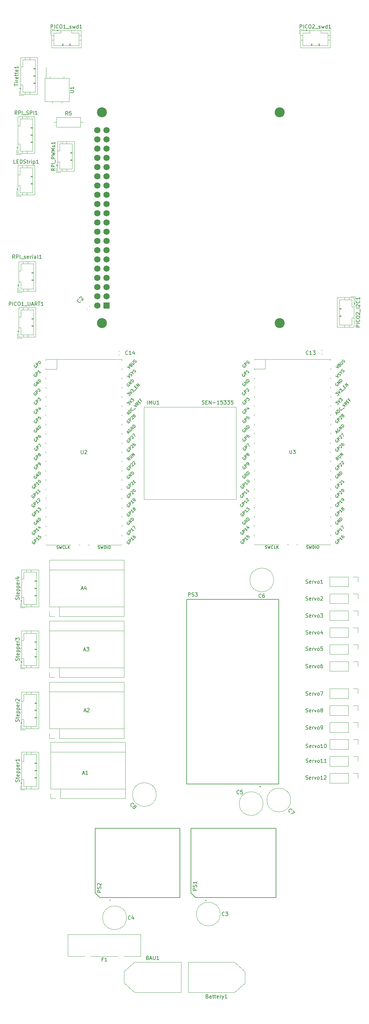
<source format=gbr>
%TF.GenerationSoftware,KiCad,Pcbnew,7.0.8*%
%TF.CreationDate,2023-11-15T00:13:47+01:00*%
%TF.ProjectId,main_board_v2,6d61696e-5f62-46f6-9172-645f76322e6b,rev?*%
%TF.SameCoordinates,Original*%
%TF.FileFunction,Legend,Top*%
%TF.FilePolarity,Positive*%
%FSLAX46Y46*%
G04 Gerber Fmt 4.6, Leading zero omitted, Abs format (unit mm)*
G04 Created by KiCad (PCBNEW 7.0.8) date 2023-11-15 00:13:47*
%MOMM*%
%LPD*%
G01*
G04 APERTURE LIST*
%ADD10C,0.150000*%
%ADD11C,0.120000*%
%ADD12C,0.127000*%
%ADD13C,0.200000*%
%ADD14C,2.750000*%
%ADD15R,1.750000X1.750000*%
%ADD16C,1.750000*%
G04 APERTURE END LIST*
D10*
X265272066Y-126731658D02*
X265272066Y-126799002D01*
X265272066Y-126799002D02*
X265204722Y-126933689D01*
X265204722Y-126933689D02*
X265137379Y-127001032D01*
X265137379Y-127001032D02*
X265002692Y-127068376D01*
X265002692Y-127068376D02*
X264868005Y-127068376D01*
X264868005Y-127068376D02*
X264766990Y-127034704D01*
X264766990Y-127034704D02*
X264598631Y-126933689D01*
X264598631Y-126933689D02*
X264497616Y-126832674D01*
X264497616Y-126832674D02*
X264396600Y-126664315D01*
X264396600Y-126664315D02*
X264362929Y-126563300D01*
X264362929Y-126563300D02*
X264362929Y-126428613D01*
X264362929Y-126428613D02*
X264430272Y-126293926D01*
X264430272Y-126293926D02*
X264497616Y-126226582D01*
X264497616Y-126226582D02*
X264632303Y-126159239D01*
X264632303Y-126159239D02*
X264699646Y-126159239D01*
X264969020Y-125889865D02*
X264969020Y-125822521D01*
X264969020Y-125822521D02*
X265002692Y-125721506D01*
X265002692Y-125721506D02*
X265171051Y-125553147D01*
X265171051Y-125553147D02*
X265272066Y-125519475D01*
X265272066Y-125519475D02*
X265339409Y-125519475D01*
X265339409Y-125519475D02*
X265440425Y-125553147D01*
X265440425Y-125553147D02*
X265507768Y-125620491D01*
X265507768Y-125620491D02*
X265575112Y-125755178D01*
X265575112Y-125755178D02*
X265575112Y-126563300D01*
X265575112Y-126563300D02*
X266012844Y-126125567D01*
X278249142Y-141329580D02*
X278201523Y-141377200D01*
X278201523Y-141377200D02*
X278058666Y-141424819D01*
X278058666Y-141424819D02*
X277963428Y-141424819D01*
X277963428Y-141424819D02*
X277820571Y-141377200D01*
X277820571Y-141377200D02*
X277725333Y-141281961D01*
X277725333Y-141281961D02*
X277677714Y-141186723D01*
X277677714Y-141186723D02*
X277630095Y-140996247D01*
X277630095Y-140996247D02*
X277630095Y-140853390D01*
X277630095Y-140853390D02*
X277677714Y-140662914D01*
X277677714Y-140662914D02*
X277725333Y-140567676D01*
X277725333Y-140567676D02*
X277820571Y-140472438D01*
X277820571Y-140472438D02*
X277963428Y-140424819D01*
X277963428Y-140424819D02*
X278058666Y-140424819D01*
X278058666Y-140424819D02*
X278201523Y-140472438D01*
X278201523Y-140472438D02*
X278249142Y-140520057D01*
X279201523Y-141424819D02*
X278630095Y-141424819D01*
X278915809Y-141424819D02*
X278915809Y-140424819D01*
X278915809Y-140424819D02*
X278820571Y-140567676D01*
X278820571Y-140567676D02*
X278725333Y-140662914D01*
X278725333Y-140662914D02*
X278630095Y-140710533D01*
X280058666Y-140758152D02*
X280058666Y-141424819D01*
X279820571Y-140377200D02*
X279582476Y-141091485D01*
X279582476Y-141091485D02*
X280201523Y-141091485D01*
X328033142Y-141329580D02*
X327985523Y-141377200D01*
X327985523Y-141377200D02*
X327842666Y-141424819D01*
X327842666Y-141424819D02*
X327747428Y-141424819D01*
X327747428Y-141424819D02*
X327604571Y-141377200D01*
X327604571Y-141377200D02*
X327509333Y-141281961D01*
X327509333Y-141281961D02*
X327461714Y-141186723D01*
X327461714Y-141186723D02*
X327414095Y-140996247D01*
X327414095Y-140996247D02*
X327414095Y-140853390D01*
X327414095Y-140853390D02*
X327461714Y-140662914D01*
X327461714Y-140662914D02*
X327509333Y-140567676D01*
X327509333Y-140567676D02*
X327604571Y-140472438D01*
X327604571Y-140472438D02*
X327747428Y-140424819D01*
X327747428Y-140424819D02*
X327842666Y-140424819D01*
X327842666Y-140424819D02*
X327985523Y-140472438D01*
X327985523Y-140472438D02*
X328033142Y-140520057D01*
X328985523Y-141424819D02*
X328414095Y-141424819D01*
X328699809Y-141424819D02*
X328699809Y-140424819D01*
X328699809Y-140424819D02*
X328604571Y-140567676D01*
X328604571Y-140567676D02*
X328509333Y-140662914D01*
X328509333Y-140662914D02*
X328414095Y-140710533D01*
X329318857Y-140424819D02*
X329937904Y-140424819D01*
X329937904Y-140424819D02*
X329604571Y-140805771D01*
X329604571Y-140805771D02*
X329747428Y-140805771D01*
X329747428Y-140805771D02*
X329842666Y-140853390D01*
X329842666Y-140853390D02*
X329890285Y-140901009D01*
X329890285Y-140901009D02*
X329937904Y-140996247D01*
X329937904Y-140996247D02*
X329937904Y-141234342D01*
X329937904Y-141234342D02*
X329890285Y-141329580D01*
X329890285Y-141329580D02*
X329842666Y-141377200D01*
X329842666Y-141377200D02*
X329747428Y-141424819D01*
X329747428Y-141424819D02*
X329461714Y-141424819D01*
X329461714Y-141424819D02*
X329366476Y-141377200D01*
X329366476Y-141377200D02*
X329318857Y-141329580D01*
X327358666Y-218319200D02*
X327501523Y-218366819D01*
X327501523Y-218366819D02*
X327739618Y-218366819D01*
X327739618Y-218366819D02*
X327834856Y-218319200D01*
X327834856Y-218319200D02*
X327882475Y-218271580D01*
X327882475Y-218271580D02*
X327930094Y-218176342D01*
X327930094Y-218176342D02*
X327930094Y-218081104D01*
X327930094Y-218081104D02*
X327882475Y-217985866D01*
X327882475Y-217985866D02*
X327834856Y-217938247D01*
X327834856Y-217938247D02*
X327739618Y-217890628D01*
X327739618Y-217890628D02*
X327549142Y-217843009D01*
X327549142Y-217843009D02*
X327453904Y-217795390D01*
X327453904Y-217795390D02*
X327406285Y-217747771D01*
X327406285Y-217747771D02*
X327358666Y-217652533D01*
X327358666Y-217652533D02*
X327358666Y-217557295D01*
X327358666Y-217557295D02*
X327406285Y-217462057D01*
X327406285Y-217462057D02*
X327453904Y-217414438D01*
X327453904Y-217414438D02*
X327549142Y-217366819D01*
X327549142Y-217366819D02*
X327787237Y-217366819D01*
X327787237Y-217366819D02*
X327930094Y-217414438D01*
X328739618Y-218319200D02*
X328644380Y-218366819D01*
X328644380Y-218366819D02*
X328453904Y-218366819D01*
X328453904Y-218366819D02*
X328358666Y-218319200D01*
X328358666Y-218319200D02*
X328311047Y-218223961D01*
X328311047Y-218223961D02*
X328311047Y-217843009D01*
X328311047Y-217843009D02*
X328358666Y-217747771D01*
X328358666Y-217747771D02*
X328453904Y-217700152D01*
X328453904Y-217700152D02*
X328644380Y-217700152D01*
X328644380Y-217700152D02*
X328739618Y-217747771D01*
X328739618Y-217747771D02*
X328787237Y-217843009D01*
X328787237Y-217843009D02*
X328787237Y-217938247D01*
X328787237Y-217938247D02*
X328311047Y-218033485D01*
X329215809Y-218366819D02*
X329215809Y-217700152D01*
X329215809Y-217890628D02*
X329263428Y-217795390D01*
X329263428Y-217795390D02*
X329311047Y-217747771D01*
X329311047Y-217747771D02*
X329406285Y-217700152D01*
X329406285Y-217700152D02*
X329501523Y-217700152D01*
X329739619Y-217700152D02*
X329977714Y-218366819D01*
X329977714Y-218366819D02*
X330215809Y-217700152D01*
X330739619Y-218366819D02*
X330644381Y-218319200D01*
X330644381Y-218319200D02*
X330596762Y-218271580D01*
X330596762Y-218271580D02*
X330549143Y-218176342D01*
X330549143Y-218176342D02*
X330549143Y-217890628D01*
X330549143Y-217890628D02*
X330596762Y-217795390D01*
X330596762Y-217795390D02*
X330644381Y-217747771D01*
X330644381Y-217747771D02*
X330739619Y-217700152D01*
X330739619Y-217700152D02*
X330882476Y-217700152D01*
X330882476Y-217700152D02*
X330977714Y-217747771D01*
X330977714Y-217747771D02*
X331025333Y-217795390D01*
X331025333Y-217795390D02*
X331072952Y-217890628D01*
X331072952Y-217890628D02*
X331072952Y-218176342D01*
X331072952Y-218176342D02*
X331025333Y-218271580D01*
X331025333Y-218271580D02*
X330977714Y-218319200D01*
X330977714Y-218319200D02*
X330882476Y-218366819D01*
X330882476Y-218366819D02*
X330739619Y-218366819D01*
X331930095Y-217700152D02*
X331930095Y-218366819D01*
X331692000Y-217319200D02*
X331453905Y-218033485D01*
X331453905Y-218033485D02*
X332072952Y-218033485D01*
X327358666Y-209019200D02*
X327501523Y-209066819D01*
X327501523Y-209066819D02*
X327739618Y-209066819D01*
X327739618Y-209066819D02*
X327834856Y-209019200D01*
X327834856Y-209019200D02*
X327882475Y-208971580D01*
X327882475Y-208971580D02*
X327930094Y-208876342D01*
X327930094Y-208876342D02*
X327930094Y-208781104D01*
X327930094Y-208781104D02*
X327882475Y-208685866D01*
X327882475Y-208685866D02*
X327834856Y-208638247D01*
X327834856Y-208638247D02*
X327739618Y-208590628D01*
X327739618Y-208590628D02*
X327549142Y-208543009D01*
X327549142Y-208543009D02*
X327453904Y-208495390D01*
X327453904Y-208495390D02*
X327406285Y-208447771D01*
X327406285Y-208447771D02*
X327358666Y-208352533D01*
X327358666Y-208352533D02*
X327358666Y-208257295D01*
X327358666Y-208257295D02*
X327406285Y-208162057D01*
X327406285Y-208162057D02*
X327453904Y-208114438D01*
X327453904Y-208114438D02*
X327549142Y-208066819D01*
X327549142Y-208066819D02*
X327787237Y-208066819D01*
X327787237Y-208066819D02*
X327930094Y-208114438D01*
X328739618Y-209019200D02*
X328644380Y-209066819D01*
X328644380Y-209066819D02*
X328453904Y-209066819D01*
X328453904Y-209066819D02*
X328358666Y-209019200D01*
X328358666Y-209019200D02*
X328311047Y-208923961D01*
X328311047Y-208923961D02*
X328311047Y-208543009D01*
X328311047Y-208543009D02*
X328358666Y-208447771D01*
X328358666Y-208447771D02*
X328453904Y-208400152D01*
X328453904Y-208400152D02*
X328644380Y-208400152D01*
X328644380Y-208400152D02*
X328739618Y-208447771D01*
X328739618Y-208447771D02*
X328787237Y-208543009D01*
X328787237Y-208543009D02*
X328787237Y-208638247D01*
X328787237Y-208638247D02*
X328311047Y-208733485D01*
X329215809Y-209066819D02*
X329215809Y-208400152D01*
X329215809Y-208590628D02*
X329263428Y-208495390D01*
X329263428Y-208495390D02*
X329311047Y-208447771D01*
X329311047Y-208447771D02*
X329406285Y-208400152D01*
X329406285Y-208400152D02*
X329501523Y-208400152D01*
X329739619Y-208400152D02*
X329977714Y-209066819D01*
X329977714Y-209066819D02*
X330215809Y-208400152D01*
X330739619Y-209066819D02*
X330644381Y-209019200D01*
X330644381Y-209019200D02*
X330596762Y-208971580D01*
X330596762Y-208971580D02*
X330549143Y-208876342D01*
X330549143Y-208876342D02*
X330549143Y-208590628D01*
X330549143Y-208590628D02*
X330596762Y-208495390D01*
X330596762Y-208495390D02*
X330644381Y-208447771D01*
X330644381Y-208447771D02*
X330739619Y-208400152D01*
X330739619Y-208400152D02*
X330882476Y-208400152D01*
X330882476Y-208400152D02*
X330977714Y-208447771D01*
X330977714Y-208447771D02*
X331025333Y-208495390D01*
X331025333Y-208495390D02*
X331072952Y-208590628D01*
X331072952Y-208590628D02*
X331072952Y-208876342D01*
X331072952Y-208876342D02*
X331025333Y-208971580D01*
X331025333Y-208971580D02*
X330977714Y-209019200D01*
X330977714Y-209019200D02*
X330882476Y-209066819D01*
X330882476Y-209066819D02*
X330739619Y-209066819D01*
X331453905Y-208162057D02*
X331501524Y-208114438D01*
X331501524Y-208114438D02*
X331596762Y-208066819D01*
X331596762Y-208066819D02*
X331834857Y-208066819D01*
X331834857Y-208066819D02*
X331930095Y-208114438D01*
X331930095Y-208114438D02*
X331977714Y-208162057D01*
X331977714Y-208162057D02*
X332025333Y-208257295D01*
X332025333Y-208257295D02*
X332025333Y-208352533D01*
X332025333Y-208352533D02*
X331977714Y-208495390D01*
X331977714Y-208495390D02*
X331406286Y-209066819D01*
X331406286Y-209066819D02*
X332025333Y-209066819D01*
X327358666Y-239789400D02*
X327501523Y-239837019D01*
X327501523Y-239837019D02*
X327739618Y-239837019D01*
X327739618Y-239837019D02*
X327834856Y-239789400D01*
X327834856Y-239789400D02*
X327882475Y-239741780D01*
X327882475Y-239741780D02*
X327930094Y-239646542D01*
X327930094Y-239646542D02*
X327930094Y-239551304D01*
X327930094Y-239551304D02*
X327882475Y-239456066D01*
X327882475Y-239456066D02*
X327834856Y-239408447D01*
X327834856Y-239408447D02*
X327739618Y-239360828D01*
X327739618Y-239360828D02*
X327549142Y-239313209D01*
X327549142Y-239313209D02*
X327453904Y-239265590D01*
X327453904Y-239265590D02*
X327406285Y-239217971D01*
X327406285Y-239217971D02*
X327358666Y-239122733D01*
X327358666Y-239122733D02*
X327358666Y-239027495D01*
X327358666Y-239027495D02*
X327406285Y-238932257D01*
X327406285Y-238932257D02*
X327453904Y-238884638D01*
X327453904Y-238884638D02*
X327549142Y-238837019D01*
X327549142Y-238837019D02*
X327787237Y-238837019D01*
X327787237Y-238837019D02*
X327930094Y-238884638D01*
X328739618Y-239789400D02*
X328644380Y-239837019D01*
X328644380Y-239837019D02*
X328453904Y-239837019D01*
X328453904Y-239837019D02*
X328358666Y-239789400D01*
X328358666Y-239789400D02*
X328311047Y-239694161D01*
X328311047Y-239694161D02*
X328311047Y-239313209D01*
X328311047Y-239313209D02*
X328358666Y-239217971D01*
X328358666Y-239217971D02*
X328453904Y-239170352D01*
X328453904Y-239170352D02*
X328644380Y-239170352D01*
X328644380Y-239170352D02*
X328739618Y-239217971D01*
X328739618Y-239217971D02*
X328787237Y-239313209D01*
X328787237Y-239313209D02*
X328787237Y-239408447D01*
X328787237Y-239408447D02*
X328311047Y-239503685D01*
X329215809Y-239837019D02*
X329215809Y-239170352D01*
X329215809Y-239360828D02*
X329263428Y-239265590D01*
X329263428Y-239265590D02*
X329311047Y-239217971D01*
X329311047Y-239217971D02*
X329406285Y-239170352D01*
X329406285Y-239170352D02*
X329501523Y-239170352D01*
X329739619Y-239170352D02*
X329977714Y-239837019D01*
X329977714Y-239837019D02*
X330215809Y-239170352D01*
X330739619Y-239837019D02*
X330644381Y-239789400D01*
X330644381Y-239789400D02*
X330596762Y-239741780D01*
X330596762Y-239741780D02*
X330549143Y-239646542D01*
X330549143Y-239646542D02*
X330549143Y-239360828D01*
X330549143Y-239360828D02*
X330596762Y-239265590D01*
X330596762Y-239265590D02*
X330644381Y-239217971D01*
X330644381Y-239217971D02*
X330739619Y-239170352D01*
X330739619Y-239170352D02*
X330882476Y-239170352D01*
X330882476Y-239170352D02*
X330977714Y-239217971D01*
X330977714Y-239217971D02*
X331025333Y-239265590D01*
X331025333Y-239265590D02*
X331072952Y-239360828D01*
X331072952Y-239360828D02*
X331072952Y-239646542D01*
X331072952Y-239646542D02*
X331025333Y-239741780D01*
X331025333Y-239741780D02*
X330977714Y-239789400D01*
X330977714Y-239789400D02*
X330882476Y-239837019D01*
X330882476Y-239837019D02*
X330739619Y-239837019D01*
X331644381Y-239265590D02*
X331549143Y-239217971D01*
X331549143Y-239217971D02*
X331501524Y-239170352D01*
X331501524Y-239170352D02*
X331453905Y-239075114D01*
X331453905Y-239075114D02*
X331453905Y-239027495D01*
X331453905Y-239027495D02*
X331501524Y-238932257D01*
X331501524Y-238932257D02*
X331549143Y-238884638D01*
X331549143Y-238884638D02*
X331644381Y-238837019D01*
X331644381Y-238837019D02*
X331834857Y-238837019D01*
X331834857Y-238837019D02*
X331930095Y-238884638D01*
X331930095Y-238884638D02*
X331977714Y-238932257D01*
X331977714Y-238932257D02*
X332025333Y-239027495D01*
X332025333Y-239027495D02*
X332025333Y-239075114D01*
X332025333Y-239075114D02*
X331977714Y-239170352D01*
X331977714Y-239170352D02*
X331930095Y-239217971D01*
X331930095Y-239217971D02*
X331834857Y-239265590D01*
X331834857Y-239265590D02*
X331644381Y-239265590D01*
X331644381Y-239265590D02*
X331549143Y-239313209D01*
X331549143Y-239313209D02*
X331501524Y-239360828D01*
X331501524Y-239360828D02*
X331453905Y-239456066D01*
X331453905Y-239456066D02*
X331453905Y-239646542D01*
X331453905Y-239646542D02*
X331501524Y-239741780D01*
X331501524Y-239741780D02*
X331549143Y-239789400D01*
X331549143Y-239789400D02*
X331644381Y-239837019D01*
X331644381Y-239837019D02*
X331834857Y-239837019D01*
X331834857Y-239837019D02*
X331930095Y-239789400D01*
X331930095Y-239789400D02*
X331977714Y-239741780D01*
X331977714Y-239741780D02*
X332025333Y-239646542D01*
X332025333Y-239646542D02*
X332025333Y-239456066D01*
X332025333Y-239456066D02*
X331977714Y-239360828D01*
X331977714Y-239360828D02*
X331930095Y-239313209D01*
X331930095Y-239313209D02*
X331834857Y-239265590D01*
X246998819Y-67492095D02*
X246998819Y-66920667D01*
X247998819Y-67206381D02*
X246998819Y-67206381D01*
X247998819Y-66587333D02*
X247332152Y-66587333D01*
X246998819Y-66587333D02*
X247046438Y-66634952D01*
X247046438Y-66634952D02*
X247094057Y-66587333D01*
X247094057Y-66587333D02*
X247046438Y-66539714D01*
X247046438Y-66539714D02*
X246998819Y-66587333D01*
X246998819Y-66587333D02*
X247094057Y-66587333D01*
X247998819Y-66111143D02*
X247332152Y-66111143D01*
X247522628Y-66111143D02*
X247427390Y-66063524D01*
X247427390Y-66063524D02*
X247379771Y-66015905D01*
X247379771Y-66015905D02*
X247332152Y-65920667D01*
X247332152Y-65920667D02*
X247332152Y-65825429D01*
X247951200Y-65111143D02*
X247998819Y-65206381D01*
X247998819Y-65206381D02*
X247998819Y-65396857D01*
X247998819Y-65396857D02*
X247951200Y-65492095D01*
X247951200Y-65492095D02*
X247855961Y-65539714D01*
X247855961Y-65539714D02*
X247475009Y-65539714D01*
X247475009Y-65539714D02*
X247379771Y-65492095D01*
X247379771Y-65492095D02*
X247332152Y-65396857D01*
X247332152Y-65396857D02*
X247332152Y-65206381D01*
X247332152Y-65206381D02*
X247379771Y-65111143D01*
X247379771Y-65111143D02*
X247475009Y-65063524D01*
X247475009Y-65063524D02*
X247570247Y-65063524D01*
X247570247Y-65063524D02*
X247665485Y-65539714D01*
X247332152Y-64777809D02*
X247332152Y-64396857D01*
X246998819Y-64634952D02*
X247855961Y-64634952D01*
X247855961Y-64634952D02*
X247951200Y-64587333D01*
X247951200Y-64587333D02*
X247998819Y-64492095D01*
X247998819Y-64492095D02*
X247998819Y-64396857D01*
X247332152Y-64206380D02*
X247332152Y-63825428D01*
X246998819Y-64063523D02*
X247855961Y-64063523D01*
X247855961Y-64063523D02*
X247951200Y-64015904D01*
X247951200Y-64015904D02*
X247998819Y-63920666D01*
X247998819Y-63920666D02*
X247998819Y-63825428D01*
X247951200Y-63111142D02*
X247998819Y-63206380D01*
X247998819Y-63206380D02*
X247998819Y-63396856D01*
X247998819Y-63396856D02*
X247951200Y-63492094D01*
X247951200Y-63492094D02*
X247855961Y-63539713D01*
X247855961Y-63539713D02*
X247475009Y-63539713D01*
X247475009Y-63539713D02*
X247379771Y-63492094D01*
X247379771Y-63492094D02*
X247332152Y-63396856D01*
X247332152Y-63396856D02*
X247332152Y-63206380D01*
X247332152Y-63206380D02*
X247379771Y-63111142D01*
X247379771Y-63111142D02*
X247475009Y-63063523D01*
X247475009Y-63063523D02*
X247570247Y-63063523D01*
X247570247Y-63063523D02*
X247665485Y-63539713D01*
X247998819Y-62111142D02*
X247998819Y-62682570D01*
X247998819Y-62396856D02*
X246998819Y-62396856D01*
X246998819Y-62396856D02*
X247141676Y-62492094D01*
X247141676Y-62492094D02*
X247236914Y-62587332D01*
X247236914Y-62587332D02*
X247284533Y-62682570D01*
X315027333Y-208213580D02*
X314979714Y-208261200D01*
X314979714Y-208261200D02*
X314836857Y-208308819D01*
X314836857Y-208308819D02*
X314741619Y-208308819D01*
X314741619Y-208308819D02*
X314598762Y-208261200D01*
X314598762Y-208261200D02*
X314503524Y-208165961D01*
X314503524Y-208165961D02*
X314455905Y-208070723D01*
X314455905Y-208070723D02*
X314408286Y-207880247D01*
X314408286Y-207880247D02*
X314408286Y-207737390D01*
X314408286Y-207737390D02*
X314455905Y-207546914D01*
X314455905Y-207546914D02*
X314503524Y-207451676D01*
X314503524Y-207451676D02*
X314598762Y-207356438D01*
X314598762Y-207356438D02*
X314741619Y-207308819D01*
X314741619Y-207308819D02*
X314836857Y-207308819D01*
X314836857Y-207308819D02*
X314979714Y-207356438D01*
X314979714Y-207356438D02*
X315027333Y-207404057D01*
X315884476Y-207308819D02*
X315694000Y-207308819D01*
X315694000Y-207308819D02*
X315598762Y-207356438D01*
X315598762Y-207356438D02*
X315551143Y-207404057D01*
X315551143Y-207404057D02*
X315455905Y-207546914D01*
X315455905Y-207546914D02*
X315408286Y-207737390D01*
X315408286Y-207737390D02*
X315408286Y-208118342D01*
X315408286Y-208118342D02*
X315455905Y-208213580D01*
X315455905Y-208213580D02*
X315503524Y-208261200D01*
X315503524Y-208261200D02*
X315598762Y-208308819D01*
X315598762Y-208308819D02*
X315789238Y-208308819D01*
X315789238Y-208308819D02*
X315884476Y-208261200D01*
X315884476Y-208261200D02*
X315932095Y-208213580D01*
X315932095Y-208213580D02*
X315979714Y-208118342D01*
X315979714Y-208118342D02*
X315979714Y-207880247D01*
X315979714Y-207880247D02*
X315932095Y-207785009D01*
X315932095Y-207785009D02*
X315884476Y-207737390D01*
X315884476Y-207737390D02*
X315789238Y-207689771D01*
X315789238Y-207689771D02*
X315598762Y-207689771D01*
X315598762Y-207689771D02*
X315503524Y-207737390D01*
X315503524Y-207737390D02*
X315455905Y-207785009D01*
X315455905Y-207785009D02*
X315408286Y-207880247D01*
X266087314Y-222723904D02*
X266563504Y-222723904D01*
X265992076Y-223009619D02*
X266325409Y-222009619D01*
X266325409Y-222009619D02*
X266658742Y-223009619D01*
X266896838Y-222009619D02*
X267515885Y-222009619D01*
X267515885Y-222009619D02*
X267182552Y-222390571D01*
X267182552Y-222390571D02*
X267325409Y-222390571D01*
X267325409Y-222390571D02*
X267420647Y-222438190D01*
X267420647Y-222438190D02*
X267468266Y-222485809D01*
X267468266Y-222485809D02*
X267515885Y-222581047D01*
X267515885Y-222581047D02*
X267515885Y-222819142D01*
X267515885Y-222819142D02*
X267468266Y-222914380D01*
X267468266Y-222914380D02*
X267420647Y-222962000D01*
X267420647Y-222962000D02*
X267325409Y-223009619D01*
X267325409Y-223009619D02*
X267039695Y-223009619D01*
X267039695Y-223009619D02*
X266944457Y-222962000D01*
X266944457Y-222962000D02*
X266896838Y-222914380D01*
X327390476Y-249581200D02*
X327533333Y-249628819D01*
X327533333Y-249628819D02*
X327771428Y-249628819D01*
X327771428Y-249628819D02*
X327866666Y-249581200D01*
X327866666Y-249581200D02*
X327914285Y-249533580D01*
X327914285Y-249533580D02*
X327961904Y-249438342D01*
X327961904Y-249438342D02*
X327961904Y-249343104D01*
X327961904Y-249343104D02*
X327914285Y-249247866D01*
X327914285Y-249247866D02*
X327866666Y-249200247D01*
X327866666Y-249200247D02*
X327771428Y-249152628D01*
X327771428Y-249152628D02*
X327580952Y-249105009D01*
X327580952Y-249105009D02*
X327485714Y-249057390D01*
X327485714Y-249057390D02*
X327438095Y-249009771D01*
X327438095Y-249009771D02*
X327390476Y-248914533D01*
X327390476Y-248914533D02*
X327390476Y-248819295D01*
X327390476Y-248819295D02*
X327438095Y-248724057D01*
X327438095Y-248724057D02*
X327485714Y-248676438D01*
X327485714Y-248676438D02*
X327580952Y-248628819D01*
X327580952Y-248628819D02*
X327819047Y-248628819D01*
X327819047Y-248628819D02*
X327961904Y-248676438D01*
X328771428Y-249581200D02*
X328676190Y-249628819D01*
X328676190Y-249628819D02*
X328485714Y-249628819D01*
X328485714Y-249628819D02*
X328390476Y-249581200D01*
X328390476Y-249581200D02*
X328342857Y-249485961D01*
X328342857Y-249485961D02*
X328342857Y-249105009D01*
X328342857Y-249105009D02*
X328390476Y-249009771D01*
X328390476Y-249009771D02*
X328485714Y-248962152D01*
X328485714Y-248962152D02*
X328676190Y-248962152D01*
X328676190Y-248962152D02*
X328771428Y-249009771D01*
X328771428Y-249009771D02*
X328819047Y-249105009D01*
X328819047Y-249105009D02*
X328819047Y-249200247D01*
X328819047Y-249200247D02*
X328342857Y-249295485D01*
X329247619Y-249628819D02*
X329247619Y-248962152D01*
X329247619Y-249152628D02*
X329295238Y-249057390D01*
X329295238Y-249057390D02*
X329342857Y-249009771D01*
X329342857Y-249009771D02*
X329438095Y-248962152D01*
X329438095Y-248962152D02*
X329533333Y-248962152D01*
X329771429Y-248962152D02*
X330009524Y-249628819D01*
X330009524Y-249628819D02*
X330247619Y-248962152D01*
X330771429Y-249628819D02*
X330676191Y-249581200D01*
X330676191Y-249581200D02*
X330628572Y-249533580D01*
X330628572Y-249533580D02*
X330580953Y-249438342D01*
X330580953Y-249438342D02*
X330580953Y-249152628D01*
X330580953Y-249152628D02*
X330628572Y-249057390D01*
X330628572Y-249057390D02*
X330676191Y-249009771D01*
X330676191Y-249009771D02*
X330771429Y-248962152D01*
X330771429Y-248962152D02*
X330914286Y-248962152D01*
X330914286Y-248962152D02*
X331009524Y-249009771D01*
X331009524Y-249009771D02*
X331057143Y-249057390D01*
X331057143Y-249057390D02*
X331104762Y-249152628D01*
X331104762Y-249152628D02*
X331104762Y-249438342D01*
X331104762Y-249438342D02*
X331057143Y-249533580D01*
X331057143Y-249533580D02*
X331009524Y-249581200D01*
X331009524Y-249581200D02*
X330914286Y-249628819D01*
X330914286Y-249628819D02*
X330771429Y-249628819D01*
X332057143Y-249628819D02*
X331485715Y-249628819D01*
X331771429Y-249628819D02*
X331771429Y-248628819D01*
X331771429Y-248628819D02*
X331676191Y-248771676D01*
X331676191Y-248771676D02*
X331580953Y-248866914D01*
X331580953Y-248866914D02*
X331485715Y-248914533D01*
X332676191Y-248628819D02*
X332771429Y-248628819D01*
X332771429Y-248628819D02*
X332866667Y-248676438D01*
X332866667Y-248676438D02*
X332914286Y-248724057D01*
X332914286Y-248724057D02*
X332961905Y-248819295D01*
X332961905Y-248819295D02*
X333009524Y-249009771D01*
X333009524Y-249009771D02*
X333009524Y-249247866D01*
X333009524Y-249247866D02*
X332961905Y-249438342D01*
X332961905Y-249438342D02*
X332914286Y-249533580D01*
X332914286Y-249533580D02*
X332866667Y-249581200D01*
X332866667Y-249581200D02*
X332771429Y-249628819D01*
X332771429Y-249628819D02*
X332676191Y-249628819D01*
X332676191Y-249628819D02*
X332580953Y-249581200D01*
X332580953Y-249581200D02*
X332533334Y-249533580D01*
X332533334Y-249533580D02*
X332485715Y-249438342D01*
X332485715Y-249438342D02*
X332438096Y-249247866D01*
X332438096Y-249247866D02*
X332438096Y-249009771D01*
X332438096Y-249009771D02*
X332485715Y-248819295D01*
X332485715Y-248819295D02*
X332533334Y-248724057D01*
X332533334Y-248724057D02*
X332580953Y-248676438D01*
X332580953Y-248676438D02*
X332676191Y-248628819D01*
X247063047Y-115008819D02*
X246729714Y-114532628D01*
X246491619Y-115008819D02*
X246491619Y-114008819D01*
X246491619Y-114008819D02*
X246872571Y-114008819D01*
X246872571Y-114008819D02*
X246967809Y-114056438D01*
X246967809Y-114056438D02*
X247015428Y-114104057D01*
X247015428Y-114104057D02*
X247063047Y-114199295D01*
X247063047Y-114199295D02*
X247063047Y-114342152D01*
X247063047Y-114342152D02*
X247015428Y-114437390D01*
X247015428Y-114437390D02*
X246967809Y-114485009D01*
X246967809Y-114485009D02*
X246872571Y-114532628D01*
X246872571Y-114532628D02*
X246491619Y-114532628D01*
X247491619Y-115008819D02*
X247491619Y-114008819D01*
X247491619Y-114008819D02*
X247872571Y-114008819D01*
X247872571Y-114008819D02*
X247967809Y-114056438D01*
X247967809Y-114056438D02*
X248015428Y-114104057D01*
X248015428Y-114104057D02*
X248063047Y-114199295D01*
X248063047Y-114199295D02*
X248063047Y-114342152D01*
X248063047Y-114342152D02*
X248015428Y-114437390D01*
X248015428Y-114437390D02*
X247967809Y-114485009D01*
X247967809Y-114485009D02*
X247872571Y-114532628D01*
X247872571Y-114532628D02*
X247491619Y-114532628D01*
X248491619Y-115008819D02*
X248491619Y-114008819D01*
X248729714Y-115104057D02*
X249491618Y-115104057D01*
X249682095Y-114961200D02*
X249777333Y-115008819D01*
X249777333Y-115008819D02*
X249967809Y-115008819D01*
X249967809Y-115008819D02*
X250063047Y-114961200D01*
X250063047Y-114961200D02*
X250110666Y-114865961D01*
X250110666Y-114865961D02*
X250110666Y-114818342D01*
X250110666Y-114818342D02*
X250063047Y-114723104D01*
X250063047Y-114723104D02*
X249967809Y-114675485D01*
X249967809Y-114675485D02*
X249824952Y-114675485D01*
X249824952Y-114675485D02*
X249729714Y-114627866D01*
X249729714Y-114627866D02*
X249682095Y-114532628D01*
X249682095Y-114532628D02*
X249682095Y-114485009D01*
X249682095Y-114485009D02*
X249729714Y-114389771D01*
X249729714Y-114389771D02*
X249824952Y-114342152D01*
X249824952Y-114342152D02*
X249967809Y-114342152D01*
X249967809Y-114342152D02*
X250063047Y-114389771D01*
X250920190Y-114961200D02*
X250824952Y-115008819D01*
X250824952Y-115008819D02*
X250634476Y-115008819D01*
X250634476Y-115008819D02*
X250539238Y-114961200D01*
X250539238Y-114961200D02*
X250491619Y-114865961D01*
X250491619Y-114865961D02*
X250491619Y-114485009D01*
X250491619Y-114485009D02*
X250539238Y-114389771D01*
X250539238Y-114389771D02*
X250634476Y-114342152D01*
X250634476Y-114342152D02*
X250824952Y-114342152D01*
X250824952Y-114342152D02*
X250920190Y-114389771D01*
X250920190Y-114389771D02*
X250967809Y-114485009D01*
X250967809Y-114485009D02*
X250967809Y-114580247D01*
X250967809Y-114580247D02*
X250491619Y-114675485D01*
X251396381Y-115008819D02*
X251396381Y-114342152D01*
X251396381Y-114532628D02*
X251444000Y-114437390D01*
X251444000Y-114437390D02*
X251491619Y-114389771D01*
X251491619Y-114389771D02*
X251586857Y-114342152D01*
X251586857Y-114342152D02*
X251682095Y-114342152D01*
X252015429Y-115008819D02*
X252015429Y-114342152D01*
X252015429Y-114008819D02*
X251967810Y-114056438D01*
X251967810Y-114056438D02*
X252015429Y-114104057D01*
X252015429Y-114104057D02*
X252063048Y-114056438D01*
X252063048Y-114056438D02*
X252015429Y-114008819D01*
X252015429Y-114008819D02*
X252015429Y-114104057D01*
X252920190Y-115008819D02*
X252920190Y-114485009D01*
X252920190Y-114485009D02*
X252872571Y-114389771D01*
X252872571Y-114389771D02*
X252777333Y-114342152D01*
X252777333Y-114342152D02*
X252586857Y-114342152D01*
X252586857Y-114342152D02*
X252491619Y-114389771D01*
X252920190Y-114961200D02*
X252824952Y-115008819D01*
X252824952Y-115008819D02*
X252586857Y-115008819D01*
X252586857Y-115008819D02*
X252491619Y-114961200D01*
X252491619Y-114961200D02*
X252444000Y-114865961D01*
X252444000Y-114865961D02*
X252444000Y-114770723D01*
X252444000Y-114770723D02*
X252491619Y-114675485D01*
X252491619Y-114675485D02*
X252586857Y-114627866D01*
X252586857Y-114627866D02*
X252824952Y-114627866D01*
X252824952Y-114627866D02*
X252920190Y-114580247D01*
X253539238Y-115008819D02*
X253444000Y-114961200D01*
X253444000Y-114961200D02*
X253396381Y-114865961D01*
X253396381Y-114865961D02*
X253396381Y-114008819D01*
X254444000Y-115008819D02*
X253872572Y-115008819D01*
X254158286Y-115008819D02*
X254158286Y-114008819D01*
X254158286Y-114008819D02*
X254063048Y-114151676D01*
X254063048Y-114151676D02*
X253967810Y-114246914D01*
X253967810Y-114246914D02*
X253872572Y-114294533D01*
X270832419Y-289396285D02*
X269832419Y-289396285D01*
X269832419Y-289396285D02*
X269832419Y-289015333D01*
X269832419Y-289015333D02*
X269880038Y-288920095D01*
X269880038Y-288920095D02*
X269927657Y-288872476D01*
X269927657Y-288872476D02*
X270022895Y-288824857D01*
X270022895Y-288824857D02*
X270165752Y-288824857D01*
X270165752Y-288824857D02*
X270260990Y-288872476D01*
X270260990Y-288872476D02*
X270308609Y-288920095D01*
X270308609Y-288920095D02*
X270356228Y-289015333D01*
X270356228Y-289015333D02*
X270356228Y-289396285D01*
X270784800Y-288443904D02*
X270832419Y-288301047D01*
X270832419Y-288301047D02*
X270832419Y-288062952D01*
X270832419Y-288062952D02*
X270784800Y-287967714D01*
X270784800Y-287967714D02*
X270737180Y-287920095D01*
X270737180Y-287920095D02*
X270641942Y-287872476D01*
X270641942Y-287872476D02*
X270546704Y-287872476D01*
X270546704Y-287872476D02*
X270451466Y-287920095D01*
X270451466Y-287920095D02*
X270403847Y-287967714D01*
X270403847Y-287967714D02*
X270356228Y-288062952D01*
X270356228Y-288062952D02*
X270308609Y-288253428D01*
X270308609Y-288253428D02*
X270260990Y-288348666D01*
X270260990Y-288348666D02*
X270213371Y-288396285D01*
X270213371Y-288396285D02*
X270118133Y-288443904D01*
X270118133Y-288443904D02*
X270022895Y-288443904D01*
X270022895Y-288443904D02*
X269927657Y-288396285D01*
X269927657Y-288396285D02*
X269880038Y-288348666D01*
X269880038Y-288348666D02*
X269832419Y-288253428D01*
X269832419Y-288253428D02*
X269832419Y-288015333D01*
X269832419Y-288015333D02*
X269880038Y-287872476D01*
X269927657Y-287491523D02*
X269880038Y-287443904D01*
X269880038Y-287443904D02*
X269832419Y-287348666D01*
X269832419Y-287348666D02*
X269832419Y-287110571D01*
X269832419Y-287110571D02*
X269880038Y-287015333D01*
X269880038Y-287015333D02*
X269927657Y-286967714D01*
X269927657Y-286967714D02*
X270022895Y-286920095D01*
X270022895Y-286920095D02*
X270118133Y-286920095D01*
X270118133Y-286920095D02*
X270260990Y-286967714D01*
X270260990Y-286967714D02*
X270832419Y-287539142D01*
X270832419Y-287539142D02*
X270832419Y-286920095D01*
X266188914Y-239487904D02*
X266665104Y-239487904D01*
X266093676Y-239773619D02*
X266427009Y-238773619D01*
X266427009Y-238773619D02*
X266760342Y-239773619D01*
X267046057Y-238868857D02*
X267093676Y-238821238D01*
X267093676Y-238821238D02*
X267188914Y-238773619D01*
X267188914Y-238773619D02*
X267427009Y-238773619D01*
X267427009Y-238773619D02*
X267522247Y-238821238D01*
X267522247Y-238821238D02*
X267569866Y-238868857D01*
X267569866Y-238868857D02*
X267617485Y-238964095D01*
X267617485Y-238964095D02*
X267617485Y-239059333D01*
X267617485Y-239059333D02*
X267569866Y-239202190D01*
X267569866Y-239202190D02*
X266998438Y-239773619D01*
X266998438Y-239773619D02*
X267617485Y-239773619D01*
X248264800Y-208859047D02*
X248312419Y-208716190D01*
X248312419Y-208716190D02*
X248312419Y-208478095D01*
X248312419Y-208478095D02*
X248264800Y-208382857D01*
X248264800Y-208382857D02*
X248217180Y-208335238D01*
X248217180Y-208335238D02*
X248121942Y-208287619D01*
X248121942Y-208287619D02*
X248026704Y-208287619D01*
X248026704Y-208287619D02*
X247931466Y-208335238D01*
X247931466Y-208335238D02*
X247883847Y-208382857D01*
X247883847Y-208382857D02*
X247836228Y-208478095D01*
X247836228Y-208478095D02*
X247788609Y-208668571D01*
X247788609Y-208668571D02*
X247740990Y-208763809D01*
X247740990Y-208763809D02*
X247693371Y-208811428D01*
X247693371Y-208811428D02*
X247598133Y-208859047D01*
X247598133Y-208859047D02*
X247502895Y-208859047D01*
X247502895Y-208859047D02*
X247407657Y-208811428D01*
X247407657Y-208811428D02*
X247360038Y-208763809D01*
X247360038Y-208763809D02*
X247312419Y-208668571D01*
X247312419Y-208668571D02*
X247312419Y-208430476D01*
X247312419Y-208430476D02*
X247360038Y-208287619D01*
X247645752Y-208001904D02*
X247645752Y-207620952D01*
X247312419Y-207859047D02*
X248169561Y-207859047D01*
X248169561Y-207859047D02*
X248264800Y-207811428D01*
X248264800Y-207811428D02*
X248312419Y-207716190D01*
X248312419Y-207716190D02*
X248312419Y-207620952D01*
X248264800Y-206906666D02*
X248312419Y-207001904D01*
X248312419Y-207001904D02*
X248312419Y-207192380D01*
X248312419Y-207192380D02*
X248264800Y-207287618D01*
X248264800Y-207287618D02*
X248169561Y-207335237D01*
X248169561Y-207335237D02*
X247788609Y-207335237D01*
X247788609Y-207335237D02*
X247693371Y-207287618D01*
X247693371Y-207287618D02*
X247645752Y-207192380D01*
X247645752Y-207192380D02*
X247645752Y-207001904D01*
X247645752Y-207001904D02*
X247693371Y-206906666D01*
X247693371Y-206906666D02*
X247788609Y-206859047D01*
X247788609Y-206859047D02*
X247883847Y-206859047D01*
X247883847Y-206859047D02*
X247979085Y-207335237D01*
X247645752Y-206430475D02*
X248645752Y-206430475D01*
X247693371Y-206430475D02*
X247645752Y-206335237D01*
X247645752Y-206335237D02*
X247645752Y-206144761D01*
X247645752Y-206144761D02*
X247693371Y-206049523D01*
X247693371Y-206049523D02*
X247740990Y-206001904D01*
X247740990Y-206001904D02*
X247836228Y-205954285D01*
X247836228Y-205954285D02*
X248121942Y-205954285D01*
X248121942Y-205954285D02*
X248217180Y-206001904D01*
X248217180Y-206001904D02*
X248264800Y-206049523D01*
X248264800Y-206049523D02*
X248312419Y-206144761D01*
X248312419Y-206144761D02*
X248312419Y-206335237D01*
X248312419Y-206335237D02*
X248264800Y-206430475D01*
X247645752Y-205525713D02*
X248645752Y-205525713D01*
X247693371Y-205525713D02*
X247645752Y-205430475D01*
X247645752Y-205430475D02*
X247645752Y-205239999D01*
X247645752Y-205239999D02*
X247693371Y-205144761D01*
X247693371Y-205144761D02*
X247740990Y-205097142D01*
X247740990Y-205097142D02*
X247836228Y-205049523D01*
X247836228Y-205049523D02*
X248121942Y-205049523D01*
X248121942Y-205049523D02*
X248217180Y-205097142D01*
X248217180Y-205097142D02*
X248264800Y-205144761D01*
X248264800Y-205144761D02*
X248312419Y-205239999D01*
X248312419Y-205239999D02*
X248312419Y-205430475D01*
X248312419Y-205430475D02*
X248264800Y-205525713D01*
X248264800Y-204239999D02*
X248312419Y-204335237D01*
X248312419Y-204335237D02*
X248312419Y-204525713D01*
X248312419Y-204525713D02*
X248264800Y-204620951D01*
X248264800Y-204620951D02*
X248169561Y-204668570D01*
X248169561Y-204668570D02*
X247788609Y-204668570D01*
X247788609Y-204668570D02*
X247693371Y-204620951D01*
X247693371Y-204620951D02*
X247645752Y-204525713D01*
X247645752Y-204525713D02*
X247645752Y-204335237D01*
X247645752Y-204335237D02*
X247693371Y-204239999D01*
X247693371Y-204239999D02*
X247788609Y-204192380D01*
X247788609Y-204192380D02*
X247883847Y-204192380D01*
X247883847Y-204192380D02*
X247979085Y-204668570D01*
X248312419Y-203763808D02*
X247645752Y-203763808D01*
X247836228Y-203763808D02*
X247740990Y-203716189D01*
X247740990Y-203716189D02*
X247693371Y-203668570D01*
X247693371Y-203668570D02*
X247645752Y-203573332D01*
X247645752Y-203573332D02*
X247645752Y-203478094D01*
X247645752Y-202716189D02*
X248312419Y-202716189D01*
X247264800Y-202954284D02*
X247979085Y-203192379D01*
X247979085Y-203192379D02*
X247979085Y-202573332D01*
X322884895Y-167704419D02*
X322884895Y-168513942D01*
X322884895Y-168513942D02*
X322932514Y-168609180D01*
X322932514Y-168609180D02*
X322980133Y-168656800D01*
X322980133Y-168656800D02*
X323075371Y-168704419D01*
X323075371Y-168704419D02*
X323265847Y-168704419D01*
X323265847Y-168704419D02*
X323361085Y-168656800D01*
X323361085Y-168656800D02*
X323408704Y-168609180D01*
X323408704Y-168609180D02*
X323456323Y-168513942D01*
X323456323Y-168513942D02*
X323456323Y-167704419D01*
X323837276Y-167704419D02*
X324456323Y-167704419D01*
X324456323Y-167704419D02*
X324122990Y-168085371D01*
X324122990Y-168085371D02*
X324265847Y-168085371D01*
X324265847Y-168085371D02*
X324361085Y-168132990D01*
X324361085Y-168132990D02*
X324408704Y-168180609D01*
X324408704Y-168180609D02*
X324456323Y-168275847D01*
X324456323Y-168275847D02*
X324456323Y-168513942D01*
X324456323Y-168513942D02*
X324408704Y-168609180D01*
X324408704Y-168609180D02*
X324361085Y-168656800D01*
X324361085Y-168656800D02*
X324265847Y-168704419D01*
X324265847Y-168704419D02*
X323980133Y-168704419D01*
X323980133Y-168704419D02*
X323884895Y-168656800D01*
X323884895Y-168656800D02*
X323837276Y-168609180D01*
X310133235Y-187448031D02*
X310052423Y-187474968D01*
X310052423Y-187474968D02*
X309971611Y-187555780D01*
X309971611Y-187555780D02*
X309917736Y-187663530D01*
X309917736Y-187663530D02*
X309917736Y-187771280D01*
X309917736Y-187771280D02*
X309944673Y-187852092D01*
X309944673Y-187852092D02*
X310025485Y-187986779D01*
X310025485Y-187986779D02*
X310106298Y-188067591D01*
X310106298Y-188067591D02*
X310240985Y-188148403D01*
X310240985Y-188148403D02*
X310321797Y-188175341D01*
X310321797Y-188175341D02*
X310429546Y-188175341D01*
X310429546Y-188175341D02*
X310537296Y-188121466D01*
X310537296Y-188121466D02*
X310591171Y-188067591D01*
X310591171Y-188067591D02*
X310645046Y-187959841D01*
X310645046Y-187959841D02*
X310645046Y-187905967D01*
X310645046Y-187905967D02*
X310456484Y-187717405D01*
X310456484Y-187717405D02*
X310348734Y-187825154D01*
X310941357Y-187717405D02*
X310375672Y-187151719D01*
X310375672Y-187151719D02*
X311264606Y-187394156D01*
X311264606Y-187394156D02*
X310698920Y-186828471D01*
X311533980Y-187124782D02*
X310968294Y-186559097D01*
X310968294Y-186559097D02*
X311102981Y-186424410D01*
X311102981Y-186424410D02*
X311210731Y-186370535D01*
X311210731Y-186370535D02*
X311318480Y-186370535D01*
X311318480Y-186370535D02*
X311399293Y-186397472D01*
X311399293Y-186397472D02*
X311533980Y-186478285D01*
X311533980Y-186478285D02*
X311614792Y-186559097D01*
X311614792Y-186559097D02*
X311695604Y-186693784D01*
X311695604Y-186693784D02*
X311722541Y-186774596D01*
X311722541Y-186774596D02*
X311722541Y-186882346D01*
X311722541Y-186882346D02*
X311668667Y-186990095D01*
X311668667Y-186990095D02*
X311533980Y-187124782D01*
X336485451Y-170193310D02*
X336027516Y-170112498D01*
X336162203Y-170516559D02*
X335596517Y-169950874D01*
X335596517Y-169950874D02*
X335812016Y-169735375D01*
X335812016Y-169735375D02*
X335892829Y-169708437D01*
X335892829Y-169708437D02*
X335946703Y-169708437D01*
X335946703Y-169708437D02*
X336027516Y-169735375D01*
X336027516Y-169735375D02*
X336108328Y-169816187D01*
X336108328Y-169816187D02*
X336135265Y-169896999D01*
X336135265Y-169896999D02*
X336135265Y-169950874D01*
X336135265Y-169950874D02*
X336108328Y-170031686D01*
X336108328Y-170031686D02*
X335892829Y-170247185D01*
X336162203Y-169385188D02*
X336620138Y-169843124D01*
X336620138Y-169843124D02*
X336700951Y-169870062D01*
X336700951Y-169870062D02*
X336754825Y-169870062D01*
X336754825Y-169870062D02*
X336835638Y-169843124D01*
X336835638Y-169843124D02*
X336943387Y-169735375D01*
X336943387Y-169735375D02*
X336970325Y-169654562D01*
X336970325Y-169654562D02*
X336970325Y-169600688D01*
X336970325Y-169600688D02*
X336943387Y-169519875D01*
X336943387Y-169519875D02*
X336485451Y-169061940D01*
X337320511Y-169358251D02*
X336754825Y-168792566D01*
X336754825Y-168792566D02*
X337643759Y-169035002D01*
X337643759Y-169035002D02*
X337078074Y-168469317D01*
X335801864Y-157783649D02*
X336071238Y-157514275D01*
X335909613Y-157999149D02*
X335532490Y-157244901D01*
X335532490Y-157244901D02*
X336286737Y-157622025D01*
X336475299Y-157433463D02*
X335909613Y-156867778D01*
X335909613Y-156867778D02*
X336044300Y-156733091D01*
X336044300Y-156733091D02*
X336152050Y-156679216D01*
X336152050Y-156679216D02*
X336259799Y-156679216D01*
X336259799Y-156679216D02*
X336340612Y-156706153D01*
X336340612Y-156706153D02*
X336475299Y-156786966D01*
X336475299Y-156786966D02*
X336556111Y-156867778D01*
X336556111Y-156867778D02*
X336636923Y-157002465D01*
X336636923Y-157002465D02*
X336663860Y-157083277D01*
X336663860Y-157083277D02*
X336663860Y-157191027D01*
X336663860Y-157191027D02*
X336609986Y-157298776D01*
X336609986Y-157298776D02*
X336475299Y-157433463D01*
X337310358Y-156490654D02*
X337310358Y-156544529D01*
X337310358Y-156544529D02*
X337256483Y-156652279D01*
X337256483Y-156652279D02*
X337202608Y-156706153D01*
X337202608Y-156706153D02*
X337094859Y-156760028D01*
X337094859Y-156760028D02*
X336987109Y-156760028D01*
X336987109Y-156760028D02*
X336906297Y-156733091D01*
X336906297Y-156733091D02*
X336771610Y-156652279D01*
X336771610Y-156652279D02*
X336690798Y-156571466D01*
X336690798Y-156571466D02*
X336609986Y-156436779D01*
X336609986Y-156436779D02*
X336583048Y-156355967D01*
X336583048Y-156355967D02*
X336583048Y-156248218D01*
X336583048Y-156248218D02*
X336636923Y-156140468D01*
X336636923Y-156140468D02*
X336690798Y-156086593D01*
X336690798Y-156086593D02*
X336798547Y-156032718D01*
X336798547Y-156032718D02*
X336852422Y-156032718D01*
X337525857Y-156490654D02*
X337956856Y-156059656D01*
X337391170Y-155386221D02*
X338145418Y-155763344D01*
X338145418Y-155763344D02*
X337768294Y-155009097D01*
X338845790Y-155062972D02*
X338387854Y-154982160D01*
X338522541Y-155386221D02*
X337956856Y-154820535D01*
X337956856Y-154820535D02*
X338172355Y-154605036D01*
X338172355Y-154605036D02*
X338253167Y-154578099D01*
X338253167Y-154578099D02*
X338307042Y-154578099D01*
X338307042Y-154578099D02*
X338387854Y-154605036D01*
X338387854Y-154605036D02*
X338468666Y-154685848D01*
X338468666Y-154685848D02*
X338495604Y-154766661D01*
X338495604Y-154766661D02*
X338495604Y-154820535D01*
X338495604Y-154820535D02*
X338468666Y-154901348D01*
X338468666Y-154901348D02*
X338253167Y-155116847D01*
X338791915Y-154524224D02*
X338980477Y-154335662D01*
X339357600Y-154551161D02*
X339088226Y-154820535D01*
X339088226Y-154820535D02*
X338522541Y-154254850D01*
X338522541Y-154254850D02*
X338791915Y-153985476D01*
X339492288Y-153823851D02*
X339303726Y-154012413D01*
X339600037Y-154308725D02*
X339034352Y-153743039D01*
X339034352Y-153743039D02*
X339303726Y-153473665D01*
X335536923Y-154740468D02*
X335887109Y-154390282D01*
X335887109Y-154390282D02*
X335914047Y-154794343D01*
X335914047Y-154794343D02*
X335994859Y-154713531D01*
X335994859Y-154713531D02*
X336075671Y-154686593D01*
X336075671Y-154686593D02*
X336129546Y-154686593D01*
X336129546Y-154686593D02*
X336210358Y-154713531D01*
X336210358Y-154713531D02*
X336345045Y-154848218D01*
X336345045Y-154848218D02*
X336371982Y-154929030D01*
X336371982Y-154929030D02*
X336371982Y-154982905D01*
X336371982Y-154982905D02*
X336345045Y-155063717D01*
X336345045Y-155063717D02*
X336183421Y-155225341D01*
X336183421Y-155225341D02*
X336102608Y-155252279D01*
X336102608Y-155252279D02*
X336048734Y-155252279D01*
X336048734Y-154228657D02*
X336802981Y-154605781D01*
X336802981Y-154605781D02*
X336425857Y-153851534D01*
X336560544Y-153716847D02*
X336910730Y-153366661D01*
X336910730Y-153366661D02*
X336937668Y-153770722D01*
X336937668Y-153770722D02*
X337018480Y-153689909D01*
X337018480Y-153689909D02*
X337099292Y-153662972D01*
X337099292Y-153662972D02*
X337153167Y-153662972D01*
X337153167Y-153662972D02*
X337233979Y-153689909D01*
X337233979Y-153689909D02*
X337368666Y-153824596D01*
X337368666Y-153824596D02*
X337395604Y-153905409D01*
X337395604Y-153905409D02*
X337395604Y-153959283D01*
X337395604Y-153959283D02*
X337368666Y-154040096D01*
X337368666Y-154040096D02*
X337207042Y-154201720D01*
X337207042Y-154201720D02*
X337126230Y-154228657D01*
X337126230Y-154228657D02*
X337072355Y-154228657D01*
X335744798Y-180070468D02*
X335663985Y-180097405D01*
X335663985Y-180097405D02*
X335583173Y-180178218D01*
X335583173Y-180178218D02*
X335529298Y-180285967D01*
X335529298Y-180285967D02*
X335529298Y-180393717D01*
X335529298Y-180393717D02*
X335556236Y-180474529D01*
X335556236Y-180474529D02*
X335637048Y-180609216D01*
X335637048Y-180609216D02*
X335717860Y-180690028D01*
X335717860Y-180690028D02*
X335852547Y-180770841D01*
X335852547Y-180770841D02*
X335933360Y-180797778D01*
X335933360Y-180797778D02*
X336041109Y-180797778D01*
X336041109Y-180797778D02*
X336148859Y-180743903D01*
X336148859Y-180743903D02*
X336202734Y-180690028D01*
X336202734Y-180690028D02*
X336256608Y-180582279D01*
X336256608Y-180582279D02*
X336256608Y-180528404D01*
X336256608Y-180528404D02*
X336068047Y-180339842D01*
X336068047Y-180339842D02*
X335960297Y-180447592D01*
X336552920Y-180339842D02*
X335987234Y-179774157D01*
X335987234Y-179774157D02*
X336202734Y-179558657D01*
X336202734Y-179558657D02*
X336283546Y-179531720D01*
X336283546Y-179531720D02*
X336337421Y-179531720D01*
X336337421Y-179531720D02*
X336418233Y-179558657D01*
X336418233Y-179558657D02*
X336499045Y-179639470D01*
X336499045Y-179639470D02*
X336525982Y-179720282D01*
X336525982Y-179720282D02*
X336525982Y-179774157D01*
X336525982Y-179774157D02*
X336499045Y-179854969D01*
X336499045Y-179854969D02*
X336283546Y-180070468D01*
X336579857Y-179289283D02*
X336579857Y-179235409D01*
X336579857Y-179235409D02*
X336606795Y-179154596D01*
X336606795Y-179154596D02*
X336741482Y-179019909D01*
X336741482Y-179019909D02*
X336822294Y-178992972D01*
X336822294Y-178992972D02*
X336876169Y-178992972D01*
X336876169Y-178992972D02*
X336956981Y-179019909D01*
X336956981Y-179019909D02*
X337010856Y-179073784D01*
X337010856Y-179073784D02*
X337064730Y-179181534D01*
X337064730Y-179181534D02*
X337064730Y-179828031D01*
X337064730Y-179828031D02*
X337414917Y-179477845D01*
X337199418Y-178561973D02*
X337253292Y-178508099D01*
X337253292Y-178508099D02*
X337334105Y-178481161D01*
X337334105Y-178481161D02*
X337387979Y-178481161D01*
X337387979Y-178481161D02*
X337468792Y-178508099D01*
X337468792Y-178508099D02*
X337603479Y-178588911D01*
X337603479Y-178588911D02*
X337738166Y-178723598D01*
X337738166Y-178723598D02*
X337818978Y-178858285D01*
X337818978Y-178858285D02*
X337845915Y-178939097D01*
X337845915Y-178939097D02*
X337845915Y-178992972D01*
X337845915Y-178992972D02*
X337818978Y-179073784D01*
X337818978Y-179073784D02*
X337765103Y-179127659D01*
X337765103Y-179127659D02*
X337684291Y-179154596D01*
X337684291Y-179154596D02*
X337630416Y-179154596D01*
X337630416Y-179154596D02*
X337549604Y-179127659D01*
X337549604Y-179127659D02*
X337414917Y-179046847D01*
X337414917Y-179046847D02*
X337280230Y-178912160D01*
X337280230Y-178912160D02*
X337199418Y-178777473D01*
X337199418Y-178777473D02*
X337172480Y-178696660D01*
X337172480Y-178696660D02*
X337172480Y-178642786D01*
X337172480Y-178642786D02*
X337199418Y-178561973D01*
X309636798Y-192770468D02*
X309555985Y-192797405D01*
X309555985Y-192797405D02*
X309475173Y-192878218D01*
X309475173Y-192878218D02*
X309421298Y-192985967D01*
X309421298Y-192985967D02*
X309421298Y-193093717D01*
X309421298Y-193093717D02*
X309448236Y-193174529D01*
X309448236Y-193174529D02*
X309529048Y-193309216D01*
X309529048Y-193309216D02*
X309609860Y-193390028D01*
X309609860Y-193390028D02*
X309744547Y-193470841D01*
X309744547Y-193470841D02*
X309825360Y-193497778D01*
X309825360Y-193497778D02*
X309933109Y-193497778D01*
X309933109Y-193497778D02*
X310040859Y-193443903D01*
X310040859Y-193443903D02*
X310094734Y-193390028D01*
X310094734Y-193390028D02*
X310148608Y-193282279D01*
X310148608Y-193282279D02*
X310148608Y-193228404D01*
X310148608Y-193228404D02*
X309960047Y-193039842D01*
X309960047Y-193039842D02*
X309852297Y-193147592D01*
X310444920Y-193039842D02*
X309879234Y-192474157D01*
X309879234Y-192474157D02*
X310094734Y-192258657D01*
X310094734Y-192258657D02*
X310175546Y-192231720D01*
X310175546Y-192231720D02*
X310229421Y-192231720D01*
X310229421Y-192231720D02*
X310310233Y-192258657D01*
X310310233Y-192258657D02*
X310391045Y-192339470D01*
X310391045Y-192339470D02*
X310417982Y-192420282D01*
X310417982Y-192420282D02*
X310417982Y-192474157D01*
X310417982Y-192474157D02*
X310391045Y-192554969D01*
X310391045Y-192554969D02*
X310175546Y-192770468D01*
X311306917Y-192177845D02*
X310983668Y-192501094D01*
X311145292Y-192339470D02*
X310579607Y-191773784D01*
X310579607Y-191773784D02*
X310606544Y-191908471D01*
X310606544Y-191908471D02*
X310606544Y-192016221D01*
X310606544Y-192016221D02*
X310579607Y-192097033D01*
X311253042Y-191100349D02*
X310983668Y-191369723D01*
X310983668Y-191369723D02*
X311226105Y-191666034D01*
X311226105Y-191666034D02*
X311226105Y-191612160D01*
X311226105Y-191612160D02*
X311253042Y-191531347D01*
X311253042Y-191531347D02*
X311387729Y-191396660D01*
X311387729Y-191396660D02*
X311468541Y-191369723D01*
X311468541Y-191369723D02*
X311522416Y-191369723D01*
X311522416Y-191369723D02*
X311603228Y-191396660D01*
X311603228Y-191396660D02*
X311737915Y-191531347D01*
X311737915Y-191531347D02*
X311764853Y-191612160D01*
X311764853Y-191612160D02*
X311764853Y-191666034D01*
X311764853Y-191666034D02*
X311737915Y-191746847D01*
X311737915Y-191746847D02*
X311603228Y-191881534D01*
X311603228Y-191881534D02*
X311522416Y-191908471D01*
X311522416Y-191908471D02*
X311468541Y-191908471D01*
X335744798Y-185150468D02*
X335663985Y-185177405D01*
X335663985Y-185177405D02*
X335583173Y-185258218D01*
X335583173Y-185258218D02*
X335529298Y-185365967D01*
X335529298Y-185365967D02*
X335529298Y-185473717D01*
X335529298Y-185473717D02*
X335556236Y-185554529D01*
X335556236Y-185554529D02*
X335637048Y-185689216D01*
X335637048Y-185689216D02*
X335717860Y-185770028D01*
X335717860Y-185770028D02*
X335852547Y-185850841D01*
X335852547Y-185850841D02*
X335933360Y-185877778D01*
X335933360Y-185877778D02*
X336041109Y-185877778D01*
X336041109Y-185877778D02*
X336148859Y-185823903D01*
X336148859Y-185823903D02*
X336202734Y-185770028D01*
X336202734Y-185770028D02*
X336256608Y-185662279D01*
X336256608Y-185662279D02*
X336256608Y-185608404D01*
X336256608Y-185608404D02*
X336068047Y-185419842D01*
X336068047Y-185419842D02*
X335960297Y-185527592D01*
X336552920Y-185419842D02*
X335987234Y-184854157D01*
X335987234Y-184854157D02*
X336202734Y-184638657D01*
X336202734Y-184638657D02*
X336283546Y-184611720D01*
X336283546Y-184611720D02*
X336337421Y-184611720D01*
X336337421Y-184611720D02*
X336418233Y-184638657D01*
X336418233Y-184638657D02*
X336499045Y-184719470D01*
X336499045Y-184719470D02*
X336525982Y-184800282D01*
X336525982Y-184800282D02*
X336525982Y-184854157D01*
X336525982Y-184854157D02*
X336499045Y-184934969D01*
X336499045Y-184934969D02*
X336283546Y-185150468D01*
X337414917Y-184557845D02*
X337091668Y-184881094D01*
X337253292Y-184719470D02*
X336687607Y-184153784D01*
X336687607Y-184153784D02*
X336714544Y-184288471D01*
X336714544Y-184288471D02*
X336714544Y-184396221D01*
X336714544Y-184396221D02*
X336687607Y-184477033D01*
X337414917Y-183911347D02*
X337334105Y-183938285D01*
X337334105Y-183938285D02*
X337280230Y-183938285D01*
X337280230Y-183938285D02*
X337199418Y-183911347D01*
X337199418Y-183911347D02*
X337172480Y-183884410D01*
X337172480Y-183884410D02*
X337145543Y-183803598D01*
X337145543Y-183803598D02*
X337145543Y-183749723D01*
X337145543Y-183749723D02*
X337172480Y-183668911D01*
X337172480Y-183668911D02*
X337280230Y-183561161D01*
X337280230Y-183561161D02*
X337361042Y-183534224D01*
X337361042Y-183534224D02*
X337414917Y-183534224D01*
X337414917Y-183534224D02*
X337495729Y-183561161D01*
X337495729Y-183561161D02*
X337522666Y-183588099D01*
X337522666Y-183588099D02*
X337549604Y-183668911D01*
X337549604Y-183668911D02*
X337549604Y-183722786D01*
X337549604Y-183722786D02*
X337522666Y-183803598D01*
X337522666Y-183803598D02*
X337414917Y-183911347D01*
X337414917Y-183911347D02*
X337387979Y-183992160D01*
X337387979Y-183992160D02*
X337387979Y-184046034D01*
X337387979Y-184046034D02*
X337414917Y-184126847D01*
X337414917Y-184126847D02*
X337522666Y-184234596D01*
X337522666Y-184234596D02*
X337603479Y-184261534D01*
X337603479Y-184261534D02*
X337657353Y-184261534D01*
X337657353Y-184261534D02*
X337738166Y-184234596D01*
X337738166Y-184234596D02*
X337845915Y-184126847D01*
X337845915Y-184126847D02*
X337872853Y-184046034D01*
X337872853Y-184046034D02*
X337872853Y-183992160D01*
X337872853Y-183992160D02*
X337845915Y-183911347D01*
X337845915Y-183911347D02*
X337738166Y-183803598D01*
X337738166Y-183803598D02*
X337657353Y-183776660D01*
X337657353Y-183776660D02*
X337603479Y-183776660D01*
X337603479Y-183776660D02*
X337522666Y-183803598D01*
X309590798Y-190230468D02*
X309509985Y-190257405D01*
X309509985Y-190257405D02*
X309429173Y-190338218D01*
X309429173Y-190338218D02*
X309375298Y-190445967D01*
X309375298Y-190445967D02*
X309375298Y-190553717D01*
X309375298Y-190553717D02*
X309402236Y-190634529D01*
X309402236Y-190634529D02*
X309483048Y-190769216D01*
X309483048Y-190769216D02*
X309563860Y-190850028D01*
X309563860Y-190850028D02*
X309698547Y-190930841D01*
X309698547Y-190930841D02*
X309779360Y-190957778D01*
X309779360Y-190957778D02*
X309887109Y-190957778D01*
X309887109Y-190957778D02*
X309994859Y-190903903D01*
X309994859Y-190903903D02*
X310048734Y-190850028D01*
X310048734Y-190850028D02*
X310102608Y-190742279D01*
X310102608Y-190742279D02*
X310102608Y-190688404D01*
X310102608Y-190688404D02*
X309914047Y-190499842D01*
X309914047Y-190499842D02*
X309806297Y-190607592D01*
X310398920Y-190499842D02*
X309833234Y-189934157D01*
X309833234Y-189934157D02*
X310048734Y-189718657D01*
X310048734Y-189718657D02*
X310129546Y-189691720D01*
X310129546Y-189691720D02*
X310183421Y-189691720D01*
X310183421Y-189691720D02*
X310264233Y-189718657D01*
X310264233Y-189718657D02*
X310345045Y-189799470D01*
X310345045Y-189799470D02*
X310371982Y-189880282D01*
X310371982Y-189880282D02*
X310371982Y-189934157D01*
X310371982Y-189934157D02*
X310345045Y-190014969D01*
X310345045Y-190014969D02*
X310129546Y-190230468D01*
X311260917Y-189637845D02*
X310937668Y-189961094D01*
X311099292Y-189799470D02*
X310533607Y-189233784D01*
X310533607Y-189233784D02*
X310560544Y-189368471D01*
X310560544Y-189368471D02*
X310560544Y-189476221D01*
X310560544Y-189476221D02*
X310533607Y-189557033D01*
X311368666Y-188775848D02*
X311745790Y-189152972D01*
X311018480Y-188695036D02*
X311287854Y-189233784D01*
X311287854Y-189233784D02*
X311638040Y-188883598D01*
X316137275Y-194773800D02*
X316251561Y-194811895D01*
X316251561Y-194811895D02*
X316442037Y-194811895D01*
X316442037Y-194811895D02*
X316518228Y-194773800D01*
X316518228Y-194773800D02*
X316556323Y-194735704D01*
X316556323Y-194735704D02*
X316594418Y-194659514D01*
X316594418Y-194659514D02*
X316594418Y-194583323D01*
X316594418Y-194583323D02*
X316556323Y-194507133D01*
X316556323Y-194507133D02*
X316518228Y-194469038D01*
X316518228Y-194469038D02*
X316442037Y-194430942D01*
X316442037Y-194430942D02*
X316289656Y-194392847D01*
X316289656Y-194392847D02*
X316213466Y-194354752D01*
X316213466Y-194354752D02*
X316175371Y-194316657D01*
X316175371Y-194316657D02*
X316137275Y-194240466D01*
X316137275Y-194240466D02*
X316137275Y-194164276D01*
X316137275Y-194164276D02*
X316175371Y-194088085D01*
X316175371Y-194088085D02*
X316213466Y-194049990D01*
X316213466Y-194049990D02*
X316289656Y-194011895D01*
X316289656Y-194011895D02*
X316480133Y-194011895D01*
X316480133Y-194011895D02*
X316594418Y-194049990D01*
X316861085Y-194011895D02*
X317051561Y-194811895D01*
X317051561Y-194811895D02*
X317203942Y-194240466D01*
X317203942Y-194240466D02*
X317356323Y-194811895D01*
X317356323Y-194811895D02*
X317546800Y-194011895D01*
X318308705Y-194735704D02*
X318270609Y-194773800D01*
X318270609Y-194773800D02*
X318156324Y-194811895D01*
X318156324Y-194811895D02*
X318080133Y-194811895D01*
X318080133Y-194811895D02*
X317965847Y-194773800D01*
X317965847Y-194773800D02*
X317889657Y-194697609D01*
X317889657Y-194697609D02*
X317851562Y-194621419D01*
X317851562Y-194621419D02*
X317813466Y-194469038D01*
X317813466Y-194469038D02*
X317813466Y-194354752D01*
X317813466Y-194354752D02*
X317851562Y-194202371D01*
X317851562Y-194202371D02*
X317889657Y-194126180D01*
X317889657Y-194126180D02*
X317965847Y-194049990D01*
X317965847Y-194049990D02*
X318080133Y-194011895D01*
X318080133Y-194011895D02*
X318156324Y-194011895D01*
X318156324Y-194011895D02*
X318270609Y-194049990D01*
X318270609Y-194049990D02*
X318308705Y-194088085D01*
X319032514Y-194811895D02*
X318651562Y-194811895D01*
X318651562Y-194811895D02*
X318651562Y-194011895D01*
X319299181Y-194811895D02*
X319299181Y-194011895D01*
X319756324Y-194811895D02*
X319413466Y-194354752D01*
X319756324Y-194011895D02*
X319299181Y-194469038D01*
X310060172Y-151861094D02*
X309979360Y-151888031D01*
X309979360Y-151888031D02*
X309898548Y-151968843D01*
X309898548Y-151968843D02*
X309844673Y-152076593D01*
X309844673Y-152076593D02*
X309844673Y-152184342D01*
X309844673Y-152184342D02*
X309871610Y-152265155D01*
X309871610Y-152265155D02*
X309952423Y-152399842D01*
X309952423Y-152399842D02*
X310033235Y-152480654D01*
X310033235Y-152480654D02*
X310167922Y-152561466D01*
X310167922Y-152561466D02*
X310248734Y-152588403D01*
X310248734Y-152588403D02*
X310356484Y-152588403D01*
X310356484Y-152588403D02*
X310464233Y-152534529D01*
X310464233Y-152534529D02*
X310518108Y-152480654D01*
X310518108Y-152480654D02*
X310571983Y-152372904D01*
X310571983Y-152372904D02*
X310571983Y-152319029D01*
X310571983Y-152319029D02*
X310383421Y-152130468D01*
X310383421Y-152130468D02*
X310275671Y-152238217D01*
X310868294Y-152130468D02*
X310302609Y-151564782D01*
X310302609Y-151564782D02*
X310518108Y-151349283D01*
X310518108Y-151349283D02*
X310598920Y-151322346D01*
X310598920Y-151322346D02*
X310652795Y-151322346D01*
X310652795Y-151322346D02*
X310733607Y-151349283D01*
X310733607Y-151349283D02*
X310814419Y-151430095D01*
X310814419Y-151430095D02*
X310841357Y-151510907D01*
X310841357Y-151510907D02*
X310841357Y-151564782D01*
X310841357Y-151564782D02*
X310814419Y-151645594D01*
X310814419Y-151645594D02*
X310598920Y-151861094D01*
X310895232Y-151079909D02*
X310895232Y-151026034D01*
X310895232Y-151026034D02*
X310922169Y-150945222D01*
X310922169Y-150945222D02*
X311056856Y-150810535D01*
X311056856Y-150810535D02*
X311137668Y-150783598D01*
X311137668Y-150783598D02*
X311191543Y-150783598D01*
X311191543Y-150783598D02*
X311272355Y-150810535D01*
X311272355Y-150810535D02*
X311326230Y-150864410D01*
X311326230Y-150864410D02*
X311380105Y-150972159D01*
X311380105Y-150972159D02*
X311380105Y-151618657D01*
X311380105Y-151618657D02*
X311730291Y-151268471D01*
X310160172Y-144241094D02*
X310079360Y-144268031D01*
X310079360Y-144268031D02*
X309998548Y-144348843D01*
X309998548Y-144348843D02*
X309944673Y-144456593D01*
X309944673Y-144456593D02*
X309944673Y-144564342D01*
X309944673Y-144564342D02*
X309971610Y-144645155D01*
X309971610Y-144645155D02*
X310052423Y-144779842D01*
X310052423Y-144779842D02*
X310133235Y-144860654D01*
X310133235Y-144860654D02*
X310267922Y-144941466D01*
X310267922Y-144941466D02*
X310348734Y-144968403D01*
X310348734Y-144968403D02*
X310456484Y-144968403D01*
X310456484Y-144968403D02*
X310564233Y-144914529D01*
X310564233Y-144914529D02*
X310618108Y-144860654D01*
X310618108Y-144860654D02*
X310671983Y-144752904D01*
X310671983Y-144752904D02*
X310671983Y-144699029D01*
X310671983Y-144699029D02*
X310483421Y-144510468D01*
X310483421Y-144510468D02*
X310375671Y-144618217D01*
X310968294Y-144510468D02*
X310402609Y-143944782D01*
X310402609Y-143944782D02*
X310618108Y-143729283D01*
X310618108Y-143729283D02*
X310698920Y-143702346D01*
X310698920Y-143702346D02*
X310752795Y-143702346D01*
X310752795Y-143702346D02*
X310833607Y-143729283D01*
X310833607Y-143729283D02*
X310914419Y-143810095D01*
X310914419Y-143810095D02*
X310941357Y-143890907D01*
X310941357Y-143890907D02*
X310941357Y-143944782D01*
X310941357Y-143944782D02*
X310914419Y-144025594D01*
X310914419Y-144025594D02*
X310698920Y-144241094D01*
X311076044Y-143271347D02*
X311129919Y-143217472D01*
X311129919Y-143217472D02*
X311210731Y-143190535D01*
X311210731Y-143190535D02*
X311264606Y-143190535D01*
X311264606Y-143190535D02*
X311345418Y-143217472D01*
X311345418Y-143217472D02*
X311480105Y-143298285D01*
X311480105Y-143298285D02*
X311614792Y-143432972D01*
X311614792Y-143432972D02*
X311695604Y-143567659D01*
X311695604Y-143567659D02*
X311722541Y-143648471D01*
X311722541Y-143648471D02*
X311722541Y-143702346D01*
X311722541Y-143702346D02*
X311695604Y-143783158D01*
X311695604Y-143783158D02*
X311641729Y-143837033D01*
X311641729Y-143837033D02*
X311560917Y-143863970D01*
X311560917Y-143863970D02*
X311507042Y-143863970D01*
X311507042Y-143863970D02*
X311426230Y-143837033D01*
X311426230Y-143837033D02*
X311291543Y-143756220D01*
X311291543Y-143756220D02*
X311156856Y-143621533D01*
X311156856Y-143621533D02*
X311076044Y-143486846D01*
X311076044Y-143486846D02*
X311049106Y-143406034D01*
X311049106Y-143406034D02*
X311049106Y-143352159D01*
X311049106Y-143352159D02*
X311076044Y-143271347D01*
X310160172Y-154401094D02*
X310079360Y-154428031D01*
X310079360Y-154428031D02*
X309998548Y-154508843D01*
X309998548Y-154508843D02*
X309944673Y-154616593D01*
X309944673Y-154616593D02*
X309944673Y-154724342D01*
X309944673Y-154724342D02*
X309971610Y-154805155D01*
X309971610Y-154805155D02*
X310052423Y-154939842D01*
X310052423Y-154939842D02*
X310133235Y-155020654D01*
X310133235Y-155020654D02*
X310267922Y-155101466D01*
X310267922Y-155101466D02*
X310348734Y-155128403D01*
X310348734Y-155128403D02*
X310456484Y-155128403D01*
X310456484Y-155128403D02*
X310564233Y-155074529D01*
X310564233Y-155074529D02*
X310618108Y-155020654D01*
X310618108Y-155020654D02*
X310671983Y-154912904D01*
X310671983Y-154912904D02*
X310671983Y-154859029D01*
X310671983Y-154859029D02*
X310483421Y-154670468D01*
X310483421Y-154670468D02*
X310375671Y-154778217D01*
X310968294Y-154670468D02*
X310402609Y-154104782D01*
X310402609Y-154104782D02*
X310618108Y-153889283D01*
X310618108Y-153889283D02*
X310698920Y-153862346D01*
X310698920Y-153862346D02*
X310752795Y-153862346D01*
X310752795Y-153862346D02*
X310833607Y-153889283D01*
X310833607Y-153889283D02*
X310914419Y-153970095D01*
X310914419Y-153970095D02*
X310941357Y-154050907D01*
X310941357Y-154050907D02*
X310941357Y-154104782D01*
X310941357Y-154104782D02*
X310914419Y-154185594D01*
X310914419Y-154185594D02*
X310698920Y-154401094D01*
X310914419Y-153592972D02*
X311264606Y-153242785D01*
X311264606Y-153242785D02*
X311291543Y-153646846D01*
X311291543Y-153646846D02*
X311372355Y-153566034D01*
X311372355Y-153566034D02*
X311453167Y-153539097D01*
X311453167Y-153539097D02*
X311507042Y-153539097D01*
X311507042Y-153539097D02*
X311587854Y-153566034D01*
X311587854Y-153566034D02*
X311722541Y-153700721D01*
X311722541Y-153700721D02*
X311749479Y-153781533D01*
X311749479Y-153781533D02*
X311749479Y-153835408D01*
X311749479Y-153835408D02*
X311722541Y-153916220D01*
X311722541Y-153916220D02*
X311560917Y-154077845D01*
X311560917Y-154077845D02*
X311480105Y-154104782D01*
X311480105Y-154104782D02*
X311426230Y-154104782D01*
X335744798Y-159496468D02*
X335663985Y-159523405D01*
X335663985Y-159523405D02*
X335583173Y-159604218D01*
X335583173Y-159604218D02*
X335529298Y-159711967D01*
X335529298Y-159711967D02*
X335529298Y-159819717D01*
X335529298Y-159819717D02*
X335556236Y-159900529D01*
X335556236Y-159900529D02*
X335637048Y-160035216D01*
X335637048Y-160035216D02*
X335717860Y-160116028D01*
X335717860Y-160116028D02*
X335852547Y-160196841D01*
X335852547Y-160196841D02*
X335933360Y-160223778D01*
X335933360Y-160223778D02*
X336041109Y-160223778D01*
X336041109Y-160223778D02*
X336148859Y-160169903D01*
X336148859Y-160169903D02*
X336202734Y-160116028D01*
X336202734Y-160116028D02*
X336256608Y-160008279D01*
X336256608Y-160008279D02*
X336256608Y-159954404D01*
X336256608Y-159954404D02*
X336068047Y-159765842D01*
X336068047Y-159765842D02*
X335960297Y-159873592D01*
X336552920Y-159765842D02*
X335987234Y-159200157D01*
X335987234Y-159200157D02*
X336202734Y-158984657D01*
X336202734Y-158984657D02*
X336283546Y-158957720D01*
X336283546Y-158957720D02*
X336337421Y-158957720D01*
X336337421Y-158957720D02*
X336418233Y-158984657D01*
X336418233Y-158984657D02*
X336499045Y-159065470D01*
X336499045Y-159065470D02*
X336525982Y-159146282D01*
X336525982Y-159146282D02*
X336525982Y-159200157D01*
X336525982Y-159200157D02*
X336499045Y-159280969D01*
X336499045Y-159280969D02*
X336283546Y-159496468D01*
X336579857Y-158715283D02*
X336579857Y-158661409D01*
X336579857Y-158661409D02*
X336606795Y-158580596D01*
X336606795Y-158580596D02*
X336741482Y-158445909D01*
X336741482Y-158445909D02*
X336822294Y-158418972D01*
X336822294Y-158418972D02*
X336876169Y-158418972D01*
X336876169Y-158418972D02*
X336956981Y-158445909D01*
X336956981Y-158445909D02*
X337010856Y-158499784D01*
X337010856Y-158499784D02*
X337064730Y-158607534D01*
X337064730Y-158607534D02*
X337064730Y-159254031D01*
X337064730Y-159254031D02*
X337414917Y-158903845D01*
X337414917Y-158257347D02*
X337334105Y-158284285D01*
X337334105Y-158284285D02*
X337280230Y-158284285D01*
X337280230Y-158284285D02*
X337199418Y-158257347D01*
X337199418Y-158257347D02*
X337172480Y-158230410D01*
X337172480Y-158230410D02*
X337145543Y-158149598D01*
X337145543Y-158149598D02*
X337145543Y-158095723D01*
X337145543Y-158095723D02*
X337172480Y-158014911D01*
X337172480Y-158014911D02*
X337280230Y-157907161D01*
X337280230Y-157907161D02*
X337361042Y-157880224D01*
X337361042Y-157880224D02*
X337414917Y-157880224D01*
X337414917Y-157880224D02*
X337495729Y-157907161D01*
X337495729Y-157907161D02*
X337522666Y-157934099D01*
X337522666Y-157934099D02*
X337549604Y-158014911D01*
X337549604Y-158014911D02*
X337549604Y-158068786D01*
X337549604Y-158068786D02*
X337522666Y-158149598D01*
X337522666Y-158149598D02*
X337414917Y-158257347D01*
X337414917Y-158257347D02*
X337387979Y-158338160D01*
X337387979Y-158338160D02*
X337387979Y-158392034D01*
X337387979Y-158392034D02*
X337414917Y-158472847D01*
X337414917Y-158472847D02*
X337522666Y-158580596D01*
X337522666Y-158580596D02*
X337603479Y-158607534D01*
X337603479Y-158607534D02*
X337657353Y-158607534D01*
X337657353Y-158607534D02*
X337738166Y-158580596D01*
X337738166Y-158580596D02*
X337845915Y-158472847D01*
X337845915Y-158472847D02*
X337872853Y-158392034D01*
X337872853Y-158392034D02*
X337872853Y-158338160D01*
X337872853Y-158338160D02*
X337845915Y-158257347D01*
X337845915Y-158257347D02*
X337738166Y-158149598D01*
X337738166Y-158149598D02*
X337657353Y-158122660D01*
X337657353Y-158122660D02*
X337603479Y-158122660D01*
X337603479Y-158122660D02*
X337522666Y-158149598D01*
X335744798Y-192770468D02*
X335663985Y-192797405D01*
X335663985Y-192797405D02*
X335583173Y-192878218D01*
X335583173Y-192878218D02*
X335529298Y-192985967D01*
X335529298Y-192985967D02*
X335529298Y-193093717D01*
X335529298Y-193093717D02*
X335556236Y-193174529D01*
X335556236Y-193174529D02*
X335637048Y-193309216D01*
X335637048Y-193309216D02*
X335717860Y-193390028D01*
X335717860Y-193390028D02*
X335852547Y-193470841D01*
X335852547Y-193470841D02*
X335933360Y-193497778D01*
X335933360Y-193497778D02*
X336041109Y-193497778D01*
X336041109Y-193497778D02*
X336148859Y-193443903D01*
X336148859Y-193443903D02*
X336202734Y-193390028D01*
X336202734Y-193390028D02*
X336256608Y-193282279D01*
X336256608Y-193282279D02*
X336256608Y-193228404D01*
X336256608Y-193228404D02*
X336068047Y-193039842D01*
X336068047Y-193039842D02*
X335960297Y-193147592D01*
X336552920Y-193039842D02*
X335987234Y-192474157D01*
X335987234Y-192474157D02*
X336202734Y-192258657D01*
X336202734Y-192258657D02*
X336283546Y-192231720D01*
X336283546Y-192231720D02*
X336337421Y-192231720D01*
X336337421Y-192231720D02*
X336418233Y-192258657D01*
X336418233Y-192258657D02*
X336499045Y-192339470D01*
X336499045Y-192339470D02*
X336525982Y-192420282D01*
X336525982Y-192420282D02*
X336525982Y-192474157D01*
X336525982Y-192474157D02*
X336499045Y-192554969D01*
X336499045Y-192554969D02*
X336283546Y-192770468D01*
X337414917Y-192177845D02*
X337091668Y-192501094D01*
X337253292Y-192339470D02*
X336687607Y-191773784D01*
X336687607Y-191773784D02*
X336714544Y-191908471D01*
X336714544Y-191908471D02*
X336714544Y-192016221D01*
X336714544Y-192016221D02*
X336687607Y-192097033D01*
X337334105Y-191127286D02*
X337226355Y-191235036D01*
X337226355Y-191235036D02*
X337199418Y-191315848D01*
X337199418Y-191315848D02*
X337199418Y-191369723D01*
X337199418Y-191369723D02*
X337226355Y-191504410D01*
X337226355Y-191504410D02*
X337307167Y-191639097D01*
X337307167Y-191639097D02*
X337522666Y-191854596D01*
X337522666Y-191854596D02*
X337603479Y-191881534D01*
X337603479Y-191881534D02*
X337657353Y-191881534D01*
X337657353Y-191881534D02*
X337738166Y-191854596D01*
X337738166Y-191854596D02*
X337845915Y-191746847D01*
X337845915Y-191746847D02*
X337872853Y-191666034D01*
X337872853Y-191666034D02*
X337872853Y-191612160D01*
X337872853Y-191612160D02*
X337845915Y-191531347D01*
X337845915Y-191531347D02*
X337711228Y-191396660D01*
X337711228Y-191396660D02*
X337630416Y-191369723D01*
X337630416Y-191369723D02*
X337576541Y-191369723D01*
X337576541Y-191369723D02*
X337495729Y-191396660D01*
X337495729Y-191396660D02*
X337387979Y-191504410D01*
X337387979Y-191504410D02*
X337361042Y-191585222D01*
X337361042Y-191585222D02*
X337361042Y-191639097D01*
X337361042Y-191639097D02*
X337387979Y-191719909D01*
X335733235Y-149348031D02*
X335652423Y-149374968D01*
X335652423Y-149374968D02*
X335571611Y-149455780D01*
X335571611Y-149455780D02*
X335517736Y-149563530D01*
X335517736Y-149563530D02*
X335517736Y-149671280D01*
X335517736Y-149671280D02*
X335544673Y-149752092D01*
X335544673Y-149752092D02*
X335625485Y-149886779D01*
X335625485Y-149886779D02*
X335706298Y-149967591D01*
X335706298Y-149967591D02*
X335840985Y-150048403D01*
X335840985Y-150048403D02*
X335921797Y-150075341D01*
X335921797Y-150075341D02*
X336029546Y-150075341D01*
X336029546Y-150075341D02*
X336137296Y-150021466D01*
X336137296Y-150021466D02*
X336191171Y-149967591D01*
X336191171Y-149967591D02*
X336245046Y-149859841D01*
X336245046Y-149859841D02*
X336245046Y-149805967D01*
X336245046Y-149805967D02*
X336056484Y-149617405D01*
X336056484Y-149617405D02*
X335948734Y-149725154D01*
X336541357Y-149617405D02*
X335975672Y-149051719D01*
X335975672Y-149051719D02*
X336864606Y-149294156D01*
X336864606Y-149294156D02*
X336298920Y-148728471D01*
X337133980Y-149024782D02*
X336568294Y-148459097D01*
X336568294Y-148459097D02*
X336702981Y-148324410D01*
X336702981Y-148324410D02*
X336810731Y-148270535D01*
X336810731Y-148270535D02*
X336918480Y-148270535D01*
X336918480Y-148270535D02*
X336999293Y-148297472D01*
X336999293Y-148297472D02*
X337133980Y-148378285D01*
X337133980Y-148378285D02*
X337214792Y-148459097D01*
X337214792Y-148459097D02*
X337295604Y-148593784D01*
X337295604Y-148593784D02*
X337322541Y-148674596D01*
X337322541Y-148674596D02*
X337322541Y-148782346D01*
X337322541Y-148782346D02*
X337268667Y-148890095D01*
X337268667Y-148890095D02*
X337133980Y-149024782D01*
X310160172Y-164561094D02*
X310079360Y-164588031D01*
X310079360Y-164588031D02*
X309998548Y-164668843D01*
X309998548Y-164668843D02*
X309944673Y-164776593D01*
X309944673Y-164776593D02*
X309944673Y-164884342D01*
X309944673Y-164884342D02*
X309971610Y-164965155D01*
X309971610Y-164965155D02*
X310052423Y-165099842D01*
X310052423Y-165099842D02*
X310133235Y-165180654D01*
X310133235Y-165180654D02*
X310267922Y-165261466D01*
X310267922Y-165261466D02*
X310348734Y-165288403D01*
X310348734Y-165288403D02*
X310456484Y-165288403D01*
X310456484Y-165288403D02*
X310564233Y-165234529D01*
X310564233Y-165234529D02*
X310618108Y-165180654D01*
X310618108Y-165180654D02*
X310671983Y-165072904D01*
X310671983Y-165072904D02*
X310671983Y-165019029D01*
X310671983Y-165019029D02*
X310483421Y-164830468D01*
X310483421Y-164830468D02*
X310375671Y-164938217D01*
X310968294Y-164830468D02*
X310402609Y-164264782D01*
X310402609Y-164264782D02*
X310618108Y-164049283D01*
X310618108Y-164049283D02*
X310698920Y-164022346D01*
X310698920Y-164022346D02*
X310752795Y-164022346D01*
X310752795Y-164022346D02*
X310833607Y-164049283D01*
X310833607Y-164049283D02*
X310914419Y-164130095D01*
X310914419Y-164130095D02*
X310941357Y-164210907D01*
X310941357Y-164210907D02*
X310941357Y-164264782D01*
X310941357Y-164264782D02*
X310914419Y-164345594D01*
X310914419Y-164345594D02*
X310698920Y-164561094D01*
X311210731Y-163456660D02*
X311102981Y-163564410D01*
X311102981Y-163564410D02*
X311076044Y-163645222D01*
X311076044Y-163645222D02*
X311076044Y-163699097D01*
X311076044Y-163699097D02*
X311102981Y-163833784D01*
X311102981Y-163833784D02*
X311183793Y-163968471D01*
X311183793Y-163968471D02*
X311399293Y-164183970D01*
X311399293Y-164183970D02*
X311480105Y-164210907D01*
X311480105Y-164210907D02*
X311533980Y-164210907D01*
X311533980Y-164210907D02*
X311614792Y-164183970D01*
X311614792Y-164183970D02*
X311722541Y-164076220D01*
X311722541Y-164076220D02*
X311749479Y-163995408D01*
X311749479Y-163995408D02*
X311749479Y-163941533D01*
X311749479Y-163941533D02*
X311722541Y-163860721D01*
X311722541Y-163860721D02*
X311587854Y-163726034D01*
X311587854Y-163726034D02*
X311507042Y-163699097D01*
X311507042Y-163699097D02*
X311453167Y-163699097D01*
X311453167Y-163699097D02*
X311372355Y-163726034D01*
X311372355Y-163726034D02*
X311264606Y-163833784D01*
X311264606Y-163833784D02*
X311237668Y-163914596D01*
X311237668Y-163914596D02*
X311237668Y-163968471D01*
X311237668Y-163968471D02*
X311264606Y-164049283D01*
X335600206Y-144777185D02*
X336354453Y-145154309D01*
X336354453Y-145154309D02*
X335977329Y-144400062D01*
X336623827Y-144292312D02*
X336731576Y-144238438D01*
X336731576Y-144238438D02*
X336785451Y-144238438D01*
X336785451Y-144238438D02*
X336866263Y-144265375D01*
X336866263Y-144265375D02*
X336947076Y-144346187D01*
X336947076Y-144346187D02*
X336974013Y-144426999D01*
X336974013Y-144426999D02*
X336974013Y-144480874D01*
X336974013Y-144480874D02*
X336947076Y-144561686D01*
X336947076Y-144561686D02*
X336731576Y-144777186D01*
X336731576Y-144777186D02*
X336165891Y-144211500D01*
X336165891Y-144211500D02*
X336354453Y-144022938D01*
X336354453Y-144022938D02*
X336435265Y-143996001D01*
X336435265Y-143996001D02*
X336489140Y-143996001D01*
X336489140Y-143996001D02*
X336569952Y-144022938D01*
X336569952Y-144022938D02*
X336623827Y-144076813D01*
X336623827Y-144076813D02*
X336650764Y-144157625D01*
X336650764Y-144157625D02*
X336650764Y-144211500D01*
X336650764Y-144211500D02*
X336623827Y-144292312D01*
X336623827Y-144292312D02*
X336435265Y-144480874D01*
X336731576Y-143645815D02*
X337189512Y-144103751D01*
X337189512Y-144103751D02*
X337270324Y-144130688D01*
X337270324Y-144130688D02*
X337324199Y-144130688D01*
X337324199Y-144130688D02*
X337405011Y-144103751D01*
X337405011Y-144103751D02*
X337512761Y-143996001D01*
X337512761Y-143996001D02*
X337539698Y-143915189D01*
X337539698Y-143915189D02*
X337539698Y-143861314D01*
X337539698Y-143861314D02*
X337512761Y-143780502D01*
X337512761Y-143780502D02*
X337054825Y-143322566D01*
X337836010Y-143618877D02*
X337943759Y-143565003D01*
X337943759Y-143565003D02*
X338078446Y-143430316D01*
X338078446Y-143430316D02*
X338105384Y-143349503D01*
X338105384Y-143349503D02*
X338105384Y-143295629D01*
X338105384Y-143295629D02*
X338078446Y-143214816D01*
X338078446Y-143214816D02*
X338024571Y-143160942D01*
X338024571Y-143160942D02*
X337943759Y-143134004D01*
X337943759Y-143134004D02*
X337889884Y-143134004D01*
X337889884Y-143134004D02*
X337809072Y-143160942D01*
X337809072Y-143160942D02*
X337674385Y-143241754D01*
X337674385Y-143241754D02*
X337593573Y-143268691D01*
X337593573Y-143268691D02*
X337539698Y-143268691D01*
X337539698Y-143268691D02*
X337458886Y-143241754D01*
X337458886Y-143241754D02*
X337405011Y-143187879D01*
X337405011Y-143187879D02*
X337378074Y-143107067D01*
X337378074Y-143107067D02*
X337378074Y-143053192D01*
X337378074Y-143053192D02*
X337405011Y-142972380D01*
X337405011Y-142972380D02*
X337539698Y-142837693D01*
X337539698Y-142837693D02*
X337647448Y-142783818D01*
X310160172Y-159481094D02*
X310079360Y-159508031D01*
X310079360Y-159508031D02*
X309998548Y-159588843D01*
X309998548Y-159588843D02*
X309944673Y-159696593D01*
X309944673Y-159696593D02*
X309944673Y-159804342D01*
X309944673Y-159804342D02*
X309971610Y-159885155D01*
X309971610Y-159885155D02*
X310052423Y-160019842D01*
X310052423Y-160019842D02*
X310133235Y-160100654D01*
X310133235Y-160100654D02*
X310267922Y-160181466D01*
X310267922Y-160181466D02*
X310348734Y-160208403D01*
X310348734Y-160208403D02*
X310456484Y-160208403D01*
X310456484Y-160208403D02*
X310564233Y-160154529D01*
X310564233Y-160154529D02*
X310618108Y-160100654D01*
X310618108Y-160100654D02*
X310671983Y-159992904D01*
X310671983Y-159992904D02*
X310671983Y-159939029D01*
X310671983Y-159939029D02*
X310483421Y-159750468D01*
X310483421Y-159750468D02*
X310375671Y-159858217D01*
X310968294Y-159750468D02*
X310402609Y-159184782D01*
X310402609Y-159184782D02*
X310618108Y-158969283D01*
X310618108Y-158969283D02*
X310698920Y-158942346D01*
X310698920Y-158942346D02*
X310752795Y-158942346D01*
X310752795Y-158942346D02*
X310833607Y-158969283D01*
X310833607Y-158969283D02*
X310914419Y-159050095D01*
X310914419Y-159050095D02*
X310941357Y-159130907D01*
X310941357Y-159130907D02*
X310941357Y-159184782D01*
X310941357Y-159184782D02*
X310914419Y-159265594D01*
X310914419Y-159265594D02*
X310698920Y-159481094D01*
X311237668Y-158349723D02*
X310968294Y-158619097D01*
X310968294Y-158619097D02*
X311210731Y-158915408D01*
X311210731Y-158915408D02*
X311210731Y-158861533D01*
X311210731Y-158861533D02*
X311237668Y-158780721D01*
X311237668Y-158780721D02*
X311372355Y-158646034D01*
X311372355Y-158646034D02*
X311453167Y-158619097D01*
X311453167Y-158619097D02*
X311507042Y-158619097D01*
X311507042Y-158619097D02*
X311587854Y-158646034D01*
X311587854Y-158646034D02*
X311722541Y-158780721D01*
X311722541Y-158780721D02*
X311749479Y-158861533D01*
X311749479Y-158861533D02*
X311749479Y-158915408D01*
X311749479Y-158915408D02*
X311722541Y-158996220D01*
X311722541Y-158996220D02*
X311587854Y-159130907D01*
X311587854Y-159130907D02*
X311507042Y-159157845D01*
X311507042Y-159157845D02*
X311453167Y-159157845D01*
X310133235Y-149348031D02*
X310052423Y-149374968D01*
X310052423Y-149374968D02*
X309971611Y-149455780D01*
X309971611Y-149455780D02*
X309917736Y-149563530D01*
X309917736Y-149563530D02*
X309917736Y-149671280D01*
X309917736Y-149671280D02*
X309944673Y-149752092D01*
X309944673Y-149752092D02*
X310025485Y-149886779D01*
X310025485Y-149886779D02*
X310106298Y-149967591D01*
X310106298Y-149967591D02*
X310240985Y-150048403D01*
X310240985Y-150048403D02*
X310321797Y-150075341D01*
X310321797Y-150075341D02*
X310429546Y-150075341D01*
X310429546Y-150075341D02*
X310537296Y-150021466D01*
X310537296Y-150021466D02*
X310591171Y-149967591D01*
X310591171Y-149967591D02*
X310645046Y-149859841D01*
X310645046Y-149859841D02*
X310645046Y-149805967D01*
X310645046Y-149805967D02*
X310456484Y-149617405D01*
X310456484Y-149617405D02*
X310348734Y-149725154D01*
X310941357Y-149617405D02*
X310375672Y-149051719D01*
X310375672Y-149051719D02*
X311264606Y-149294156D01*
X311264606Y-149294156D02*
X310698920Y-148728471D01*
X311533980Y-149024782D02*
X310968294Y-148459097D01*
X310968294Y-148459097D02*
X311102981Y-148324410D01*
X311102981Y-148324410D02*
X311210731Y-148270535D01*
X311210731Y-148270535D02*
X311318480Y-148270535D01*
X311318480Y-148270535D02*
X311399293Y-148297472D01*
X311399293Y-148297472D02*
X311533980Y-148378285D01*
X311533980Y-148378285D02*
X311614792Y-148459097D01*
X311614792Y-148459097D02*
X311695604Y-148593784D01*
X311695604Y-148593784D02*
X311722541Y-148674596D01*
X311722541Y-148674596D02*
X311722541Y-148782346D01*
X311722541Y-148782346D02*
X311668667Y-148890095D01*
X311668667Y-148890095D02*
X311533980Y-149024782D01*
X327551561Y-194773800D02*
X327665847Y-194811895D01*
X327665847Y-194811895D02*
X327856323Y-194811895D01*
X327856323Y-194811895D02*
X327932514Y-194773800D01*
X327932514Y-194773800D02*
X327970609Y-194735704D01*
X327970609Y-194735704D02*
X328008704Y-194659514D01*
X328008704Y-194659514D02*
X328008704Y-194583323D01*
X328008704Y-194583323D02*
X327970609Y-194507133D01*
X327970609Y-194507133D02*
X327932514Y-194469038D01*
X327932514Y-194469038D02*
X327856323Y-194430942D01*
X327856323Y-194430942D02*
X327703942Y-194392847D01*
X327703942Y-194392847D02*
X327627752Y-194354752D01*
X327627752Y-194354752D02*
X327589657Y-194316657D01*
X327589657Y-194316657D02*
X327551561Y-194240466D01*
X327551561Y-194240466D02*
X327551561Y-194164276D01*
X327551561Y-194164276D02*
X327589657Y-194088085D01*
X327589657Y-194088085D02*
X327627752Y-194049990D01*
X327627752Y-194049990D02*
X327703942Y-194011895D01*
X327703942Y-194011895D02*
X327894419Y-194011895D01*
X327894419Y-194011895D02*
X328008704Y-194049990D01*
X328275371Y-194011895D02*
X328465847Y-194811895D01*
X328465847Y-194811895D02*
X328618228Y-194240466D01*
X328618228Y-194240466D02*
X328770609Y-194811895D01*
X328770609Y-194811895D02*
X328961086Y-194011895D01*
X329265848Y-194811895D02*
X329265848Y-194011895D01*
X329265848Y-194011895D02*
X329456324Y-194011895D01*
X329456324Y-194011895D02*
X329570610Y-194049990D01*
X329570610Y-194049990D02*
X329646800Y-194126180D01*
X329646800Y-194126180D02*
X329684895Y-194202371D01*
X329684895Y-194202371D02*
X329722991Y-194354752D01*
X329722991Y-194354752D02*
X329722991Y-194469038D01*
X329722991Y-194469038D02*
X329684895Y-194621419D01*
X329684895Y-194621419D02*
X329646800Y-194697609D01*
X329646800Y-194697609D02*
X329570610Y-194773800D01*
X329570610Y-194773800D02*
X329456324Y-194811895D01*
X329456324Y-194811895D02*
X329265848Y-194811895D01*
X330065848Y-194811895D02*
X330065848Y-194011895D01*
X330599181Y-194011895D02*
X330751562Y-194011895D01*
X330751562Y-194011895D02*
X330827752Y-194049990D01*
X330827752Y-194049990D02*
X330903943Y-194126180D01*
X330903943Y-194126180D02*
X330942038Y-194278561D01*
X330942038Y-194278561D02*
X330942038Y-194545228D01*
X330942038Y-194545228D02*
X330903943Y-194697609D01*
X330903943Y-194697609D02*
X330827752Y-194773800D01*
X330827752Y-194773800D02*
X330751562Y-194811895D01*
X330751562Y-194811895D02*
X330599181Y-194811895D01*
X330599181Y-194811895D02*
X330522990Y-194773800D01*
X330522990Y-194773800D02*
X330446800Y-194697609D01*
X330446800Y-194697609D02*
X330408704Y-194545228D01*
X330408704Y-194545228D02*
X330408704Y-194278561D01*
X330408704Y-194278561D02*
X330446800Y-194126180D01*
X330446800Y-194126180D02*
X330522990Y-194049990D01*
X330522990Y-194049990D02*
X330599181Y-194011895D01*
X310160172Y-156941094D02*
X310079360Y-156968031D01*
X310079360Y-156968031D02*
X309998548Y-157048843D01*
X309998548Y-157048843D02*
X309944673Y-157156593D01*
X309944673Y-157156593D02*
X309944673Y-157264342D01*
X309944673Y-157264342D02*
X309971610Y-157345155D01*
X309971610Y-157345155D02*
X310052423Y-157479842D01*
X310052423Y-157479842D02*
X310133235Y-157560654D01*
X310133235Y-157560654D02*
X310267922Y-157641466D01*
X310267922Y-157641466D02*
X310348734Y-157668403D01*
X310348734Y-157668403D02*
X310456484Y-157668403D01*
X310456484Y-157668403D02*
X310564233Y-157614529D01*
X310564233Y-157614529D02*
X310618108Y-157560654D01*
X310618108Y-157560654D02*
X310671983Y-157452904D01*
X310671983Y-157452904D02*
X310671983Y-157399029D01*
X310671983Y-157399029D02*
X310483421Y-157210468D01*
X310483421Y-157210468D02*
X310375671Y-157318217D01*
X310968294Y-157210468D02*
X310402609Y-156644782D01*
X310402609Y-156644782D02*
X310618108Y-156429283D01*
X310618108Y-156429283D02*
X310698920Y-156402346D01*
X310698920Y-156402346D02*
X310752795Y-156402346D01*
X310752795Y-156402346D02*
X310833607Y-156429283D01*
X310833607Y-156429283D02*
X310914419Y-156510095D01*
X310914419Y-156510095D02*
X310941357Y-156590907D01*
X310941357Y-156590907D02*
X310941357Y-156644782D01*
X310941357Y-156644782D02*
X310914419Y-156725594D01*
X310914419Y-156725594D02*
X310698920Y-156941094D01*
X311399293Y-156025222D02*
X311776416Y-156402346D01*
X311049106Y-155944410D02*
X311318480Y-156483158D01*
X311318480Y-156483158D02*
X311668667Y-156132972D01*
X335569207Y-152208184D02*
X335919393Y-151857998D01*
X335919393Y-151857998D02*
X335946331Y-152262059D01*
X335946331Y-152262059D02*
X336027143Y-152181246D01*
X336027143Y-152181246D02*
X336107955Y-152154309D01*
X336107955Y-152154309D02*
X336161830Y-152154309D01*
X336161830Y-152154309D02*
X336242642Y-152181246D01*
X336242642Y-152181246D02*
X336377329Y-152315933D01*
X336377329Y-152315933D02*
X336404267Y-152396746D01*
X336404267Y-152396746D02*
X336404267Y-152450620D01*
X336404267Y-152450620D02*
X336377329Y-152531433D01*
X336377329Y-152531433D02*
X336215705Y-152693057D01*
X336215705Y-152693057D02*
X336134893Y-152719994D01*
X336134893Y-152719994D02*
X336081018Y-152719994D01*
X336081018Y-151696373D02*
X336835265Y-152073497D01*
X336835265Y-152073497D02*
X336458142Y-151319249D01*
X336592828Y-151184563D02*
X336943015Y-150834376D01*
X336943015Y-150834376D02*
X336969952Y-151238437D01*
X336969952Y-151238437D02*
X337050764Y-151157625D01*
X337050764Y-151157625D02*
X337131576Y-151130688D01*
X337131576Y-151130688D02*
X337185451Y-151130688D01*
X337185451Y-151130688D02*
X337266264Y-151157625D01*
X337266264Y-151157625D02*
X337400951Y-151292312D01*
X337400951Y-151292312D02*
X337427888Y-151373124D01*
X337427888Y-151373124D02*
X337427888Y-151426999D01*
X337427888Y-151426999D02*
X337400951Y-151507811D01*
X337400951Y-151507811D02*
X337239326Y-151669436D01*
X337239326Y-151669436D02*
X337158514Y-151696373D01*
X337158514Y-151696373D02*
X337104639Y-151696373D01*
X337670325Y-151346187D02*
X338101323Y-150915188D01*
X337885824Y-150430315D02*
X338074386Y-150241753D01*
X338451509Y-150457252D02*
X338182135Y-150726626D01*
X338182135Y-150726626D02*
X337616450Y-150160941D01*
X337616450Y-150160941D02*
X337885824Y-149891567D01*
X338693946Y-150214815D02*
X338128261Y-149649130D01*
X338128261Y-149649130D02*
X339017195Y-149891567D01*
X339017195Y-149891567D02*
X338451510Y-149325881D01*
X335567549Y-147319842D02*
X336321796Y-147696966D01*
X336321796Y-147696966D02*
X335944673Y-146942718D01*
X336645045Y-147319842D02*
X336752795Y-147265967D01*
X336752795Y-147265967D02*
X336887482Y-147131280D01*
X336887482Y-147131280D02*
X336914419Y-147050468D01*
X336914419Y-147050468D02*
X336914419Y-146996593D01*
X336914419Y-146996593D02*
X336887482Y-146915781D01*
X336887482Y-146915781D02*
X336833607Y-146861906D01*
X336833607Y-146861906D02*
X336752795Y-146834969D01*
X336752795Y-146834969D02*
X336698920Y-146834969D01*
X336698920Y-146834969D02*
X336618108Y-146861906D01*
X336618108Y-146861906D02*
X336483421Y-146942718D01*
X336483421Y-146942718D02*
X336402608Y-146969656D01*
X336402608Y-146969656D02*
X336348734Y-146969656D01*
X336348734Y-146969656D02*
X336267921Y-146942718D01*
X336267921Y-146942718D02*
X336214047Y-146888844D01*
X336214047Y-146888844D02*
X336187109Y-146808031D01*
X336187109Y-146808031D02*
X336187109Y-146754157D01*
X336187109Y-146754157D02*
X336214047Y-146673344D01*
X336214047Y-146673344D02*
X336348734Y-146538657D01*
X336348734Y-146538657D02*
X336456483Y-146484783D01*
X337076044Y-146403970D02*
X337345418Y-146673344D01*
X336591170Y-146296221D02*
X337076044Y-146403970D01*
X337076044Y-146403970D02*
X336968294Y-145919097D01*
X337668666Y-146296221D02*
X337776416Y-146242346D01*
X337776416Y-146242346D02*
X337911103Y-146107659D01*
X337911103Y-146107659D02*
X337938040Y-146026847D01*
X337938040Y-146026847D02*
X337938040Y-145972972D01*
X337938040Y-145972972D02*
X337911103Y-145892160D01*
X337911103Y-145892160D02*
X337857228Y-145838285D01*
X337857228Y-145838285D02*
X337776416Y-145811348D01*
X337776416Y-145811348D02*
X337722541Y-145811348D01*
X337722541Y-145811348D02*
X337641729Y-145838285D01*
X337641729Y-145838285D02*
X337507042Y-145919097D01*
X337507042Y-145919097D02*
X337426230Y-145946035D01*
X337426230Y-145946035D02*
X337372355Y-145946035D01*
X337372355Y-145946035D02*
X337291543Y-145919097D01*
X337291543Y-145919097D02*
X337237668Y-145865222D01*
X337237668Y-145865222D02*
X337210730Y-145784410D01*
X337210730Y-145784410D02*
X337210730Y-145730535D01*
X337210730Y-145730535D02*
X337237668Y-145649723D01*
X337237668Y-145649723D02*
X337372355Y-145515036D01*
X337372355Y-145515036D02*
X337480104Y-145461161D01*
X310133235Y-162048031D02*
X310052423Y-162074968D01*
X310052423Y-162074968D02*
X309971611Y-162155780D01*
X309971611Y-162155780D02*
X309917736Y-162263530D01*
X309917736Y-162263530D02*
X309917736Y-162371280D01*
X309917736Y-162371280D02*
X309944673Y-162452092D01*
X309944673Y-162452092D02*
X310025485Y-162586779D01*
X310025485Y-162586779D02*
X310106298Y-162667591D01*
X310106298Y-162667591D02*
X310240985Y-162748403D01*
X310240985Y-162748403D02*
X310321797Y-162775341D01*
X310321797Y-162775341D02*
X310429546Y-162775341D01*
X310429546Y-162775341D02*
X310537296Y-162721466D01*
X310537296Y-162721466D02*
X310591171Y-162667591D01*
X310591171Y-162667591D02*
X310645046Y-162559841D01*
X310645046Y-162559841D02*
X310645046Y-162505967D01*
X310645046Y-162505967D02*
X310456484Y-162317405D01*
X310456484Y-162317405D02*
X310348734Y-162425154D01*
X310941357Y-162317405D02*
X310375672Y-161751719D01*
X310375672Y-161751719D02*
X311264606Y-161994156D01*
X311264606Y-161994156D02*
X310698920Y-161428471D01*
X311533980Y-161724782D02*
X310968294Y-161159097D01*
X310968294Y-161159097D02*
X311102981Y-161024410D01*
X311102981Y-161024410D02*
X311210731Y-160970535D01*
X311210731Y-160970535D02*
X311318480Y-160970535D01*
X311318480Y-160970535D02*
X311399293Y-160997472D01*
X311399293Y-160997472D02*
X311533980Y-161078285D01*
X311533980Y-161078285D02*
X311614792Y-161159097D01*
X311614792Y-161159097D02*
X311695604Y-161293784D01*
X311695604Y-161293784D02*
X311722541Y-161374596D01*
X311722541Y-161374596D02*
X311722541Y-161482346D01*
X311722541Y-161482346D02*
X311668667Y-161590095D01*
X311668667Y-161590095D02*
X311533980Y-161724782D01*
X310260172Y-167071094D02*
X310179360Y-167098031D01*
X310179360Y-167098031D02*
X310098548Y-167178843D01*
X310098548Y-167178843D02*
X310044673Y-167286593D01*
X310044673Y-167286593D02*
X310044673Y-167394342D01*
X310044673Y-167394342D02*
X310071610Y-167475155D01*
X310071610Y-167475155D02*
X310152423Y-167609842D01*
X310152423Y-167609842D02*
X310233235Y-167690654D01*
X310233235Y-167690654D02*
X310367922Y-167771466D01*
X310367922Y-167771466D02*
X310448734Y-167798403D01*
X310448734Y-167798403D02*
X310556484Y-167798403D01*
X310556484Y-167798403D02*
X310664233Y-167744529D01*
X310664233Y-167744529D02*
X310718108Y-167690654D01*
X310718108Y-167690654D02*
X310771983Y-167582904D01*
X310771983Y-167582904D02*
X310771983Y-167529029D01*
X310771983Y-167529029D02*
X310583421Y-167340468D01*
X310583421Y-167340468D02*
X310475671Y-167448217D01*
X311068294Y-167340468D02*
X310502609Y-166774782D01*
X310502609Y-166774782D02*
X310718108Y-166559283D01*
X310718108Y-166559283D02*
X310798920Y-166532346D01*
X310798920Y-166532346D02*
X310852795Y-166532346D01*
X310852795Y-166532346D02*
X310933607Y-166559283D01*
X310933607Y-166559283D02*
X311014419Y-166640095D01*
X311014419Y-166640095D02*
X311041357Y-166720907D01*
X311041357Y-166720907D02*
X311041357Y-166774782D01*
X311041357Y-166774782D02*
X311014419Y-166855594D01*
X311014419Y-166855594D02*
X310798920Y-167071094D01*
X311014419Y-166262972D02*
X311391543Y-165885848D01*
X311391543Y-165885848D02*
X311714792Y-166693970D01*
X335744798Y-190230468D02*
X335663985Y-190257405D01*
X335663985Y-190257405D02*
X335583173Y-190338218D01*
X335583173Y-190338218D02*
X335529298Y-190445967D01*
X335529298Y-190445967D02*
X335529298Y-190553717D01*
X335529298Y-190553717D02*
X335556236Y-190634529D01*
X335556236Y-190634529D02*
X335637048Y-190769216D01*
X335637048Y-190769216D02*
X335717860Y-190850028D01*
X335717860Y-190850028D02*
X335852547Y-190930841D01*
X335852547Y-190930841D02*
X335933360Y-190957778D01*
X335933360Y-190957778D02*
X336041109Y-190957778D01*
X336041109Y-190957778D02*
X336148859Y-190903903D01*
X336148859Y-190903903D02*
X336202734Y-190850028D01*
X336202734Y-190850028D02*
X336256608Y-190742279D01*
X336256608Y-190742279D02*
X336256608Y-190688404D01*
X336256608Y-190688404D02*
X336068047Y-190499842D01*
X336068047Y-190499842D02*
X335960297Y-190607592D01*
X336552920Y-190499842D02*
X335987234Y-189934157D01*
X335987234Y-189934157D02*
X336202734Y-189718657D01*
X336202734Y-189718657D02*
X336283546Y-189691720D01*
X336283546Y-189691720D02*
X336337421Y-189691720D01*
X336337421Y-189691720D02*
X336418233Y-189718657D01*
X336418233Y-189718657D02*
X336499045Y-189799470D01*
X336499045Y-189799470D02*
X336525982Y-189880282D01*
X336525982Y-189880282D02*
X336525982Y-189934157D01*
X336525982Y-189934157D02*
X336499045Y-190014969D01*
X336499045Y-190014969D02*
X336283546Y-190230468D01*
X337414917Y-189637845D02*
X337091668Y-189961094D01*
X337253292Y-189799470D02*
X336687607Y-189233784D01*
X336687607Y-189233784D02*
X336714544Y-189368471D01*
X336714544Y-189368471D02*
X336714544Y-189476221D01*
X336714544Y-189476221D02*
X336687607Y-189557033D01*
X337037793Y-188883598D02*
X337414917Y-188506474D01*
X337414917Y-188506474D02*
X337738166Y-189314596D01*
X309490798Y-182610468D02*
X309409985Y-182637405D01*
X309409985Y-182637405D02*
X309329173Y-182718218D01*
X309329173Y-182718218D02*
X309275298Y-182825967D01*
X309275298Y-182825967D02*
X309275298Y-182933717D01*
X309275298Y-182933717D02*
X309302236Y-183014529D01*
X309302236Y-183014529D02*
X309383048Y-183149216D01*
X309383048Y-183149216D02*
X309463860Y-183230028D01*
X309463860Y-183230028D02*
X309598547Y-183310841D01*
X309598547Y-183310841D02*
X309679360Y-183337778D01*
X309679360Y-183337778D02*
X309787109Y-183337778D01*
X309787109Y-183337778D02*
X309894859Y-183283903D01*
X309894859Y-183283903D02*
X309948734Y-183230028D01*
X309948734Y-183230028D02*
X310002608Y-183122279D01*
X310002608Y-183122279D02*
X310002608Y-183068404D01*
X310002608Y-183068404D02*
X309814047Y-182879842D01*
X309814047Y-182879842D02*
X309706297Y-182987592D01*
X310298920Y-182879842D02*
X309733234Y-182314157D01*
X309733234Y-182314157D02*
X309948734Y-182098657D01*
X309948734Y-182098657D02*
X310029546Y-182071720D01*
X310029546Y-182071720D02*
X310083421Y-182071720D01*
X310083421Y-182071720D02*
X310164233Y-182098657D01*
X310164233Y-182098657D02*
X310245045Y-182179470D01*
X310245045Y-182179470D02*
X310271982Y-182260282D01*
X310271982Y-182260282D02*
X310271982Y-182314157D01*
X310271982Y-182314157D02*
X310245045Y-182394969D01*
X310245045Y-182394969D02*
X310029546Y-182610468D01*
X311160917Y-182017845D02*
X310837668Y-182341094D01*
X310999292Y-182179470D02*
X310433607Y-181613784D01*
X310433607Y-181613784D02*
X310460544Y-181748471D01*
X310460544Y-181748471D02*
X310460544Y-181856221D01*
X310460544Y-181856221D02*
X310433607Y-181937033D01*
X310864605Y-181290535D02*
X310864605Y-181236660D01*
X310864605Y-181236660D02*
X310891543Y-181155848D01*
X310891543Y-181155848D02*
X311026230Y-181021161D01*
X311026230Y-181021161D02*
X311107042Y-180994224D01*
X311107042Y-180994224D02*
X311160917Y-180994224D01*
X311160917Y-180994224D02*
X311241729Y-181021161D01*
X311241729Y-181021161D02*
X311295604Y-181075036D01*
X311295604Y-181075036D02*
X311349479Y-181182786D01*
X311349479Y-181182786D02*
X311349479Y-181829283D01*
X311349479Y-181829283D02*
X311699665Y-181479097D01*
X310133235Y-174748031D02*
X310052423Y-174774968D01*
X310052423Y-174774968D02*
X309971611Y-174855780D01*
X309971611Y-174855780D02*
X309917736Y-174963530D01*
X309917736Y-174963530D02*
X309917736Y-175071280D01*
X309917736Y-175071280D02*
X309944673Y-175152092D01*
X309944673Y-175152092D02*
X310025485Y-175286779D01*
X310025485Y-175286779D02*
X310106298Y-175367591D01*
X310106298Y-175367591D02*
X310240985Y-175448403D01*
X310240985Y-175448403D02*
X310321797Y-175475341D01*
X310321797Y-175475341D02*
X310429546Y-175475341D01*
X310429546Y-175475341D02*
X310537296Y-175421466D01*
X310537296Y-175421466D02*
X310591171Y-175367591D01*
X310591171Y-175367591D02*
X310645046Y-175259841D01*
X310645046Y-175259841D02*
X310645046Y-175205967D01*
X310645046Y-175205967D02*
X310456484Y-175017405D01*
X310456484Y-175017405D02*
X310348734Y-175125154D01*
X310941357Y-175017405D02*
X310375672Y-174451719D01*
X310375672Y-174451719D02*
X311264606Y-174694156D01*
X311264606Y-174694156D02*
X310698920Y-174128471D01*
X311533980Y-174424782D02*
X310968294Y-173859097D01*
X310968294Y-173859097D02*
X311102981Y-173724410D01*
X311102981Y-173724410D02*
X311210731Y-173670535D01*
X311210731Y-173670535D02*
X311318480Y-173670535D01*
X311318480Y-173670535D02*
X311399293Y-173697472D01*
X311399293Y-173697472D02*
X311533980Y-173778285D01*
X311533980Y-173778285D02*
X311614792Y-173859097D01*
X311614792Y-173859097D02*
X311695604Y-173993784D01*
X311695604Y-173993784D02*
X311722541Y-174074596D01*
X311722541Y-174074596D02*
X311722541Y-174182346D01*
X311722541Y-174182346D02*
X311668667Y-174290095D01*
X311668667Y-174290095D02*
X311533980Y-174424782D01*
X335733235Y-187448031D02*
X335652423Y-187474968D01*
X335652423Y-187474968D02*
X335571611Y-187555780D01*
X335571611Y-187555780D02*
X335517736Y-187663530D01*
X335517736Y-187663530D02*
X335517736Y-187771280D01*
X335517736Y-187771280D02*
X335544673Y-187852092D01*
X335544673Y-187852092D02*
X335625485Y-187986779D01*
X335625485Y-187986779D02*
X335706298Y-188067591D01*
X335706298Y-188067591D02*
X335840985Y-188148403D01*
X335840985Y-188148403D02*
X335921797Y-188175341D01*
X335921797Y-188175341D02*
X336029546Y-188175341D01*
X336029546Y-188175341D02*
X336137296Y-188121466D01*
X336137296Y-188121466D02*
X336191171Y-188067591D01*
X336191171Y-188067591D02*
X336245046Y-187959841D01*
X336245046Y-187959841D02*
X336245046Y-187905967D01*
X336245046Y-187905967D02*
X336056484Y-187717405D01*
X336056484Y-187717405D02*
X335948734Y-187825154D01*
X336541357Y-187717405D02*
X335975672Y-187151719D01*
X335975672Y-187151719D02*
X336864606Y-187394156D01*
X336864606Y-187394156D02*
X336298920Y-186828471D01*
X337133980Y-187124782D02*
X336568294Y-186559097D01*
X336568294Y-186559097D02*
X336702981Y-186424410D01*
X336702981Y-186424410D02*
X336810731Y-186370535D01*
X336810731Y-186370535D02*
X336918480Y-186370535D01*
X336918480Y-186370535D02*
X336999293Y-186397472D01*
X336999293Y-186397472D02*
X337133980Y-186478285D01*
X337133980Y-186478285D02*
X337214792Y-186559097D01*
X337214792Y-186559097D02*
X337295604Y-186693784D01*
X337295604Y-186693784D02*
X337322541Y-186774596D01*
X337322541Y-186774596D02*
X337322541Y-186882346D01*
X337322541Y-186882346D02*
X337268667Y-186990095D01*
X337268667Y-186990095D02*
X337133980Y-187124782D01*
X310160172Y-172181094D02*
X310079360Y-172208031D01*
X310079360Y-172208031D02*
X309998548Y-172288843D01*
X309998548Y-172288843D02*
X309944673Y-172396593D01*
X309944673Y-172396593D02*
X309944673Y-172504342D01*
X309944673Y-172504342D02*
X309971610Y-172585155D01*
X309971610Y-172585155D02*
X310052423Y-172719842D01*
X310052423Y-172719842D02*
X310133235Y-172800654D01*
X310133235Y-172800654D02*
X310267922Y-172881466D01*
X310267922Y-172881466D02*
X310348734Y-172908403D01*
X310348734Y-172908403D02*
X310456484Y-172908403D01*
X310456484Y-172908403D02*
X310564233Y-172854529D01*
X310564233Y-172854529D02*
X310618108Y-172800654D01*
X310618108Y-172800654D02*
X310671983Y-172692904D01*
X310671983Y-172692904D02*
X310671983Y-172639029D01*
X310671983Y-172639029D02*
X310483421Y-172450468D01*
X310483421Y-172450468D02*
X310375671Y-172558217D01*
X310968294Y-172450468D02*
X310402609Y-171884782D01*
X310402609Y-171884782D02*
X310618108Y-171669283D01*
X310618108Y-171669283D02*
X310698920Y-171642346D01*
X310698920Y-171642346D02*
X310752795Y-171642346D01*
X310752795Y-171642346D02*
X310833607Y-171669283D01*
X310833607Y-171669283D02*
X310914419Y-171750095D01*
X310914419Y-171750095D02*
X310941357Y-171830907D01*
X310941357Y-171830907D02*
X310941357Y-171884782D01*
X310941357Y-171884782D02*
X310914419Y-171965594D01*
X310914419Y-171965594D02*
X310698920Y-172181094D01*
X311560917Y-171857845D02*
X311668667Y-171750095D01*
X311668667Y-171750095D02*
X311695604Y-171669283D01*
X311695604Y-171669283D02*
X311695604Y-171615408D01*
X311695604Y-171615408D02*
X311668667Y-171480721D01*
X311668667Y-171480721D02*
X311587854Y-171346034D01*
X311587854Y-171346034D02*
X311372355Y-171130535D01*
X311372355Y-171130535D02*
X311291543Y-171103598D01*
X311291543Y-171103598D02*
X311237668Y-171103598D01*
X311237668Y-171103598D02*
X311156856Y-171130535D01*
X311156856Y-171130535D02*
X311049106Y-171238285D01*
X311049106Y-171238285D02*
X311022169Y-171319097D01*
X311022169Y-171319097D02*
X311022169Y-171372972D01*
X311022169Y-171372972D02*
X311049106Y-171453784D01*
X311049106Y-171453784D02*
X311183793Y-171588471D01*
X311183793Y-171588471D02*
X311264606Y-171615408D01*
X311264606Y-171615408D02*
X311318480Y-171615408D01*
X311318480Y-171615408D02*
X311399293Y-171588471D01*
X311399293Y-171588471D02*
X311507042Y-171480721D01*
X311507042Y-171480721D02*
X311533980Y-171399909D01*
X311533980Y-171399909D02*
X311533980Y-171346034D01*
X311533980Y-171346034D02*
X311507042Y-171265222D01*
X310060172Y-146771094D02*
X309979360Y-146798031D01*
X309979360Y-146798031D02*
X309898548Y-146878843D01*
X309898548Y-146878843D02*
X309844673Y-146986593D01*
X309844673Y-146986593D02*
X309844673Y-147094342D01*
X309844673Y-147094342D02*
X309871610Y-147175155D01*
X309871610Y-147175155D02*
X309952423Y-147309842D01*
X309952423Y-147309842D02*
X310033235Y-147390654D01*
X310033235Y-147390654D02*
X310167922Y-147471466D01*
X310167922Y-147471466D02*
X310248734Y-147498403D01*
X310248734Y-147498403D02*
X310356484Y-147498403D01*
X310356484Y-147498403D02*
X310464233Y-147444529D01*
X310464233Y-147444529D02*
X310518108Y-147390654D01*
X310518108Y-147390654D02*
X310571983Y-147282904D01*
X310571983Y-147282904D02*
X310571983Y-147229029D01*
X310571983Y-147229029D02*
X310383421Y-147040468D01*
X310383421Y-147040468D02*
X310275671Y-147148217D01*
X310868294Y-147040468D02*
X310302609Y-146474782D01*
X310302609Y-146474782D02*
X310518108Y-146259283D01*
X310518108Y-146259283D02*
X310598920Y-146232346D01*
X310598920Y-146232346D02*
X310652795Y-146232346D01*
X310652795Y-146232346D02*
X310733607Y-146259283D01*
X310733607Y-146259283D02*
X310814419Y-146340095D01*
X310814419Y-146340095D02*
X310841357Y-146420907D01*
X310841357Y-146420907D02*
X310841357Y-146474782D01*
X310841357Y-146474782D02*
X310814419Y-146555594D01*
X310814419Y-146555594D02*
X310598920Y-146771094D01*
X311730291Y-146178471D02*
X311407042Y-146501720D01*
X311568667Y-146340095D02*
X311002981Y-145774410D01*
X311002981Y-145774410D02*
X311029919Y-145909097D01*
X311029919Y-145909097D02*
X311029919Y-146016846D01*
X311029919Y-146016846D02*
X311002981Y-146097659D01*
X310160172Y-169641094D02*
X310079360Y-169668031D01*
X310079360Y-169668031D02*
X309998548Y-169748843D01*
X309998548Y-169748843D02*
X309944673Y-169856593D01*
X309944673Y-169856593D02*
X309944673Y-169964342D01*
X309944673Y-169964342D02*
X309971610Y-170045155D01*
X309971610Y-170045155D02*
X310052423Y-170179842D01*
X310052423Y-170179842D02*
X310133235Y-170260654D01*
X310133235Y-170260654D02*
X310267922Y-170341466D01*
X310267922Y-170341466D02*
X310348734Y-170368403D01*
X310348734Y-170368403D02*
X310456484Y-170368403D01*
X310456484Y-170368403D02*
X310564233Y-170314529D01*
X310564233Y-170314529D02*
X310618108Y-170260654D01*
X310618108Y-170260654D02*
X310671983Y-170152904D01*
X310671983Y-170152904D02*
X310671983Y-170099029D01*
X310671983Y-170099029D02*
X310483421Y-169910468D01*
X310483421Y-169910468D02*
X310375671Y-170018217D01*
X310968294Y-169910468D02*
X310402609Y-169344782D01*
X310402609Y-169344782D02*
X310618108Y-169129283D01*
X310618108Y-169129283D02*
X310698920Y-169102346D01*
X310698920Y-169102346D02*
X310752795Y-169102346D01*
X310752795Y-169102346D02*
X310833607Y-169129283D01*
X310833607Y-169129283D02*
X310914419Y-169210095D01*
X310914419Y-169210095D02*
X310941357Y-169290907D01*
X310941357Y-169290907D02*
X310941357Y-169344782D01*
X310941357Y-169344782D02*
X310914419Y-169425594D01*
X310914419Y-169425594D02*
X310698920Y-169641094D01*
X311291543Y-168940721D02*
X311210731Y-168967659D01*
X311210731Y-168967659D02*
X311156856Y-168967659D01*
X311156856Y-168967659D02*
X311076044Y-168940721D01*
X311076044Y-168940721D02*
X311049106Y-168913784D01*
X311049106Y-168913784D02*
X311022169Y-168832972D01*
X311022169Y-168832972D02*
X311022169Y-168779097D01*
X311022169Y-168779097D02*
X311049106Y-168698285D01*
X311049106Y-168698285D02*
X311156856Y-168590535D01*
X311156856Y-168590535D02*
X311237668Y-168563598D01*
X311237668Y-168563598D02*
X311291543Y-168563598D01*
X311291543Y-168563598D02*
X311372355Y-168590535D01*
X311372355Y-168590535D02*
X311399293Y-168617472D01*
X311399293Y-168617472D02*
X311426230Y-168698285D01*
X311426230Y-168698285D02*
X311426230Y-168752159D01*
X311426230Y-168752159D02*
X311399293Y-168832972D01*
X311399293Y-168832972D02*
X311291543Y-168940721D01*
X311291543Y-168940721D02*
X311264606Y-169021533D01*
X311264606Y-169021533D02*
X311264606Y-169075408D01*
X311264606Y-169075408D02*
X311291543Y-169156220D01*
X311291543Y-169156220D02*
X311399293Y-169263970D01*
X311399293Y-169263970D02*
X311480105Y-169290907D01*
X311480105Y-169290907D02*
X311533980Y-169290907D01*
X311533980Y-169290907D02*
X311614792Y-169263970D01*
X311614792Y-169263970D02*
X311722541Y-169156220D01*
X311722541Y-169156220D02*
X311749479Y-169075408D01*
X311749479Y-169075408D02*
X311749479Y-169021533D01*
X311749479Y-169021533D02*
X311722541Y-168940721D01*
X311722541Y-168940721D02*
X311614792Y-168832972D01*
X311614792Y-168832972D02*
X311533980Y-168806034D01*
X311533980Y-168806034D02*
X311480105Y-168806034D01*
X311480105Y-168806034D02*
X311399293Y-168832972D01*
X335798673Y-162990840D02*
X336068047Y-162721466D01*
X335906423Y-163206339D02*
X335529299Y-162452092D01*
X335529299Y-162452092D02*
X336283546Y-162829215D01*
X336229671Y-161805594D02*
X336148859Y-161832532D01*
X336148859Y-161832532D02*
X336068047Y-161913344D01*
X336068047Y-161913344D02*
X336014172Y-162021094D01*
X336014172Y-162021094D02*
X336014172Y-162128843D01*
X336014172Y-162128843D02*
X336041110Y-162209655D01*
X336041110Y-162209655D02*
X336121922Y-162344342D01*
X336121922Y-162344342D02*
X336202734Y-162425155D01*
X336202734Y-162425155D02*
X336337421Y-162505967D01*
X336337421Y-162505967D02*
X336418233Y-162532904D01*
X336418233Y-162532904D02*
X336525983Y-162532904D01*
X336525983Y-162532904D02*
X336633732Y-162479029D01*
X336633732Y-162479029D02*
X336687607Y-162425155D01*
X336687607Y-162425155D02*
X336741482Y-162317405D01*
X336741482Y-162317405D02*
X336741482Y-162263530D01*
X336741482Y-162263530D02*
X336552920Y-162074968D01*
X336552920Y-162074968D02*
X336445171Y-162182718D01*
X337037793Y-162074968D02*
X336472108Y-161509283D01*
X336472108Y-161509283D02*
X337361042Y-161751720D01*
X337361042Y-161751720D02*
X336795357Y-161186034D01*
X337630416Y-161482346D02*
X337064731Y-160916660D01*
X337064731Y-160916660D02*
X337199418Y-160781973D01*
X337199418Y-160781973D02*
X337307167Y-160728098D01*
X337307167Y-160728098D02*
X337414917Y-160728098D01*
X337414917Y-160728098D02*
X337495729Y-160755036D01*
X337495729Y-160755036D02*
X337630416Y-160835848D01*
X337630416Y-160835848D02*
X337711228Y-160916660D01*
X337711228Y-160916660D02*
X337792041Y-161051347D01*
X337792041Y-161051347D02*
X337818978Y-161132160D01*
X337818978Y-161132160D02*
X337818978Y-161239909D01*
X337818978Y-161239909D02*
X337765103Y-161347659D01*
X337765103Y-161347659D02*
X337630416Y-161482346D01*
X335733235Y-174748031D02*
X335652423Y-174774968D01*
X335652423Y-174774968D02*
X335571611Y-174855780D01*
X335571611Y-174855780D02*
X335517736Y-174963530D01*
X335517736Y-174963530D02*
X335517736Y-175071280D01*
X335517736Y-175071280D02*
X335544673Y-175152092D01*
X335544673Y-175152092D02*
X335625485Y-175286779D01*
X335625485Y-175286779D02*
X335706298Y-175367591D01*
X335706298Y-175367591D02*
X335840985Y-175448403D01*
X335840985Y-175448403D02*
X335921797Y-175475341D01*
X335921797Y-175475341D02*
X336029546Y-175475341D01*
X336029546Y-175475341D02*
X336137296Y-175421466D01*
X336137296Y-175421466D02*
X336191171Y-175367591D01*
X336191171Y-175367591D02*
X336245046Y-175259841D01*
X336245046Y-175259841D02*
X336245046Y-175205967D01*
X336245046Y-175205967D02*
X336056484Y-175017405D01*
X336056484Y-175017405D02*
X335948734Y-175125154D01*
X336541357Y-175017405D02*
X335975672Y-174451719D01*
X335975672Y-174451719D02*
X336864606Y-174694156D01*
X336864606Y-174694156D02*
X336298920Y-174128471D01*
X337133980Y-174424782D02*
X336568294Y-173859097D01*
X336568294Y-173859097D02*
X336702981Y-173724410D01*
X336702981Y-173724410D02*
X336810731Y-173670535D01*
X336810731Y-173670535D02*
X336918480Y-173670535D01*
X336918480Y-173670535D02*
X336999293Y-173697472D01*
X336999293Y-173697472D02*
X337133980Y-173778285D01*
X337133980Y-173778285D02*
X337214792Y-173859097D01*
X337214792Y-173859097D02*
X337295604Y-173993784D01*
X337295604Y-173993784D02*
X337322541Y-174074596D01*
X337322541Y-174074596D02*
X337322541Y-174182346D01*
X337322541Y-174182346D02*
X337268667Y-174290095D01*
X337268667Y-174290095D02*
X337133980Y-174424782D01*
X335744798Y-164840468D02*
X335663985Y-164867405D01*
X335663985Y-164867405D02*
X335583173Y-164948218D01*
X335583173Y-164948218D02*
X335529298Y-165055967D01*
X335529298Y-165055967D02*
X335529298Y-165163717D01*
X335529298Y-165163717D02*
X335556236Y-165244529D01*
X335556236Y-165244529D02*
X335637048Y-165379216D01*
X335637048Y-165379216D02*
X335717860Y-165460028D01*
X335717860Y-165460028D02*
X335852547Y-165540841D01*
X335852547Y-165540841D02*
X335933360Y-165567778D01*
X335933360Y-165567778D02*
X336041109Y-165567778D01*
X336041109Y-165567778D02*
X336148859Y-165513903D01*
X336148859Y-165513903D02*
X336202734Y-165460028D01*
X336202734Y-165460028D02*
X336256608Y-165352279D01*
X336256608Y-165352279D02*
X336256608Y-165298404D01*
X336256608Y-165298404D02*
X336068047Y-165109842D01*
X336068047Y-165109842D02*
X335960297Y-165217592D01*
X336552920Y-165109842D02*
X335987234Y-164544157D01*
X335987234Y-164544157D02*
X336202734Y-164328657D01*
X336202734Y-164328657D02*
X336283546Y-164301720D01*
X336283546Y-164301720D02*
X336337421Y-164301720D01*
X336337421Y-164301720D02*
X336418233Y-164328657D01*
X336418233Y-164328657D02*
X336499045Y-164409470D01*
X336499045Y-164409470D02*
X336525982Y-164490282D01*
X336525982Y-164490282D02*
X336525982Y-164544157D01*
X336525982Y-164544157D02*
X336499045Y-164624969D01*
X336499045Y-164624969D02*
X336283546Y-164840468D01*
X336579857Y-164059283D02*
X336579857Y-164005409D01*
X336579857Y-164005409D02*
X336606795Y-163924596D01*
X336606795Y-163924596D02*
X336741482Y-163789909D01*
X336741482Y-163789909D02*
X336822294Y-163762972D01*
X336822294Y-163762972D02*
X336876169Y-163762972D01*
X336876169Y-163762972D02*
X336956981Y-163789909D01*
X336956981Y-163789909D02*
X337010856Y-163843784D01*
X337010856Y-163843784D02*
X337064730Y-163951534D01*
X337064730Y-163951534D02*
X337064730Y-164598031D01*
X337064730Y-164598031D02*
X337414917Y-164247845D01*
X337037793Y-163493598D02*
X337414917Y-163116474D01*
X337414917Y-163116474D02*
X337738166Y-163924596D01*
X309636798Y-177530468D02*
X309555985Y-177557405D01*
X309555985Y-177557405D02*
X309475173Y-177638218D01*
X309475173Y-177638218D02*
X309421298Y-177745967D01*
X309421298Y-177745967D02*
X309421298Y-177853717D01*
X309421298Y-177853717D02*
X309448236Y-177934529D01*
X309448236Y-177934529D02*
X309529048Y-178069216D01*
X309529048Y-178069216D02*
X309609860Y-178150028D01*
X309609860Y-178150028D02*
X309744547Y-178230841D01*
X309744547Y-178230841D02*
X309825360Y-178257778D01*
X309825360Y-178257778D02*
X309933109Y-178257778D01*
X309933109Y-178257778D02*
X310040859Y-178203903D01*
X310040859Y-178203903D02*
X310094734Y-178150028D01*
X310094734Y-178150028D02*
X310148608Y-178042279D01*
X310148608Y-178042279D02*
X310148608Y-177988404D01*
X310148608Y-177988404D02*
X309960047Y-177799842D01*
X309960047Y-177799842D02*
X309852297Y-177907592D01*
X310444920Y-177799842D02*
X309879234Y-177234157D01*
X309879234Y-177234157D02*
X310094734Y-177018657D01*
X310094734Y-177018657D02*
X310175546Y-176991720D01*
X310175546Y-176991720D02*
X310229421Y-176991720D01*
X310229421Y-176991720D02*
X310310233Y-177018657D01*
X310310233Y-177018657D02*
X310391045Y-177099470D01*
X310391045Y-177099470D02*
X310417982Y-177180282D01*
X310417982Y-177180282D02*
X310417982Y-177234157D01*
X310417982Y-177234157D02*
X310391045Y-177314969D01*
X310391045Y-177314969D02*
X310175546Y-177530468D01*
X311306917Y-176937845D02*
X310983668Y-177261094D01*
X311145292Y-177099470D02*
X310579607Y-176533784D01*
X310579607Y-176533784D02*
X310606544Y-176668471D01*
X310606544Y-176668471D02*
X310606544Y-176776221D01*
X310606544Y-176776221D02*
X310579607Y-176857033D01*
X311091418Y-176021973D02*
X311145292Y-175968099D01*
X311145292Y-175968099D02*
X311226105Y-175941161D01*
X311226105Y-175941161D02*
X311279979Y-175941161D01*
X311279979Y-175941161D02*
X311360792Y-175968099D01*
X311360792Y-175968099D02*
X311495479Y-176048911D01*
X311495479Y-176048911D02*
X311630166Y-176183598D01*
X311630166Y-176183598D02*
X311710978Y-176318285D01*
X311710978Y-176318285D02*
X311737915Y-176399097D01*
X311737915Y-176399097D02*
X311737915Y-176452972D01*
X311737915Y-176452972D02*
X311710978Y-176533784D01*
X311710978Y-176533784D02*
X311657103Y-176587659D01*
X311657103Y-176587659D02*
X311576291Y-176614596D01*
X311576291Y-176614596D02*
X311522416Y-176614596D01*
X311522416Y-176614596D02*
X311441604Y-176587659D01*
X311441604Y-176587659D02*
X311306917Y-176506847D01*
X311306917Y-176506847D02*
X311172230Y-176372160D01*
X311172230Y-176372160D02*
X311091418Y-176237473D01*
X311091418Y-176237473D02*
X311064480Y-176156660D01*
X311064480Y-176156660D02*
X311064480Y-176102786D01*
X311064480Y-176102786D02*
X311091418Y-176021973D01*
X335744798Y-177540468D02*
X335663985Y-177567405D01*
X335663985Y-177567405D02*
X335583173Y-177648218D01*
X335583173Y-177648218D02*
X335529298Y-177755967D01*
X335529298Y-177755967D02*
X335529298Y-177863717D01*
X335529298Y-177863717D02*
X335556236Y-177944529D01*
X335556236Y-177944529D02*
X335637048Y-178079216D01*
X335637048Y-178079216D02*
X335717860Y-178160028D01*
X335717860Y-178160028D02*
X335852547Y-178240841D01*
X335852547Y-178240841D02*
X335933360Y-178267778D01*
X335933360Y-178267778D02*
X336041109Y-178267778D01*
X336041109Y-178267778D02*
X336148859Y-178213903D01*
X336148859Y-178213903D02*
X336202734Y-178160028D01*
X336202734Y-178160028D02*
X336256608Y-178052279D01*
X336256608Y-178052279D02*
X336256608Y-177998404D01*
X336256608Y-177998404D02*
X336068047Y-177809842D01*
X336068047Y-177809842D02*
X335960297Y-177917592D01*
X336552920Y-177809842D02*
X335987234Y-177244157D01*
X335987234Y-177244157D02*
X336202734Y-177028657D01*
X336202734Y-177028657D02*
X336283546Y-177001720D01*
X336283546Y-177001720D02*
X336337421Y-177001720D01*
X336337421Y-177001720D02*
X336418233Y-177028657D01*
X336418233Y-177028657D02*
X336499045Y-177109470D01*
X336499045Y-177109470D02*
X336525982Y-177190282D01*
X336525982Y-177190282D02*
X336525982Y-177244157D01*
X336525982Y-177244157D02*
X336499045Y-177324969D01*
X336499045Y-177324969D02*
X336283546Y-177540468D01*
X336579857Y-176759283D02*
X336579857Y-176705409D01*
X336579857Y-176705409D02*
X336606795Y-176624596D01*
X336606795Y-176624596D02*
X336741482Y-176489909D01*
X336741482Y-176489909D02*
X336822294Y-176462972D01*
X336822294Y-176462972D02*
X336876169Y-176462972D01*
X336876169Y-176462972D02*
X336956981Y-176489909D01*
X336956981Y-176489909D02*
X337010856Y-176543784D01*
X337010856Y-176543784D02*
X337064730Y-176651534D01*
X337064730Y-176651534D02*
X337064730Y-177298031D01*
X337064730Y-177298031D02*
X337414917Y-176947845D01*
X337953665Y-176409097D02*
X337630416Y-176732346D01*
X337792040Y-176570721D02*
X337226355Y-176005036D01*
X337226355Y-176005036D02*
X337253292Y-176139723D01*
X337253292Y-176139723D02*
X337253292Y-176247473D01*
X337253292Y-176247473D02*
X337226355Y-176328285D01*
X309636798Y-185150468D02*
X309555985Y-185177405D01*
X309555985Y-185177405D02*
X309475173Y-185258218D01*
X309475173Y-185258218D02*
X309421298Y-185365967D01*
X309421298Y-185365967D02*
X309421298Y-185473717D01*
X309421298Y-185473717D02*
X309448236Y-185554529D01*
X309448236Y-185554529D02*
X309529048Y-185689216D01*
X309529048Y-185689216D02*
X309609860Y-185770028D01*
X309609860Y-185770028D02*
X309744547Y-185850841D01*
X309744547Y-185850841D02*
X309825360Y-185877778D01*
X309825360Y-185877778D02*
X309933109Y-185877778D01*
X309933109Y-185877778D02*
X310040859Y-185823903D01*
X310040859Y-185823903D02*
X310094734Y-185770028D01*
X310094734Y-185770028D02*
X310148608Y-185662279D01*
X310148608Y-185662279D02*
X310148608Y-185608404D01*
X310148608Y-185608404D02*
X309960047Y-185419842D01*
X309960047Y-185419842D02*
X309852297Y-185527592D01*
X310444920Y-185419842D02*
X309879234Y-184854157D01*
X309879234Y-184854157D02*
X310094734Y-184638657D01*
X310094734Y-184638657D02*
X310175546Y-184611720D01*
X310175546Y-184611720D02*
X310229421Y-184611720D01*
X310229421Y-184611720D02*
X310310233Y-184638657D01*
X310310233Y-184638657D02*
X310391045Y-184719470D01*
X310391045Y-184719470D02*
X310417982Y-184800282D01*
X310417982Y-184800282D02*
X310417982Y-184854157D01*
X310417982Y-184854157D02*
X310391045Y-184934969D01*
X310391045Y-184934969D02*
X310175546Y-185150468D01*
X311306917Y-184557845D02*
X310983668Y-184881094D01*
X311145292Y-184719470D02*
X310579607Y-184153784D01*
X310579607Y-184153784D02*
X310606544Y-184288471D01*
X310606544Y-184288471D02*
X310606544Y-184396221D01*
X310606544Y-184396221D02*
X310579607Y-184477033D01*
X310929793Y-183803598D02*
X311279979Y-183453412D01*
X311279979Y-183453412D02*
X311306917Y-183857473D01*
X311306917Y-183857473D02*
X311387729Y-183776660D01*
X311387729Y-183776660D02*
X311468541Y-183749723D01*
X311468541Y-183749723D02*
X311522416Y-183749723D01*
X311522416Y-183749723D02*
X311603228Y-183776660D01*
X311603228Y-183776660D02*
X311737915Y-183911347D01*
X311737915Y-183911347D02*
X311764853Y-183992160D01*
X311764853Y-183992160D02*
X311764853Y-184046034D01*
X311764853Y-184046034D02*
X311737915Y-184126847D01*
X311737915Y-184126847D02*
X311576291Y-184288471D01*
X311576291Y-184288471D02*
X311495479Y-184315408D01*
X311495479Y-184315408D02*
X311441604Y-184315408D01*
X335744798Y-172450468D02*
X335663985Y-172477405D01*
X335663985Y-172477405D02*
X335583173Y-172558218D01*
X335583173Y-172558218D02*
X335529298Y-172665967D01*
X335529298Y-172665967D02*
X335529298Y-172773717D01*
X335529298Y-172773717D02*
X335556236Y-172854529D01*
X335556236Y-172854529D02*
X335637048Y-172989216D01*
X335637048Y-172989216D02*
X335717860Y-173070028D01*
X335717860Y-173070028D02*
X335852547Y-173150841D01*
X335852547Y-173150841D02*
X335933360Y-173177778D01*
X335933360Y-173177778D02*
X336041109Y-173177778D01*
X336041109Y-173177778D02*
X336148859Y-173123903D01*
X336148859Y-173123903D02*
X336202734Y-173070028D01*
X336202734Y-173070028D02*
X336256608Y-172962279D01*
X336256608Y-172962279D02*
X336256608Y-172908404D01*
X336256608Y-172908404D02*
X336068047Y-172719842D01*
X336068047Y-172719842D02*
X335960297Y-172827592D01*
X336552920Y-172719842D02*
X335987234Y-172154157D01*
X335987234Y-172154157D02*
X336202734Y-171938657D01*
X336202734Y-171938657D02*
X336283546Y-171911720D01*
X336283546Y-171911720D02*
X336337421Y-171911720D01*
X336337421Y-171911720D02*
X336418233Y-171938657D01*
X336418233Y-171938657D02*
X336499045Y-172019470D01*
X336499045Y-172019470D02*
X336525982Y-172100282D01*
X336525982Y-172100282D02*
X336525982Y-172154157D01*
X336525982Y-172154157D02*
X336499045Y-172234969D01*
X336499045Y-172234969D02*
X336283546Y-172450468D01*
X336579857Y-171669283D02*
X336579857Y-171615409D01*
X336579857Y-171615409D02*
X336606795Y-171534596D01*
X336606795Y-171534596D02*
X336741482Y-171399909D01*
X336741482Y-171399909D02*
X336822294Y-171372972D01*
X336822294Y-171372972D02*
X336876169Y-171372972D01*
X336876169Y-171372972D02*
X336956981Y-171399909D01*
X336956981Y-171399909D02*
X337010856Y-171453784D01*
X337010856Y-171453784D02*
X337064730Y-171561534D01*
X337064730Y-171561534D02*
X337064730Y-172208031D01*
X337064730Y-172208031D02*
X337414917Y-171857845D01*
X337118605Y-171130535D02*
X337118605Y-171076660D01*
X337118605Y-171076660D02*
X337145543Y-170995848D01*
X337145543Y-170995848D02*
X337280230Y-170861161D01*
X337280230Y-170861161D02*
X337361042Y-170834224D01*
X337361042Y-170834224D02*
X337414917Y-170834224D01*
X337414917Y-170834224D02*
X337495729Y-170861161D01*
X337495729Y-170861161D02*
X337549604Y-170915036D01*
X337549604Y-170915036D02*
X337603479Y-171022786D01*
X337603479Y-171022786D02*
X337603479Y-171669283D01*
X337603479Y-171669283D02*
X337953665Y-171319097D01*
X335744798Y-182610468D02*
X335663985Y-182637405D01*
X335663985Y-182637405D02*
X335583173Y-182718218D01*
X335583173Y-182718218D02*
X335529298Y-182825967D01*
X335529298Y-182825967D02*
X335529298Y-182933717D01*
X335529298Y-182933717D02*
X335556236Y-183014529D01*
X335556236Y-183014529D02*
X335637048Y-183149216D01*
X335637048Y-183149216D02*
X335717860Y-183230028D01*
X335717860Y-183230028D02*
X335852547Y-183310841D01*
X335852547Y-183310841D02*
X335933360Y-183337778D01*
X335933360Y-183337778D02*
X336041109Y-183337778D01*
X336041109Y-183337778D02*
X336148859Y-183283903D01*
X336148859Y-183283903D02*
X336202734Y-183230028D01*
X336202734Y-183230028D02*
X336256608Y-183122279D01*
X336256608Y-183122279D02*
X336256608Y-183068404D01*
X336256608Y-183068404D02*
X336068047Y-182879842D01*
X336068047Y-182879842D02*
X335960297Y-182987592D01*
X336552920Y-182879842D02*
X335987234Y-182314157D01*
X335987234Y-182314157D02*
X336202734Y-182098657D01*
X336202734Y-182098657D02*
X336283546Y-182071720D01*
X336283546Y-182071720D02*
X336337421Y-182071720D01*
X336337421Y-182071720D02*
X336418233Y-182098657D01*
X336418233Y-182098657D02*
X336499045Y-182179470D01*
X336499045Y-182179470D02*
X336525982Y-182260282D01*
X336525982Y-182260282D02*
X336525982Y-182314157D01*
X336525982Y-182314157D02*
X336499045Y-182394969D01*
X336499045Y-182394969D02*
X336283546Y-182610468D01*
X337414917Y-182017845D02*
X337091668Y-182341094D01*
X337253292Y-182179470D02*
X336687607Y-181613784D01*
X336687607Y-181613784D02*
X336714544Y-181748471D01*
X336714544Y-181748471D02*
X336714544Y-181856221D01*
X336714544Y-181856221D02*
X336687607Y-181937033D01*
X337684291Y-181748471D02*
X337792040Y-181640721D01*
X337792040Y-181640721D02*
X337818978Y-181559909D01*
X337818978Y-181559909D02*
X337818978Y-181506034D01*
X337818978Y-181506034D02*
X337792040Y-181371347D01*
X337792040Y-181371347D02*
X337711228Y-181236660D01*
X337711228Y-181236660D02*
X337495729Y-181021161D01*
X337495729Y-181021161D02*
X337414917Y-180994224D01*
X337414917Y-180994224D02*
X337361042Y-180994224D01*
X337361042Y-180994224D02*
X337280230Y-181021161D01*
X337280230Y-181021161D02*
X337172480Y-181128911D01*
X337172480Y-181128911D02*
X337145543Y-181209723D01*
X337145543Y-181209723D02*
X337145543Y-181263598D01*
X337145543Y-181263598D02*
X337172480Y-181344410D01*
X337172480Y-181344410D02*
X337307167Y-181479097D01*
X337307167Y-181479097D02*
X337387979Y-181506034D01*
X337387979Y-181506034D02*
X337441854Y-181506034D01*
X337441854Y-181506034D02*
X337522666Y-181479097D01*
X337522666Y-181479097D02*
X337630416Y-181371347D01*
X337630416Y-181371347D02*
X337657353Y-181290535D01*
X337657353Y-181290535D02*
X337657353Y-181236660D01*
X337657353Y-181236660D02*
X337630416Y-181155848D01*
X309490798Y-180070468D02*
X309409985Y-180097405D01*
X309409985Y-180097405D02*
X309329173Y-180178218D01*
X309329173Y-180178218D02*
X309275298Y-180285967D01*
X309275298Y-180285967D02*
X309275298Y-180393717D01*
X309275298Y-180393717D02*
X309302236Y-180474529D01*
X309302236Y-180474529D02*
X309383048Y-180609216D01*
X309383048Y-180609216D02*
X309463860Y-180690028D01*
X309463860Y-180690028D02*
X309598547Y-180770841D01*
X309598547Y-180770841D02*
X309679360Y-180797778D01*
X309679360Y-180797778D02*
X309787109Y-180797778D01*
X309787109Y-180797778D02*
X309894859Y-180743903D01*
X309894859Y-180743903D02*
X309948734Y-180690028D01*
X309948734Y-180690028D02*
X310002608Y-180582279D01*
X310002608Y-180582279D02*
X310002608Y-180528404D01*
X310002608Y-180528404D02*
X309814047Y-180339842D01*
X309814047Y-180339842D02*
X309706297Y-180447592D01*
X310298920Y-180339842D02*
X309733234Y-179774157D01*
X309733234Y-179774157D02*
X309948734Y-179558657D01*
X309948734Y-179558657D02*
X310029546Y-179531720D01*
X310029546Y-179531720D02*
X310083421Y-179531720D01*
X310083421Y-179531720D02*
X310164233Y-179558657D01*
X310164233Y-179558657D02*
X310245045Y-179639470D01*
X310245045Y-179639470D02*
X310271982Y-179720282D01*
X310271982Y-179720282D02*
X310271982Y-179774157D01*
X310271982Y-179774157D02*
X310245045Y-179854969D01*
X310245045Y-179854969D02*
X310029546Y-180070468D01*
X311160917Y-179477845D02*
X310837668Y-179801094D01*
X310999292Y-179639470D02*
X310433607Y-179073784D01*
X310433607Y-179073784D02*
X310460544Y-179208471D01*
X310460544Y-179208471D02*
X310460544Y-179316221D01*
X310460544Y-179316221D02*
X310433607Y-179397033D01*
X311699665Y-178939097D02*
X311376416Y-179262346D01*
X311538040Y-179100721D02*
X310972355Y-178535036D01*
X310972355Y-178535036D02*
X310999292Y-178669723D01*
X310999292Y-178669723D02*
X310999292Y-178777473D01*
X310999292Y-178777473D02*
X310972355Y-178858285D01*
X335744798Y-167370468D02*
X335663985Y-167397405D01*
X335663985Y-167397405D02*
X335583173Y-167478218D01*
X335583173Y-167478218D02*
X335529298Y-167585967D01*
X335529298Y-167585967D02*
X335529298Y-167693717D01*
X335529298Y-167693717D02*
X335556236Y-167774529D01*
X335556236Y-167774529D02*
X335637048Y-167909216D01*
X335637048Y-167909216D02*
X335717860Y-167990028D01*
X335717860Y-167990028D02*
X335852547Y-168070841D01*
X335852547Y-168070841D02*
X335933360Y-168097778D01*
X335933360Y-168097778D02*
X336041109Y-168097778D01*
X336041109Y-168097778D02*
X336148859Y-168043903D01*
X336148859Y-168043903D02*
X336202734Y-167990028D01*
X336202734Y-167990028D02*
X336256608Y-167882279D01*
X336256608Y-167882279D02*
X336256608Y-167828404D01*
X336256608Y-167828404D02*
X336068047Y-167639842D01*
X336068047Y-167639842D02*
X335960297Y-167747592D01*
X336552920Y-167639842D02*
X335987234Y-167074157D01*
X335987234Y-167074157D02*
X336202734Y-166858657D01*
X336202734Y-166858657D02*
X336283546Y-166831720D01*
X336283546Y-166831720D02*
X336337421Y-166831720D01*
X336337421Y-166831720D02*
X336418233Y-166858657D01*
X336418233Y-166858657D02*
X336499045Y-166939470D01*
X336499045Y-166939470D02*
X336525982Y-167020282D01*
X336525982Y-167020282D02*
X336525982Y-167074157D01*
X336525982Y-167074157D02*
X336499045Y-167154969D01*
X336499045Y-167154969D02*
X336283546Y-167370468D01*
X336579857Y-166589283D02*
X336579857Y-166535409D01*
X336579857Y-166535409D02*
X336606795Y-166454596D01*
X336606795Y-166454596D02*
X336741482Y-166319909D01*
X336741482Y-166319909D02*
X336822294Y-166292972D01*
X336822294Y-166292972D02*
X336876169Y-166292972D01*
X336876169Y-166292972D02*
X336956981Y-166319909D01*
X336956981Y-166319909D02*
X337010856Y-166373784D01*
X337010856Y-166373784D02*
X337064730Y-166481534D01*
X337064730Y-166481534D02*
X337064730Y-167128031D01*
X337064730Y-167128031D02*
X337414917Y-166777845D01*
X337334105Y-165727286D02*
X337226355Y-165835036D01*
X337226355Y-165835036D02*
X337199418Y-165915848D01*
X337199418Y-165915848D02*
X337199418Y-165969723D01*
X337199418Y-165969723D02*
X337226355Y-166104410D01*
X337226355Y-166104410D02*
X337307167Y-166239097D01*
X337307167Y-166239097D02*
X337522666Y-166454596D01*
X337522666Y-166454596D02*
X337603479Y-166481534D01*
X337603479Y-166481534D02*
X337657353Y-166481534D01*
X337657353Y-166481534D02*
X337738166Y-166454596D01*
X337738166Y-166454596D02*
X337845915Y-166346847D01*
X337845915Y-166346847D02*
X337872853Y-166266034D01*
X337872853Y-166266034D02*
X337872853Y-166212160D01*
X337872853Y-166212160D02*
X337845915Y-166131347D01*
X337845915Y-166131347D02*
X337711228Y-165996660D01*
X337711228Y-165996660D02*
X337630416Y-165969723D01*
X337630416Y-165969723D02*
X337576541Y-165969723D01*
X337576541Y-165969723D02*
X337495729Y-165996660D01*
X337495729Y-165996660D02*
X337387979Y-166104410D01*
X337387979Y-166104410D02*
X337361042Y-166185222D01*
X337361042Y-166185222D02*
X337361042Y-166239097D01*
X337361042Y-166239097D02*
X337387979Y-166319909D01*
X279350734Y-265761797D02*
X279283390Y-265761797D01*
X279283390Y-265761797D02*
X279148703Y-265694453D01*
X279148703Y-265694453D02*
X279081360Y-265627110D01*
X279081360Y-265627110D02*
X279014016Y-265492423D01*
X279014016Y-265492423D02*
X279014016Y-265357736D01*
X279014016Y-265357736D02*
X279047688Y-265256721D01*
X279047688Y-265256721D02*
X279148703Y-265088362D01*
X279148703Y-265088362D02*
X279249718Y-264987347D01*
X279249718Y-264987347D02*
X279418077Y-264886331D01*
X279418077Y-264886331D02*
X279519092Y-264852660D01*
X279519092Y-264852660D02*
X279653779Y-264852660D01*
X279653779Y-264852660D02*
X279788466Y-264920003D01*
X279788466Y-264920003D02*
X279855810Y-264987347D01*
X279855810Y-264987347D02*
X279923153Y-265122034D01*
X279923153Y-265122034D02*
X279923153Y-265189377D01*
X280091512Y-265829140D02*
X280057840Y-265728125D01*
X280057840Y-265728125D02*
X280057840Y-265660782D01*
X280057840Y-265660782D02*
X280091512Y-265559766D01*
X280091512Y-265559766D02*
X280125184Y-265526095D01*
X280125184Y-265526095D02*
X280226199Y-265492423D01*
X280226199Y-265492423D02*
X280293543Y-265492423D01*
X280293543Y-265492423D02*
X280394558Y-265526095D01*
X280394558Y-265526095D02*
X280529245Y-265660782D01*
X280529245Y-265660782D02*
X280562917Y-265761797D01*
X280562917Y-265761797D02*
X280562917Y-265829140D01*
X280562917Y-265829140D02*
X280529245Y-265930156D01*
X280529245Y-265930156D02*
X280495573Y-265963827D01*
X280495573Y-265963827D02*
X280394558Y-265997499D01*
X280394558Y-265997499D02*
X280327214Y-265997499D01*
X280327214Y-265997499D02*
X280226199Y-265963827D01*
X280226199Y-265963827D02*
X280091512Y-265829140D01*
X280091512Y-265829140D02*
X279990497Y-265795469D01*
X279990497Y-265795469D02*
X279923153Y-265795469D01*
X279923153Y-265795469D02*
X279822138Y-265829140D01*
X279822138Y-265829140D02*
X279687451Y-265963827D01*
X279687451Y-265963827D02*
X279653779Y-266064843D01*
X279653779Y-266064843D02*
X279653779Y-266132186D01*
X279653779Y-266132186D02*
X279687451Y-266233201D01*
X279687451Y-266233201D02*
X279822138Y-266367888D01*
X279822138Y-266367888D02*
X279923153Y-266401560D01*
X279923153Y-266401560D02*
X279990497Y-266401560D01*
X279990497Y-266401560D02*
X280091512Y-266367888D01*
X280091512Y-266367888D02*
X280226199Y-266233201D01*
X280226199Y-266233201D02*
X280259871Y-266132186D01*
X280259871Y-266132186D02*
X280259871Y-266064843D01*
X280259871Y-266064843D02*
X280226199Y-265963827D01*
X325707905Y-51656819D02*
X325707905Y-50656819D01*
X325707905Y-50656819D02*
X326088857Y-50656819D01*
X326088857Y-50656819D02*
X326184095Y-50704438D01*
X326184095Y-50704438D02*
X326231714Y-50752057D01*
X326231714Y-50752057D02*
X326279333Y-50847295D01*
X326279333Y-50847295D02*
X326279333Y-50990152D01*
X326279333Y-50990152D02*
X326231714Y-51085390D01*
X326231714Y-51085390D02*
X326184095Y-51133009D01*
X326184095Y-51133009D02*
X326088857Y-51180628D01*
X326088857Y-51180628D02*
X325707905Y-51180628D01*
X326707905Y-51656819D02*
X326707905Y-50656819D01*
X327755523Y-51561580D02*
X327707904Y-51609200D01*
X327707904Y-51609200D02*
X327565047Y-51656819D01*
X327565047Y-51656819D02*
X327469809Y-51656819D01*
X327469809Y-51656819D02*
X327326952Y-51609200D01*
X327326952Y-51609200D02*
X327231714Y-51513961D01*
X327231714Y-51513961D02*
X327184095Y-51418723D01*
X327184095Y-51418723D02*
X327136476Y-51228247D01*
X327136476Y-51228247D02*
X327136476Y-51085390D01*
X327136476Y-51085390D02*
X327184095Y-50894914D01*
X327184095Y-50894914D02*
X327231714Y-50799676D01*
X327231714Y-50799676D02*
X327326952Y-50704438D01*
X327326952Y-50704438D02*
X327469809Y-50656819D01*
X327469809Y-50656819D02*
X327565047Y-50656819D01*
X327565047Y-50656819D02*
X327707904Y-50704438D01*
X327707904Y-50704438D02*
X327755523Y-50752057D01*
X328374571Y-50656819D02*
X328565047Y-50656819D01*
X328565047Y-50656819D02*
X328660285Y-50704438D01*
X328660285Y-50704438D02*
X328755523Y-50799676D01*
X328755523Y-50799676D02*
X328803142Y-50990152D01*
X328803142Y-50990152D02*
X328803142Y-51323485D01*
X328803142Y-51323485D02*
X328755523Y-51513961D01*
X328755523Y-51513961D02*
X328660285Y-51609200D01*
X328660285Y-51609200D02*
X328565047Y-51656819D01*
X328565047Y-51656819D02*
X328374571Y-51656819D01*
X328374571Y-51656819D02*
X328279333Y-51609200D01*
X328279333Y-51609200D02*
X328184095Y-51513961D01*
X328184095Y-51513961D02*
X328136476Y-51323485D01*
X328136476Y-51323485D02*
X328136476Y-50990152D01*
X328136476Y-50990152D02*
X328184095Y-50799676D01*
X328184095Y-50799676D02*
X328279333Y-50704438D01*
X328279333Y-50704438D02*
X328374571Y-50656819D01*
X329184095Y-50752057D02*
X329231714Y-50704438D01*
X329231714Y-50704438D02*
X329326952Y-50656819D01*
X329326952Y-50656819D02*
X329565047Y-50656819D01*
X329565047Y-50656819D02*
X329660285Y-50704438D01*
X329660285Y-50704438D02*
X329707904Y-50752057D01*
X329707904Y-50752057D02*
X329755523Y-50847295D01*
X329755523Y-50847295D02*
X329755523Y-50942533D01*
X329755523Y-50942533D02*
X329707904Y-51085390D01*
X329707904Y-51085390D02*
X329136476Y-51656819D01*
X329136476Y-51656819D02*
X329755523Y-51656819D01*
X329946000Y-51752057D02*
X330707904Y-51752057D01*
X330898381Y-51609200D02*
X330993619Y-51656819D01*
X330993619Y-51656819D02*
X331184095Y-51656819D01*
X331184095Y-51656819D02*
X331279333Y-51609200D01*
X331279333Y-51609200D02*
X331326952Y-51513961D01*
X331326952Y-51513961D02*
X331326952Y-51466342D01*
X331326952Y-51466342D02*
X331279333Y-51371104D01*
X331279333Y-51371104D02*
X331184095Y-51323485D01*
X331184095Y-51323485D02*
X331041238Y-51323485D01*
X331041238Y-51323485D02*
X330946000Y-51275866D01*
X330946000Y-51275866D02*
X330898381Y-51180628D01*
X330898381Y-51180628D02*
X330898381Y-51133009D01*
X330898381Y-51133009D02*
X330946000Y-51037771D01*
X330946000Y-51037771D02*
X331041238Y-50990152D01*
X331041238Y-50990152D02*
X331184095Y-50990152D01*
X331184095Y-50990152D02*
X331279333Y-51037771D01*
X331660286Y-50990152D02*
X331850762Y-51656819D01*
X331850762Y-51656819D02*
X332041238Y-51180628D01*
X332041238Y-51180628D02*
X332231714Y-51656819D01*
X332231714Y-51656819D02*
X332422190Y-50990152D01*
X333231714Y-51656819D02*
X333231714Y-50656819D01*
X333231714Y-51609200D02*
X333136476Y-51656819D01*
X333136476Y-51656819D02*
X332946000Y-51656819D01*
X332946000Y-51656819D02*
X332850762Y-51609200D01*
X332850762Y-51609200D02*
X332803143Y-51561580D01*
X332803143Y-51561580D02*
X332755524Y-51466342D01*
X332755524Y-51466342D02*
X332755524Y-51180628D01*
X332755524Y-51180628D02*
X332803143Y-51085390D01*
X332803143Y-51085390D02*
X332850762Y-51037771D01*
X332850762Y-51037771D02*
X332946000Y-50990152D01*
X332946000Y-50990152D02*
X333136476Y-50990152D01*
X333136476Y-50990152D02*
X333231714Y-51037771D01*
X334231714Y-51656819D02*
X333660286Y-51656819D01*
X333946000Y-51656819D02*
X333946000Y-50656819D01*
X333946000Y-50656819D02*
X333850762Y-50799676D01*
X333850762Y-50799676D02*
X333755524Y-50894914D01*
X333755524Y-50894914D02*
X333660286Y-50942533D01*
X304887333Y-295761580D02*
X304839714Y-295809200D01*
X304839714Y-295809200D02*
X304696857Y-295856819D01*
X304696857Y-295856819D02*
X304601619Y-295856819D01*
X304601619Y-295856819D02*
X304458762Y-295809200D01*
X304458762Y-295809200D02*
X304363524Y-295713961D01*
X304363524Y-295713961D02*
X304315905Y-295618723D01*
X304315905Y-295618723D02*
X304268286Y-295428247D01*
X304268286Y-295428247D02*
X304268286Y-295285390D01*
X304268286Y-295285390D02*
X304315905Y-295094914D01*
X304315905Y-295094914D02*
X304363524Y-294999676D01*
X304363524Y-294999676D02*
X304458762Y-294904438D01*
X304458762Y-294904438D02*
X304601619Y-294856819D01*
X304601619Y-294856819D02*
X304696857Y-294856819D01*
X304696857Y-294856819D02*
X304839714Y-294904438D01*
X304839714Y-294904438D02*
X304887333Y-294952057D01*
X305220667Y-294856819D02*
X305839714Y-294856819D01*
X305839714Y-294856819D02*
X305506381Y-295237771D01*
X305506381Y-295237771D02*
X305649238Y-295237771D01*
X305649238Y-295237771D02*
X305744476Y-295285390D01*
X305744476Y-295285390D02*
X305792095Y-295333009D01*
X305792095Y-295333009D02*
X305839714Y-295428247D01*
X305839714Y-295428247D02*
X305839714Y-295666342D01*
X305839714Y-295666342D02*
X305792095Y-295761580D01*
X305792095Y-295761580D02*
X305744476Y-295809200D01*
X305744476Y-295809200D02*
X305649238Y-295856819D01*
X305649238Y-295856819D02*
X305363524Y-295856819D01*
X305363524Y-295856819D02*
X305268286Y-295809200D01*
X305268286Y-295809200D02*
X305220667Y-295761580D01*
X245499524Y-127962819D02*
X245499524Y-126962819D01*
X245499524Y-126962819D02*
X245880476Y-126962819D01*
X245880476Y-126962819D02*
X245975714Y-127010438D01*
X245975714Y-127010438D02*
X246023333Y-127058057D01*
X246023333Y-127058057D02*
X246070952Y-127153295D01*
X246070952Y-127153295D02*
X246070952Y-127296152D01*
X246070952Y-127296152D02*
X246023333Y-127391390D01*
X246023333Y-127391390D02*
X245975714Y-127439009D01*
X245975714Y-127439009D02*
X245880476Y-127486628D01*
X245880476Y-127486628D02*
X245499524Y-127486628D01*
X246499524Y-127962819D02*
X246499524Y-126962819D01*
X247547142Y-127867580D02*
X247499523Y-127915200D01*
X247499523Y-127915200D02*
X247356666Y-127962819D01*
X247356666Y-127962819D02*
X247261428Y-127962819D01*
X247261428Y-127962819D02*
X247118571Y-127915200D01*
X247118571Y-127915200D02*
X247023333Y-127819961D01*
X247023333Y-127819961D02*
X246975714Y-127724723D01*
X246975714Y-127724723D02*
X246928095Y-127534247D01*
X246928095Y-127534247D02*
X246928095Y-127391390D01*
X246928095Y-127391390D02*
X246975714Y-127200914D01*
X246975714Y-127200914D02*
X247023333Y-127105676D01*
X247023333Y-127105676D02*
X247118571Y-127010438D01*
X247118571Y-127010438D02*
X247261428Y-126962819D01*
X247261428Y-126962819D02*
X247356666Y-126962819D01*
X247356666Y-126962819D02*
X247499523Y-127010438D01*
X247499523Y-127010438D02*
X247547142Y-127058057D01*
X248166190Y-126962819D02*
X248356666Y-126962819D01*
X248356666Y-126962819D02*
X248451904Y-127010438D01*
X248451904Y-127010438D02*
X248547142Y-127105676D01*
X248547142Y-127105676D02*
X248594761Y-127296152D01*
X248594761Y-127296152D02*
X248594761Y-127629485D01*
X248594761Y-127629485D02*
X248547142Y-127819961D01*
X248547142Y-127819961D02*
X248451904Y-127915200D01*
X248451904Y-127915200D02*
X248356666Y-127962819D01*
X248356666Y-127962819D02*
X248166190Y-127962819D01*
X248166190Y-127962819D02*
X248070952Y-127915200D01*
X248070952Y-127915200D02*
X247975714Y-127819961D01*
X247975714Y-127819961D02*
X247928095Y-127629485D01*
X247928095Y-127629485D02*
X247928095Y-127296152D01*
X247928095Y-127296152D02*
X247975714Y-127105676D01*
X247975714Y-127105676D02*
X248070952Y-127010438D01*
X248070952Y-127010438D02*
X248166190Y-126962819D01*
X249547142Y-127962819D02*
X248975714Y-127962819D01*
X249261428Y-127962819D02*
X249261428Y-126962819D01*
X249261428Y-126962819D02*
X249166190Y-127105676D01*
X249166190Y-127105676D02*
X249070952Y-127200914D01*
X249070952Y-127200914D02*
X248975714Y-127248533D01*
X249737619Y-128058057D02*
X250499523Y-128058057D01*
X250737619Y-126962819D02*
X250737619Y-127772342D01*
X250737619Y-127772342D02*
X250785238Y-127867580D01*
X250785238Y-127867580D02*
X250832857Y-127915200D01*
X250832857Y-127915200D02*
X250928095Y-127962819D01*
X250928095Y-127962819D02*
X251118571Y-127962819D01*
X251118571Y-127962819D02*
X251213809Y-127915200D01*
X251213809Y-127915200D02*
X251261428Y-127867580D01*
X251261428Y-127867580D02*
X251309047Y-127772342D01*
X251309047Y-127772342D02*
X251309047Y-126962819D01*
X251737619Y-127677104D02*
X252213809Y-127677104D01*
X251642381Y-127962819D02*
X251975714Y-126962819D01*
X251975714Y-126962819D02*
X252309047Y-127962819D01*
X253213809Y-127962819D02*
X252880476Y-127486628D01*
X252642381Y-127962819D02*
X252642381Y-126962819D01*
X252642381Y-126962819D02*
X253023333Y-126962819D01*
X253023333Y-126962819D02*
X253118571Y-127010438D01*
X253118571Y-127010438D02*
X253166190Y-127058057D01*
X253166190Y-127058057D02*
X253213809Y-127153295D01*
X253213809Y-127153295D02*
X253213809Y-127296152D01*
X253213809Y-127296152D02*
X253166190Y-127391390D01*
X253166190Y-127391390D02*
X253118571Y-127439009D01*
X253118571Y-127439009D02*
X253023333Y-127486628D01*
X253023333Y-127486628D02*
X252642381Y-127486628D01*
X253499524Y-126962819D02*
X254070952Y-126962819D01*
X253785238Y-127962819D02*
X253785238Y-126962819D01*
X254928095Y-127962819D02*
X254356667Y-127962819D01*
X254642381Y-127962819D02*
X254642381Y-126962819D01*
X254642381Y-126962819D02*
X254547143Y-127105676D01*
X254547143Y-127105676D02*
X254451905Y-127200914D01*
X254451905Y-127200914D02*
X254356667Y-127248533D01*
X265426914Y-205858304D02*
X265903104Y-205858304D01*
X265331676Y-206144019D02*
X265665009Y-205144019D01*
X265665009Y-205144019D02*
X265998342Y-206144019D01*
X266760247Y-205477352D02*
X266760247Y-206144019D01*
X266522152Y-205096400D02*
X266284057Y-205810685D01*
X266284057Y-205810685D02*
X266903104Y-205810685D01*
X308951333Y-262233580D02*
X308903714Y-262281200D01*
X308903714Y-262281200D02*
X308760857Y-262328819D01*
X308760857Y-262328819D02*
X308665619Y-262328819D01*
X308665619Y-262328819D02*
X308522762Y-262281200D01*
X308522762Y-262281200D02*
X308427524Y-262185961D01*
X308427524Y-262185961D02*
X308379905Y-262090723D01*
X308379905Y-262090723D02*
X308332286Y-261900247D01*
X308332286Y-261900247D02*
X308332286Y-261757390D01*
X308332286Y-261757390D02*
X308379905Y-261566914D01*
X308379905Y-261566914D02*
X308427524Y-261471676D01*
X308427524Y-261471676D02*
X308522762Y-261376438D01*
X308522762Y-261376438D02*
X308665619Y-261328819D01*
X308665619Y-261328819D02*
X308760857Y-261328819D01*
X308760857Y-261328819D02*
X308903714Y-261376438D01*
X308903714Y-261376438D02*
X308951333Y-261424057D01*
X309856095Y-261328819D02*
X309379905Y-261328819D01*
X309379905Y-261328819D02*
X309332286Y-261805009D01*
X309332286Y-261805009D02*
X309379905Y-261757390D01*
X309379905Y-261757390D02*
X309475143Y-261709771D01*
X309475143Y-261709771D02*
X309713238Y-261709771D01*
X309713238Y-261709771D02*
X309808476Y-261757390D01*
X309808476Y-261757390D02*
X309856095Y-261805009D01*
X309856095Y-261805009D02*
X309903714Y-261900247D01*
X309903714Y-261900247D02*
X309903714Y-262138342D01*
X309903714Y-262138342D02*
X309856095Y-262233580D01*
X309856095Y-262233580D02*
X309808476Y-262281200D01*
X309808476Y-262281200D02*
X309713238Y-262328819D01*
X309713238Y-262328819D02*
X309475143Y-262328819D01*
X309475143Y-262328819D02*
X309379905Y-262281200D01*
X309379905Y-262281200D02*
X309332286Y-262233580D01*
X248264800Y-242439047D02*
X248312419Y-242296190D01*
X248312419Y-242296190D02*
X248312419Y-242058095D01*
X248312419Y-242058095D02*
X248264800Y-241962857D01*
X248264800Y-241962857D02*
X248217180Y-241915238D01*
X248217180Y-241915238D02*
X248121942Y-241867619D01*
X248121942Y-241867619D02*
X248026704Y-241867619D01*
X248026704Y-241867619D02*
X247931466Y-241915238D01*
X247931466Y-241915238D02*
X247883847Y-241962857D01*
X247883847Y-241962857D02*
X247836228Y-242058095D01*
X247836228Y-242058095D02*
X247788609Y-242248571D01*
X247788609Y-242248571D02*
X247740990Y-242343809D01*
X247740990Y-242343809D02*
X247693371Y-242391428D01*
X247693371Y-242391428D02*
X247598133Y-242439047D01*
X247598133Y-242439047D02*
X247502895Y-242439047D01*
X247502895Y-242439047D02*
X247407657Y-242391428D01*
X247407657Y-242391428D02*
X247360038Y-242343809D01*
X247360038Y-242343809D02*
X247312419Y-242248571D01*
X247312419Y-242248571D02*
X247312419Y-242010476D01*
X247312419Y-242010476D02*
X247360038Y-241867619D01*
X247645752Y-241581904D02*
X247645752Y-241200952D01*
X247312419Y-241439047D02*
X248169561Y-241439047D01*
X248169561Y-241439047D02*
X248264800Y-241391428D01*
X248264800Y-241391428D02*
X248312419Y-241296190D01*
X248312419Y-241296190D02*
X248312419Y-241200952D01*
X248264800Y-240486666D02*
X248312419Y-240581904D01*
X248312419Y-240581904D02*
X248312419Y-240772380D01*
X248312419Y-240772380D02*
X248264800Y-240867618D01*
X248264800Y-240867618D02*
X248169561Y-240915237D01*
X248169561Y-240915237D02*
X247788609Y-240915237D01*
X247788609Y-240915237D02*
X247693371Y-240867618D01*
X247693371Y-240867618D02*
X247645752Y-240772380D01*
X247645752Y-240772380D02*
X247645752Y-240581904D01*
X247645752Y-240581904D02*
X247693371Y-240486666D01*
X247693371Y-240486666D02*
X247788609Y-240439047D01*
X247788609Y-240439047D02*
X247883847Y-240439047D01*
X247883847Y-240439047D02*
X247979085Y-240915237D01*
X247645752Y-240010475D02*
X248645752Y-240010475D01*
X247693371Y-240010475D02*
X247645752Y-239915237D01*
X247645752Y-239915237D02*
X247645752Y-239724761D01*
X247645752Y-239724761D02*
X247693371Y-239629523D01*
X247693371Y-239629523D02*
X247740990Y-239581904D01*
X247740990Y-239581904D02*
X247836228Y-239534285D01*
X247836228Y-239534285D02*
X248121942Y-239534285D01*
X248121942Y-239534285D02*
X248217180Y-239581904D01*
X248217180Y-239581904D02*
X248264800Y-239629523D01*
X248264800Y-239629523D02*
X248312419Y-239724761D01*
X248312419Y-239724761D02*
X248312419Y-239915237D01*
X248312419Y-239915237D02*
X248264800Y-240010475D01*
X247645752Y-239105713D02*
X248645752Y-239105713D01*
X247693371Y-239105713D02*
X247645752Y-239010475D01*
X247645752Y-239010475D02*
X247645752Y-238819999D01*
X247645752Y-238819999D02*
X247693371Y-238724761D01*
X247693371Y-238724761D02*
X247740990Y-238677142D01*
X247740990Y-238677142D02*
X247836228Y-238629523D01*
X247836228Y-238629523D02*
X248121942Y-238629523D01*
X248121942Y-238629523D02*
X248217180Y-238677142D01*
X248217180Y-238677142D02*
X248264800Y-238724761D01*
X248264800Y-238724761D02*
X248312419Y-238819999D01*
X248312419Y-238819999D02*
X248312419Y-239010475D01*
X248312419Y-239010475D02*
X248264800Y-239105713D01*
X248264800Y-237819999D02*
X248312419Y-237915237D01*
X248312419Y-237915237D02*
X248312419Y-238105713D01*
X248312419Y-238105713D02*
X248264800Y-238200951D01*
X248264800Y-238200951D02*
X248169561Y-238248570D01*
X248169561Y-238248570D02*
X247788609Y-238248570D01*
X247788609Y-238248570D02*
X247693371Y-238200951D01*
X247693371Y-238200951D02*
X247645752Y-238105713D01*
X247645752Y-238105713D02*
X247645752Y-237915237D01*
X247645752Y-237915237D02*
X247693371Y-237819999D01*
X247693371Y-237819999D02*
X247788609Y-237772380D01*
X247788609Y-237772380D02*
X247883847Y-237772380D01*
X247883847Y-237772380D02*
X247979085Y-238248570D01*
X248312419Y-237343808D02*
X247645752Y-237343808D01*
X247836228Y-237343808D02*
X247740990Y-237296189D01*
X247740990Y-237296189D02*
X247693371Y-237248570D01*
X247693371Y-237248570D02*
X247645752Y-237153332D01*
X247645752Y-237153332D02*
X247645752Y-237058094D01*
X247407657Y-236772379D02*
X247360038Y-236724760D01*
X247360038Y-236724760D02*
X247312419Y-236629522D01*
X247312419Y-236629522D02*
X247312419Y-236391427D01*
X247312419Y-236391427D02*
X247360038Y-236296189D01*
X247360038Y-236296189D02*
X247407657Y-236248570D01*
X247407657Y-236248570D02*
X247502895Y-236200951D01*
X247502895Y-236200951D02*
X247598133Y-236200951D01*
X247598133Y-236200951D02*
X247740990Y-236248570D01*
X247740990Y-236248570D02*
X248312419Y-236819998D01*
X248312419Y-236819998D02*
X248312419Y-236200951D01*
X327358666Y-213691000D02*
X327501523Y-213738619D01*
X327501523Y-213738619D02*
X327739618Y-213738619D01*
X327739618Y-213738619D02*
X327834856Y-213691000D01*
X327834856Y-213691000D02*
X327882475Y-213643380D01*
X327882475Y-213643380D02*
X327930094Y-213548142D01*
X327930094Y-213548142D02*
X327930094Y-213452904D01*
X327930094Y-213452904D02*
X327882475Y-213357666D01*
X327882475Y-213357666D02*
X327834856Y-213310047D01*
X327834856Y-213310047D02*
X327739618Y-213262428D01*
X327739618Y-213262428D02*
X327549142Y-213214809D01*
X327549142Y-213214809D02*
X327453904Y-213167190D01*
X327453904Y-213167190D02*
X327406285Y-213119571D01*
X327406285Y-213119571D02*
X327358666Y-213024333D01*
X327358666Y-213024333D02*
X327358666Y-212929095D01*
X327358666Y-212929095D02*
X327406285Y-212833857D01*
X327406285Y-212833857D02*
X327453904Y-212786238D01*
X327453904Y-212786238D02*
X327549142Y-212738619D01*
X327549142Y-212738619D02*
X327787237Y-212738619D01*
X327787237Y-212738619D02*
X327930094Y-212786238D01*
X328739618Y-213691000D02*
X328644380Y-213738619D01*
X328644380Y-213738619D02*
X328453904Y-213738619D01*
X328453904Y-213738619D02*
X328358666Y-213691000D01*
X328358666Y-213691000D02*
X328311047Y-213595761D01*
X328311047Y-213595761D02*
X328311047Y-213214809D01*
X328311047Y-213214809D02*
X328358666Y-213119571D01*
X328358666Y-213119571D02*
X328453904Y-213071952D01*
X328453904Y-213071952D02*
X328644380Y-213071952D01*
X328644380Y-213071952D02*
X328739618Y-213119571D01*
X328739618Y-213119571D02*
X328787237Y-213214809D01*
X328787237Y-213214809D02*
X328787237Y-213310047D01*
X328787237Y-213310047D02*
X328311047Y-213405285D01*
X329215809Y-213738619D02*
X329215809Y-213071952D01*
X329215809Y-213262428D02*
X329263428Y-213167190D01*
X329263428Y-213167190D02*
X329311047Y-213119571D01*
X329311047Y-213119571D02*
X329406285Y-213071952D01*
X329406285Y-213071952D02*
X329501523Y-213071952D01*
X329739619Y-213071952D02*
X329977714Y-213738619D01*
X329977714Y-213738619D02*
X330215809Y-213071952D01*
X330739619Y-213738619D02*
X330644381Y-213691000D01*
X330644381Y-213691000D02*
X330596762Y-213643380D01*
X330596762Y-213643380D02*
X330549143Y-213548142D01*
X330549143Y-213548142D02*
X330549143Y-213262428D01*
X330549143Y-213262428D02*
X330596762Y-213167190D01*
X330596762Y-213167190D02*
X330644381Y-213119571D01*
X330644381Y-213119571D02*
X330739619Y-213071952D01*
X330739619Y-213071952D02*
X330882476Y-213071952D01*
X330882476Y-213071952D02*
X330977714Y-213119571D01*
X330977714Y-213119571D02*
X331025333Y-213167190D01*
X331025333Y-213167190D02*
X331072952Y-213262428D01*
X331072952Y-213262428D02*
X331072952Y-213548142D01*
X331072952Y-213548142D02*
X331025333Y-213643380D01*
X331025333Y-213643380D02*
X330977714Y-213691000D01*
X330977714Y-213691000D02*
X330882476Y-213738619D01*
X330882476Y-213738619D02*
X330739619Y-213738619D01*
X331406286Y-212738619D02*
X332025333Y-212738619D01*
X332025333Y-212738619D02*
X331692000Y-213119571D01*
X331692000Y-213119571D02*
X331834857Y-213119571D01*
X331834857Y-213119571D02*
X331930095Y-213167190D01*
X331930095Y-213167190D02*
X331977714Y-213214809D01*
X331977714Y-213214809D02*
X332025333Y-213310047D01*
X332025333Y-213310047D02*
X332025333Y-213548142D01*
X332025333Y-213548142D02*
X331977714Y-213643380D01*
X331977714Y-213643380D02*
X331930095Y-213691000D01*
X331930095Y-213691000D02*
X331834857Y-213738619D01*
X331834857Y-213738619D02*
X331549143Y-213738619D01*
X331549143Y-213738619D02*
X331453905Y-213691000D01*
X331453905Y-213691000D02*
X331406286Y-213643380D01*
X271448666Y-307892009D02*
X271115333Y-307892009D01*
X271115333Y-308415819D02*
X271115333Y-307415819D01*
X271115333Y-307415819D02*
X271591523Y-307415819D01*
X272496285Y-308415819D02*
X271924857Y-308415819D01*
X272210571Y-308415819D02*
X272210571Y-307415819D01*
X272210571Y-307415819D02*
X272115333Y-307558676D01*
X272115333Y-307558676D02*
X272020095Y-307653914D01*
X272020095Y-307653914D02*
X271924857Y-307701533D01*
X262358819Y-69341904D02*
X263168342Y-69341904D01*
X263168342Y-69341904D02*
X263263580Y-69294285D01*
X263263580Y-69294285D02*
X263311200Y-69246666D01*
X263311200Y-69246666D02*
X263358819Y-69151428D01*
X263358819Y-69151428D02*
X263358819Y-68960952D01*
X263358819Y-68960952D02*
X263311200Y-68865714D01*
X263311200Y-68865714D02*
X263263580Y-68818095D01*
X263263580Y-68818095D02*
X263168342Y-68770476D01*
X263168342Y-68770476D02*
X262358819Y-68770476D01*
X263358819Y-67770476D02*
X263358819Y-68341904D01*
X263358819Y-68056190D02*
X262358819Y-68056190D01*
X262358819Y-68056190D02*
X262501676Y-68151428D01*
X262501676Y-68151428D02*
X262596914Y-68246666D01*
X262596914Y-68246666D02*
X262644533Y-68341904D01*
X342190819Y-133897427D02*
X341190819Y-133897427D01*
X341190819Y-133897427D02*
X341190819Y-133516475D01*
X341190819Y-133516475D02*
X341238438Y-133421237D01*
X341238438Y-133421237D02*
X341286057Y-133373618D01*
X341286057Y-133373618D02*
X341381295Y-133325999D01*
X341381295Y-133325999D02*
X341524152Y-133325999D01*
X341524152Y-133325999D02*
X341619390Y-133373618D01*
X341619390Y-133373618D02*
X341667009Y-133421237D01*
X341667009Y-133421237D02*
X341714628Y-133516475D01*
X341714628Y-133516475D02*
X341714628Y-133897427D01*
X342190819Y-132897427D02*
X341190819Y-132897427D01*
X342095580Y-131849809D02*
X342143200Y-131897428D01*
X342143200Y-131897428D02*
X342190819Y-132040285D01*
X342190819Y-132040285D02*
X342190819Y-132135523D01*
X342190819Y-132135523D02*
X342143200Y-132278380D01*
X342143200Y-132278380D02*
X342047961Y-132373618D01*
X342047961Y-132373618D02*
X341952723Y-132421237D01*
X341952723Y-132421237D02*
X341762247Y-132468856D01*
X341762247Y-132468856D02*
X341619390Y-132468856D01*
X341619390Y-132468856D02*
X341428914Y-132421237D01*
X341428914Y-132421237D02*
X341333676Y-132373618D01*
X341333676Y-132373618D02*
X341238438Y-132278380D01*
X341238438Y-132278380D02*
X341190819Y-132135523D01*
X341190819Y-132135523D02*
X341190819Y-132040285D01*
X341190819Y-132040285D02*
X341238438Y-131897428D01*
X341238438Y-131897428D02*
X341286057Y-131849809D01*
X341190819Y-131230761D02*
X341190819Y-131040285D01*
X341190819Y-131040285D02*
X341238438Y-130945047D01*
X341238438Y-130945047D02*
X341333676Y-130849809D01*
X341333676Y-130849809D02*
X341524152Y-130802190D01*
X341524152Y-130802190D02*
X341857485Y-130802190D01*
X341857485Y-130802190D02*
X342047961Y-130849809D01*
X342047961Y-130849809D02*
X342143200Y-130945047D01*
X342143200Y-130945047D02*
X342190819Y-131040285D01*
X342190819Y-131040285D02*
X342190819Y-131230761D01*
X342190819Y-131230761D02*
X342143200Y-131325999D01*
X342143200Y-131325999D02*
X342047961Y-131421237D01*
X342047961Y-131421237D02*
X341857485Y-131468856D01*
X341857485Y-131468856D02*
X341524152Y-131468856D01*
X341524152Y-131468856D02*
X341333676Y-131421237D01*
X341333676Y-131421237D02*
X341238438Y-131325999D01*
X341238438Y-131325999D02*
X341190819Y-131230761D01*
X341286057Y-130421237D02*
X341238438Y-130373618D01*
X341238438Y-130373618D02*
X341190819Y-130278380D01*
X341190819Y-130278380D02*
X341190819Y-130040285D01*
X341190819Y-130040285D02*
X341238438Y-129945047D01*
X341238438Y-129945047D02*
X341286057Y-129897428D01*
X341286057Y-129897428D02*
X341381295Y-129849809D01*
X341381295Y-129849809D02*
X341476533Y-129849809D01*
X341476533Y-129849809D02*
X341619390Y-129897428D01*
X341619390Y-129897428D02*
X342190819Y-130468856D01*
X342190819Y-130468856D02*
X342190819Y-129849809D01*
X342286057Y-129659333D02*
X342286057Y-128897428D01*
X342190819Y-128659332D02*
X341190819Y-128659332D01*
X341286057Y-128230761D02*
X341238438Y-128183142D01*
X341238438Y-128183142D02*
X341190819Y-128087904D01*
X341190819Y-128087904D02*
X341190819Y-127849809D01*
X341190819Y-127849809D02*
X341238438Y-127754571D01*
X341238438Y-127754571D02*
X341286057Y-127706952D01*
X341286057Y-127706952D02*
X341381295Y-127659333D01*
X341381295Y-127659333D02*
X341476533Y-127659333D01*
X341476533Y-127659333D02*
X341619390Y-127706952D01*
X341619390Y-127706952D02*
X342190819Y-128278380D01*
X342190819Y-128278380D02*
X342190819Y-127659333D01*
X342095580Y-126659333D02*
X342143200Y-126706952D01*
X342143200Y-126706952D02*
X342190819Y-126849809D01*
X342190819Y-126849809D02*
X342190819Y-126945047D01*
X342190819Y-126945047D02*
X342143200Y-127087904D01*
X342143200Y-127087904D02*
X342047961Y-127183142D01*
X342047961Y-127183142D02*
X341952723Y-127230761D01*
X341952723Y-127230761D02*
X341762247Y-127278380D01*
X341762247Y-127278380D02*
X341619390Y-127278380D01*
X341619390Y-127278380D02*
X341428914Y-127230761D01*
X341428914Y-127230761D02*
X341333676Y-127183142D01*
X341333676Y-127183142D02*
X341238438Y-127087904D01*
X341238438Y-127087904D02*
X341190819Y-126945047D01*
X341190819Y-126945047D02*
X341190819Y-126849809D01*
X341190819Y-126849809D02*
X341238438Y-126706952D01*
X341238438Y-126706952D02*
X341286057Y-126659333D01*
X342190819Y-125706952D02*
X342190819Y-126278380D01*
X342190819Y-125992666D02*
X341190819Y-125992666D01*
X341190819Y-125992666D02*
X341333676Y-126087904D01*
X341333676Y-126087904D02*
X341428914Y-126183142D01*
X341428914Y-126183142D02*
X341476533Y-126278380D01*
X327358666Y-222835000D02*
X327501523Y-222882619D01*
X327501523Y-222882619D02*
X327739618Y-222882619D01*
X327739618Y-222882619D02*
X327834856Y-222835000D01*
X327834856Y-222835000D02*
X327882475Y-222787380D01*
X327882475Y-222787380D02*
X327930094Y-222692142D01*
X327930094Y-222692142D02*
X327930094Y-222596904D01*
X327930094Y-222596904D02*
X327882475Y-222501666D01*
X327882475Y-222501666D02*
X327834856Y-222454047D01*
X327834856Y-222454047D02*
X327739618Y-222406428D01*
X327739618Y-222406428D02*
X327549142Y-222358809D01*
X327549142Y-222358809D02*
X327453904Y-222311190D01*
X327453904Y-222311190D02*
X327406285Y-222263571D01*
X327406285Y-222263571D02*
X327358666Y-222168333D01*
X327358666Y-222168333D02*
X327358666Y-222073095D01*
X327358666Y-222073095D02*
X327406285Y-221977857D01*
X327406285Y-221977857D02*
X327453904Y-221930238D01*
X327453904Y-221930238D02*
X327549142Y-221882619D01*
X327549142Y-221882619D02*
X327787237Y-221882619D01*
X327787237Y-221882619D02*
X327930094Y-221930238D01*
X328739618Y-222835000D02*
X328644380Y-222882619D01*
X328644380Y-222882619D02*
X328453904Y-222882619D01*
X328453904Y-222882619D02*
X328358666Y-222835000D01*
X328358666Y-222835000D02*
X328311047Y-222739761D01*
X328311047Y-222739761D02*
X328311047Y-222358809D01*
X328311047Y-222358809D02*
X328358666Y-222263571D01*
X328358666Y-222263571D02*
X328453904Y-222215952D01*
X328453904Y-222215952D02*
X328644380Y-222215952D01*
X328644380Y-222215952D02*
X328739618Y-222263571D01*
X328739618Y-222263571D02*
X328787237Y-222358809D01*
X328787237Y-222358809D02*
X328787237Y-222454047D01*
X328787237Y-222454047D02*
X328311047Y-222549285D01*
X329215809Y-222882619D02*
X329215809Y-222215952D01*
X329215809Y-222406428D02*
X329263428Y-222311190D01*
X329263428Y-222311190D02*
X329311047Y-222263571D01*
X329311047Y-222263571D02*
X329406285Y-222215952D01*
X329406285Y-222215952D02*
X329501523Y-222215952D01*
X329739619Y-222215952D02*
X329977714Y-222882619D01*
X329977714Y-222882619D02*
X330215809Y-222215952D01*
X330739619Y-222882619D02*
X330644381Y-222835000D01*
X330644381Y-222835000D02*
X330596762Y-222787380D01*
X330596762Y-222787380D02*
X330549143Y-222692142D01*
X330549143Y-222692142D02*
X330549143Y-222406428D01*
X330549143Y-222406428D02*
X330596762Y-222311190D01*
X330596762Y-222311190D02*
X330644381Y-222263571D01*
X330644381Y-222263571D02*
X330739619Y-222215952D01*
X330739619Y-222215952D02*
X330882476Y-222215952D01*
X330882476Y-222215952D02*
X330977714Y-222263571D01*
X330977714Y-222263571D02*
X331025333Y-222311190D01*
X331025333Y-222311190D02*
X331072952Y-222406428D01*
X331072952Y-222406428D02*
X331072952Y-222692142D01*
X331072952Y-222692142D02*
X331025333Y-222787380D01*
X331025333Y-222787380D02*
X330977714Y-222835000D01*
X330977714Y-222835000D02*
X330882476Y-222882619D01*
X330882476Y-222882619D02*
X330739619Y-222882619D01*
X331977714Y-221882619D02*
X331501524Y-221882619D01*
X331501524Y-221882619D02*
X331453905Y-222358809D01*
X331453905Y-222358809D02*
X331501524Y-222311190D01*
X331501524Y-222311190D02*
X331596762Y-222263571D01*
X331596762Y-222263571D02*
X331834857Y-222263571D01*
X331834857Y-222263571D02*
X331930095Y-222311190D01*
X331930095Y-222311190D02*
X331977714Y-222358809D01*
X331977714Y-222358809D02*
X332025333Y-222454047D01*
X332025333Y-222454047D02*
X332025333Y-222692142D01*
X332025333Y-222692142D02*
X331977714Y-222787380D01*
X331977714Y-222787380D02*
X331930095Y-222835000D01*
X331930095Y-222835000D02*
X331834857Y-222882619D01*
X331834857Y-222882619D02*
X331596762Y-222882619D01*
X331596762Y-222882619D02*
X331501524Y-222835000D01*
X331501524Y-222835000D02*
X331453905Y-222787380D01*
X297233819Y-288909985D02*
X296233819Y-288909985D01*
X296233819Y-288909985D02*
X296233819Y-288529033D01*
X296233819Y-288529033D02*
X296281438Y-288433795D01*
X296281438Y-288433795D02*
X296329057Y-288386176D01*
X296329057Y-288386176D02*
X296424295Y-288338557D01*
X296424295Y-288338557D02*
X296567152Y-288338557D01*
X296567152Y-288338557D02*
X296662390Y-288386176D01*
X296662390Y-288386176D02*
X296710009Y-288433795D01*
X296710009Y-288433795D02*
X296757628Y-288529033D01*
X296757628Y-288529033D02*
X296757628Y-288909985D01*
X297186200Y-287957604D02*
X297233819Y-287814747D01*
X297233819Y-287814747D02*
X297233819Y-287576652D01*
X297233819Y-287576652D02*
X297186200Y-287481414D01*
X297186200Y-287481414D02*
X297138580Y-287433795D01*
X297138580Y-287433795D02*
X297043342Y-287386176D01*
X297043342Y-287386176D02*
X296948104Y-287386176D01*
X296948104Y-287386176D02*
X296852866Y-287433795D01*
X296852866Y-287433795D02*
X296805247Y-287481414D01*
X296805247Y-287481414D02*
X296757628Y-287576652D01*
X296757628Y-287576652D02*
X296710009Y-287767128D01*
X296710009Y-287767128D02*
X296662390Y-287862366D01*
X296662390Y-287862366D02*
X296614771Y-287909985D01*
X296614771Y-287909985D02*
X296519533Y-287957604D01*
X296519533Y-287957604D02*
X296424295Y-287957604D01*
X296424295Y-287957604D02*
X296329057Y-287909985D01*
X296329057Y-287909985D02*
X296281438Y-287862366D01*
X296281438Y-287862366D02*
X296233819Y-287767128D01*
X296233819Y-287767128D02*
X296233819Y-287529033D01*
X296233819Y-287529033D02*
X296281438Y-287386176D01*
X297233819Y-286433795D02*
X297233819Y-287005223D01*
X297233819Y-286719509D02*
X296233819Y-286719509D01*
X296233819Y-286719509D02*
X296376676Y-286814747D01*
X296376676Y-286814747D02*
X296471914Y-286909985D01*
X296471914Y-286909985D02*
X296519533Y-287005223D01*
X300162780Y-318006609D02*
X300305637Y-318054228D01*
X300305637Y-318054228D02*
X300353256Y-318101847D01*
X300353256Y-318101847D02*
X300400875Y-318197085D01*
X300400875Y-318197085D02*
X300400875Y-318339942D01*
X300400875Y-318339942D02*
X300353256Y-318435180D01*
X300353256Y-318435180D02*
X300305637Y-318482800D01*
X300305637Y-318482800D02*
X300210399Y-318530419D01*
X300210399Y-318530419D02*
X299829447Y-318530419D01*
X299829447Y-318530419D02*
X299829447Y-317530419D01*
X299829447Y-317530419D02*
X300162780Y-317530419D01*
X300162780Y-317530419D02*
X300258018Y-317578038D01*
X300258018Y-317578038D02*
X300305637Y-317625657D01*
X300305637Y-317625657D02*
X300353256Y-317720895D01*
X300353256Y-317720895D02*
X300353256Y-317816133D01*
X300353256Y-317816133D02*
X300305637Y-317911371D01*
X300305637Y-317911371D02*
X300258018Y-317958990D01*
X300258018Y-317958990D02*
X300162780Y-318006609D01*
X300162780Y-318006609D02*
X299829447Y-318006609D01*
X301258018Y-318530419D02*
X301258018Y-318006609D01*
X301258018Y-318006609D02*
X301210399Y-317911371D01*
X301210399Y-317911371D02*
X301115161Y-317863752D01*
X301115161Y-317863752D02*
X300924685Y-317863752D01*
X300924685Y-317863752D02*
X300829447Y-317911371D01*
X301258018Y-318482800D02*
X301162780Y-318530419D01*
X301162780Y-318530419D02*
X300924685Y-318530419D01*
X300924685Y-318530419D02*
X300829447Y-318482800D01*
X300829447Y-318482800D02*
X300781828Y-318387561D01*
X300781828Y-318387561D02*
X300781828Y-318292323D01*
X300781828Y-318292323D02*
X300829447Y-318197085D01*
X300829447Y-318197085D02*
X300924685Y-318149466D01*
X300924685Y-318149466D02*
X301162780Y-318149466D01*
X301162780Y-318149466D02*
X301258018Y-318101847D01*
X301591352Y-317863752D02*
X301972304Y-317863752D01*
X301734209Y-317530419D02*
X301734209Y-318387561D01*
X301734209Y-318387561D02*
X301781828Y-318482800D01*
X301781828Y-318482800D02*
X301877066Y-318530419D01*
X301877066Y-318530419D02*
X301972304Y-318530419D01*
X302162781Y-317863752D02*
X302543733Y-317863752D01*
X302305638Y-317530419D02*
X302305638Y-318387561D01*
X302305638Y-318387561D02*
X302353257Y-318482800D01*
X302353257Y-318482800D02*
X302448495Y-318530419D01*
X302448495Y-318530419D02*
X302543733Y-318530419D01*
X303258019Y-318482800D02*
X303162781Y-318530419D01*
X303162781Y-318530419D02*
X302972305Y-318530419D01*
X302972305Y-318530419D02*
X302877067Y-318482800D01*
X302877067Y-318482800D02*
X302829448Y-318387561D01*
X302829448Y-318387561D02*
X302829448Y-318006609D01*
X302829448Y-318006609D02*
X302877067Y-317911371D01*
X302877067Y-317911371D02*
X302972305Y-317863752D01*
X302972305Y-317863752D02*
X303162781Y-317863752D01*
X303162781Y-317863752D02*
X303258019Y-317911371D01*
X303258019Y-317911371D02*
X303305638Y-318006609D01*
X303305638Y-318006609D02*
X303305638Y-318101847D01*
X303305638Y-318101847D02*
X302829448Y-318197085D01*
X303734210Y-318530419D02*
X303734210Y-317863752D01*
X303734210Y-318054228D02*
X303781829Y-317958990D01*
X303781829Y-317958990D02*
X303829448Y-317911371D01*
X303829448Y-317911371D02*
X303924686Y-317863752D01*
X303924686Y-317863752D02*
X304019924Y-317863752D01*
X304258020Y-317863752D02*
X304496115Y-318530419D01*
X304734210Y-317863752D02*
X304496115Y-318530419D01*
X304496115Y-318530419D02*
X304400877Y-318768514D01*
X304400877Y-318768514D02*
X304353258Y-318816133D01*
X304353258Y-318816133D02*
X304258020Y-318863752D01*
X305638972Y-318530419D02*
X305067544Y-318530419D01*
X305353258Y-318530419D02*
X305353258Y-317530419D01*
X305353258Y-317530419D02*
X305258020Y-317673276D01*
X305258020Y-317673276D02*
X305162782Y-317768514D01*
X305162782Y-317768514D02*
X305067544Y-317816133D01*
X257031905Y-51656819D02*
X257031905Y-50656819D01*
X257031905Y-50656819D02*
X257412857Y-50656819D01*
X257412857Y-50656819D02*
X257508095Y-50704438D01*
X257508095Y-50704438D02*
X257555714Y-50752057D01*
X257555714Y-50752057D02*
X257603333Y-50847295D01*
X257603333Y-50847295D02*
X257603333Y-50990152D01*
X257603333Y-50990152D02*
X257555714Y-51085390D01*
X257555714Y-51085390D02*
X257508095Y-51133009D01*
X257508095Y-51133009D02*
X257412857Y-51180628D01*
X257412857Y-51180628D02*
X257031905Y-51180628D01*
X258031905Y-51656819D02*
X258031905Y-50656819D01*
X259079523Y-51561580D02*
X259031904Y-51609200D01*
X259031904Y-51609200D02*
X258889047Y-51656819D01*
X258889047Y-51656819D02*
X258793809Y-51656819D01*
X258793809Y-51656819D02*
X258650952Y-51609200D01*
X258650952Y-51609200D02*
X258555714Y-51513961D01*
X258555714Y-51513961D02*
X258508095Y-51418723D01*
X258508095Y-51418723D02*
X258460476Y-51228247D01*
X258460476Y-51228247D02*
X258460476Y-51085390D01*
X258460476Y-51085390D02*
X258508095Y-50894914D01*
X258508095Y-50894914D02*
X258555714Y-50799676D01*
X258555714Y-50799676D02*
X258650952Y-50704438D01*
X258650952Y-50704438D02*
X258793809Y-50656819D01*
X258793809Y-50656819D02*
X258889047Y-50656819D01*
X258889047Y-50656819D02*
X259031904Y-50704438D01*
X259031904Y-50704438D02*
X259079523Y-50752057D01*
X259698571Y-50656819D02*
X259889047Y-50656819D01*
X259889047Y-50656819D02*
X259984285Y-50704438D01*
X259984285Y-50704438D02*
X260079523Y-50799676D01*
X260079523Y-50799676D02*
X260127142Y-50990152D01*
X260127142Y-50990152D02*
X260127142Y-51323485D01*
X260127142Y-51323485D02*
X260079523Y-51513961D01*
X260079523Y-51513961D02*
X259984285Y-51609200D01*
X259984285Y-51609200D02*
X259889047Y-51656819D01*
X259889047Y-51656819D02*
X259698571Y-51656819D01*
X259698571Y-51656819D02*
X259603333Y-51609200D01*
X259603333Y-51609200D02*
X259508095Y-51513961D01*
X259508095Y-51513961D02*
X259460476Y-51323485D01*
X259460476Y-51323485D02*
X259460476Y-50990152D01*
X259460476Y-50990152D02*
X259508095Y-50799676D01*
X259508095Y-50799676D02*
X259603333Y-50704438D01*
X259603333Y-50704438D02*
X259698571Y-50656819D01*
X261079523Y-51656819D02*
X260508095Y-51656819D01*
X260793809Y-51656819D02*
X260793809Y-50656819D01*
X260793809Y-50656819D02*
X260698571Y-50799676D01*
X260698571Y-50799676D02*
X260603333Y-50894914D01*
X260603333Y-50894914D02*
X260508095Y-50942533D01*
X261270000Y-51752057D02*
X262031904Y-51752057D01*
X262222381Y-51609200D02*
X262317619Y-51656819D01*
X262317619Y-51656819D02*
X262508095Y-51656819D01*
X262508095Y-51656819D02*
X262603333Y-51609200D01*
X262603333Y-51609200D02*
X262650952Y-51513961D01*
X262650952Y-51513961D02*
X262650952Y-51466342D01*
X262650952Y-51466342D02*
X262603333Y-51371104D01*
X262603333Y-51371104D02*
X262508095Y-51323485D01*
X262508095Y-51323485D02*
X262365238Y-51323485D01*
X262365238Y-51323485D02*
X262270000Y-51275866D01*
X262270000Y-51275866D02*
X262222381Y-51180628D01*
X262222381Y-51180628D02*
X262222381Y-51133009D01*
X262222381Y-51133009D02*
X262270000Y-51037771D01*
X262270000Y-51037771D02*
X262365238Y-50990152D01*
X262365238Y-50990152D02*
X262508095Y-50990152D01*
X262508095Y-50990152D02*
X262603333Y-51037771D01*
X262984286Y-50990152D02*
X263174762Y-51656819D01*
X263174762Y-51656819D02*
X263365238Y-51180628D01*
X263365238Y-51180628D02*
X263555714Y-51656819D01*
X263555714Y-51656819D02*
X263746190Y-50990152D01*
X264555714Y-51656819D02*
X264555714Y-50656819D01*
X264555714Y-51609200D02*
X264460476Y-51656819D01*
X264460476Y-51656819D02*
X264270000Y-51656819D01*
X264270000Y-51656819D02*
X264174762Y-51609200D01*
X264174762Y-51609200D02*
X264127143Y-51561580D01*
X264127143Y-51561580D02*
X264079524Y-51466342D01*
X264079524Y-51466342D02*
X264079524Y-51180628D01*
X264079524Y-51180628D02*
X264127143Y-51085390D01*
X264127143Y-51085390D02*
X264174762Y-51037771D01*
X264174762Y-51037771D02*
X264270000Y-50990152D01*
X264270000Y-50990152D02*
X264460476Y-50990152D01*
X264460476Y-50990152D02*
X264555714Y-51037771D01*
X265555714Y-51656819D02*
X264984286Y-51656819D01*
X265270000Y-51656819D02*
X265270000Y-50656819D01*
X265270000Y-50656819D02*
X265174762Y-50799676D01*
X265174762Y-50799676D02*
X265079524Y-50894914D01*
X265079524Y-50894914D02*
X264984286Y-50942533D01*
X247690000Y-75384819D02*
X247356667Y-74908628D01*
X247118572Y-75384819D02*
X247118572Y-74384819D01*
X247118572Y-74384819D02*
X247499524Y-74384819D01*
X247499524Y-74384819D02*
X247594762Y-74432438D01*
X247594762Y-74432438D02*
X247642381Y-74480057D01*
X247642381Y-74480057D02*
X247690000Y-74575295D01*
X247690000Y-74575295D02*
X247690000Y-74718152D01*
X247690000Y-74718152D02*
X247642381Y-74813390D01*
X247642381Y-74813390D02*
X247594762Y-74861009D01*
X247594762Y-74861009D02*
X247499524Y-74908628D01*
X247499524Y-74908628D02*
X247118572Y-74908628D01*
X248118572Y-75384819D02*
X248118572Y-74384819D01*
X248118572Y-74384819D02*
X248499524Y-74384819D01*
X248499524Y-74384819D02*
X248594762Y-74432438D01*
X248594762Y-74432438D02*
X248642381Y-74480057D01*
X248642381Y-74480057D02*
X248690000Y-74575295D01*
X248690000Y-74575295D02*
X248690000Y-74718152D01*
X248690000Y-74718152D02*
X248642381Y-74813390D01*
X248642381Y-74813390D02*
X248594762Y-74861009D01*
X248594762Y-74861009D02*
X248499524Y-74908628D01*
X248499524Y-74908628D02*
X248118572Y-74908628D01*
X249118572Y-75384819D02*
X249118572Y-74384819D01*
X249356667Y-75480057D02*
X250118571Y-75480057D01*
X250309048Y-75337200D02*
X250451905Y-75384819D01*
X250451905Y-75384819D02*
X250690000Y-75384819D01*
X250690000Y-75384819D02*
X250785238Y-75337200D01*
X250785238Y-75337200D02*
X250832857Y-75289580D01*
X250832857Y-75289580D02*
X250880476Y-75194342D01*
X250880476Y-75194342D02*
X250880476Y-75099104D01*
X250880476Y-75099104D02*
X250832857Y-75003866D01*
X250832857Y-75003866D02*
X250785238Y-74956247D01*
X250785238Y-74956247D02*
X250690000Y-74908628D01*
X250690000Y-74908628D02*
X250499524Y-74861009D01*
X250499524Y-74861009D02*
X250404286Y-74813390D01*
X250404286Y-74813390D02*
X250356667Y-74765771D01*
X250356667Y-74765771D02*
X250309048Y-74670533D01*
X250309048Y-74670533D02*
X250309048Y-74575295D01*
X250309048Y-74575295D02*
X250356667Y-74480057D01*
X250356667Y-74480057D02*
X250404286Y-74432438D01*
X250404286Y-74432438D02*
X250499524Y-74384819D01*
X250499524Y-74384819D02*
X250737619Y-74384819D01*
X250737619Y-74384819D02*
X250880476Y-74432438D01*
X251309048Y-75384819D02*
X251309048Y-74384819D01*
X251309048Y-74384819D02*
X251690000Y-74384819D01*
X251690000Y-74384819D02*
X251785238Y-74432438D01*
X251785238Y-74432438D02*
X251832857Y-74480057D01*
X251832857Y-74480057D02*
X251880476Y-74575295D01*
X251880476Y-74575295D02*
X251880476Y-74718152D01*
X251880476Y-74718152D02*
X251832857Y-74813390D01*
X251832857Y-74813390D02*
X251785238Y-74861009D01*
X251785238Y-74861009D02*
X251690000Y-74908628D01*
X251690000Y-74908628D02*
X251309048Y-74908628D01*
X252309048Y-75384819D02*
X252309048Y-74384819D01*
X253309047Y-75384819D02*
X252737619Y-75384819D01*
X253023333Y-75384819D02*
X253023333Y-74384819D01*
X253023333Y-74384819D02*
X252928095Y-74527676D01*
X252928095Y-74527676D02*
X252832857Y-74622914D01*
X252832857Y-74622914D02*
X252737619Y-74670533D01*
X247309047Y-88846819D02*
X246832857Y-88846819D01*
X246832857Y-88846819D02*
X246832857Y-87846819D01*
X247642381Y-88323009D02*
X247975714Y-88323009D01*
X248118571Y-88846819D02*
X247642381Y-88846819D01*
X247642381Y-88846819D02*
X247642381Y-87846819D01*
X247642381Y-87846819D02*
X248118571Y-87846819D01*
X248547143Y-88846819D02*
X248547143Y-87846819D01*
X248547143Y-87846819D02*
X248785238Y-87846819D01*
X248785238Y-87846819D02*
X248928095Y-87894438D01*
X248928095Y-87894438D02*
X249023333Y-87989676D01*
X249023333Y-87989676D02*
X249070952Y-88084914D01*
X249070952Y-88084914D02*
X249118571Y-88275390D01*
X249118571Y-88275390D02*
X249118571Y-88418247D01*
X249118571Y-88418247D02*
X249070952Y-88608723D01*
X249070952Y-88608723D02*
X249023333Y-88703961D01*
X249023333Y-88703961D02*
X248928095Y-88799200D01*
X248928095Y-88799200D02*
X248785238Y-88846819D01*
X248785238Y-88846819D02*
X248547143Y-88846819D01*
X249499524Y-88799200D02*
X249642381Y-88846819D01*
X249642381Y-88846819D02*
X249880476Y-88846819D01*
X249880476Y-88846819D02*
X249975714Y-88799200D01*
X249975714Y-88799200D02*
X250023333Y-88751580D01*
X250023333Y-88751580D02*
X250070952Y-88656342D01*
X250070952Y-88656342D02*
X250070952Y-88561104D01*
X250070952Y-88561104D02*
X250023333Y-88465866D01*
X250023333Y-88465866D02*
X249975714Y-88418247D01*
X249975714Y-88418247D02*
X249880476Y-88370628D01*
X249880476Y-88370628D02*
X249690000Y-88323009D01*
X249690000Y-88323009D02*
X249594762Y-88275390D01*
X249594762Y-88275390D02*
X249547143Y-88227771D01*
X249547143Y-88227771D02*
X249499524Y-88132533D01*
X249499524Y-88132533D02*
X249499524Y-88037295D01*
X249499524Y-88037295D02*
X249547143Y-87942057D01*
X249547143Y-87942057D02*
X249594762Y-87894438D01*
X249594762Y-87894438D02*
X249690000Y-87846819D01*
X249690000Y-87846819D02*
X249928095Y-87846819D01*
X249928095Y-87846819D02*
X250070952Y-87894438D01*
X250356667Y-88180152D02*
X250737619Y-88180152D01*
X250499524Y-87846819D02*
X250499524Y-88703961D01*
X250499524Y-88703961D02*
X250547143Y-88799200D01*
X250547143Y-88799200D02*
X250642381Y-88846819D01*
X250642381Y-88846819D02*
X250737619Y-88846819D01*
X251070953Y-88846819D02*
X251070953Y-88180152D01*
X251070953Y-88370628D02*
X251118572Y-88275390D01*
X251118572Y-88275390D02*
X251166191Y-88227771D01*
X251166191Y-88227771D02*
X251261429Y-88180152D01*
X251261429Y-88180152D02*
X251356667Y-88180152D01*
X251690001Y-88846819D02*
X251690001Y-88180152D01*
X251690001Y-87846819D02*
X251642382Y-87894438D01*
X251642382Y-87894438D02*
X251690001Y-87942057D01*
X251690001Y-87942057D02*
X251737620Y-87894438D01*
X251737620Y-87894438D02*
X251690001Y-87846819D01*
X251690001Y-87846819D02*
X251690001Y-87942057D01*
X252166191Y-88180152D02*
X252166191Y-89180152D01*
X252166191Y-88227771D02*
X252261429Y-88180152D01*
X252261429Y-88180152D02*
X252451905Y-88180152D01*
X252451905Y-88180152D02*
X252547143Y-88227771D01*
X252547143Y-88227771D02*
X252594762Y-88275390D01*
X252594762Y-88275390D02*
X252642381Y-88370628D01*
X252642381Y-88370628D02*
X252642381Y-88656342D01*
X252642381Y-88656342D02*
X252594762Y-88751580D01*
X252594762Y-88751580D02*
X252547143Y-88799200D01*
X252547143Y-88799200D02*
X252451905Y-88846819D01*
X252451905Y-88846819D02*
X252261429Y-88846819D01*
X252261429Y-88846819D02*
X252166191Y-88799200D01*
X253594762Y-88846819D02*
X253023334Y-88846819D01*
X253309048Y-88846819D02*
X253309048Y-87846819D01*
X253309048Y-87846819D02*
X253213810Y-87989676D01*
X253213810Y-87989676D02*
X253118572Y-88084914D01*
X253118572Y-88084914D02*
X253023334Y-88132533D01*
X283739257Y-307406609D02*
X283882114Y-307454228D01*
X283882114Y-307454228D02*
X283929733Y-307501847D01*
X283929733Y-307501847D02*
X283977352Y-307597085D01*
X283977352Y-307597085D02*
X283977352Y-307739942D01*
X283977352Y-307739942D02*
X283929733Y-307835180D01*
X283929733Y-307835180D02*
X283882114Y-307882800D01*
X283882114Y-307882800D02*
X283786876Y-307930419D01*
X283786876Y-307930419D02*
X283405924Y-307930419D01*
X283405924Y-307930419D02*
X283405924Y-306930419D01*
X283405924Y-306930419D02*
X283739257Y-306930419D01*
X283739257Y-306930419D02*
X283834495Y-306978038D01*
X283834495Y-306978038D02*
X283882114Y-307025657D01*
X283882114Y-307025657D02*
X283929733Y-307120895D01*
X283929733Y-307120895D02*
X283929733Y-307216133D01*
X283929733Y-307216133D02*
X283882114Y-307311371D01*
X283882114Y-307311371D02*
X283834495Y-307358990D01*
X283834495Y-307358990D02*
X283739257Y-307406609D01*
X283739257Y-307406609D02*
X283405924Y-307406609D01*
X284358305Y-307644704D02*
X284834495Y-307644704D01*
X284263067Y-307930419D02*
X284596400Y-306930419D01*
X284596400Y-306930419D02*
X284929733Y-307930419D01*
X285263067Y-306930419D02*
X285263067Y-307739942D01*
X285263067Y-307739942D02*
X285310686Y-307835180D01*
X285310686Y-307835180D02*
X285358305Y-307882800D01*
X285358305Y-307882800D02*
X285453543Y-307930419D01*
X285453543Y-307930419D02*
X285644019Y-307930419D01*
X285644019Y-307930419D02*
X285739257Y-307882800D01*
X285739257Y-307882800D02*
X285786876Y-307835180D01*
X285786876Y-307835180D02*
X285834495Y-307739942D01*
X285834495Y-307739942D02*
X285834495Y-306930419D01*
X286834495Y-307930419D02*
X286263067Y-307930419D01*
X286548781Y-307930419D02*
X286548781Y-306930419D01*
X286548781Y-306930419D02*
X286453543Y-307073276D01*
X286453543Y-307073276D02*
X286358305Y-307168514D01*
X286358305Y-307168514D02*
X286263067Y-307216133D01*
X261707333Y-75554819D02*
X261374000Y-75078628D01*
X261135905Y-75554819D02*
X261135905Y-74554819D01*
X261135905Y-74554819D02*
X261516857Y-74554819D01*
X261516857Y-74554819D02*
X261612095Y-74602438D01*
X261612095Y-74602438D02*
X261659714Y-74650057D01*
X261659714Y-74650057D02*
X261707333Y-74745295D01*
X261707333Y-74745295D02*
X261707333Y-74888152D01*
X261707333Y-74888152D02*
X261659714Y-74983390D01*
X261659714Y-74983390D02*
X261612095Y-75031009D01*
X261612095Y-75031009D02*
X261516857Y-75078628D01*
X261516857Y-75078628D02*
X261135905Y-75078628D01*
X262612095Y-74554819D02*
X262135905Y-74554819D01*
X262135905Y-74554819D02*
X262088286Y-75031009D01*
X262088286Y-75031009D02*
X262135905Y-74983390D01*
X262135905Y-74983390D02*
X262231143Y-74935771D01*
X262231143Y-74935771D02*
X262469238Y-74935771D01*
X262469238Y-74935771D02*
X262564476Y-74983390D01*
X262564476Y-74983390D02*
X262612095Y-75031009D01*
X262612095Y-75031009D02*
X262659714Y-75126247D01*
X262659714Y-75126247D02*
X262659714Y-75364342D01*
X262659714Y-75364342D02*
X262612095Y-75459580D01*
X262612095Y-75459580D02*
X262564476Y-75507200D01*
X262564476Y-75507200D02*
X262469238Y-75554819D01*
X262469238Y-75554819D02*
X262231143Y-75554819D01*
X262231143Y-75554819D02*
X262135905Y-75507200D01*
X262135905Y-75507200D02*
X262088286Y-75459580D01*
X327358666Y-244501200D02*
X327501523Y-244548819D01*
X327501523Y-244548819D02*
X327739618Y-244548819D01*
X327739618Y-244548819D02*
X327834856Y-244501200D01*
X327834856Y-244501200D02*
X327882475Y-244453580D01*
X327882475Y-244453580D02*
X327930094Y-244358342D01*
X327930094Y-244358342D02*
X327930094Y-244263104D01*
X327930094Y-244263104D02*
X327882475Y-244167866D01*
X327882475Y-244167866D02*
X327834856Y-244120247D01*
X327834856Y-244120247D02*
X327739618Y-244072628D01*
X327739618Y-244072628D02*
X327549142Y-244025009D01*
X327549142Y-244025009D02*
X327453904Y-243977390D01*
X327453904Y-243977390D02*
X327406285Y-243929771D01*
X327406285Y-243929771D02*
X327358666Y-243834533D01*
X327358666Y-243834533D02*
X327358666Y-243739295D01*
X327358666Y-243739295D02*
X327406285Y-243644057D01*
X327406285Y-243644057D02*
X327453904Y-243596438D01*
X327453904Y-243596438D02*
X327549142Y-243548819D01*
X327549142Y-243548819D02*
X327787237Y-243548819D01*
X327787237Y-243548819D02*
X327930094Y-243596438D01*
X328739618Y-244501200D02*
X328644380Y-244548819D01*
X328644380Y-244548819D02*
X328453904Y-244548819D01*
X328453904Y-244548819D02*
X328358666Y-244501200D01*
X328358666Y-244501200D02*
X328311047Y-244405961D01*
X328311047Y-244405961D02*
X328311047Y-244025009D01*
X328311047Y-244025009D02*
X328358666Y-243929771D01*
X328358666Y-243929771D02*
X328453904Y-243882152D01*
X328453904Y-243882152D02*
X328644380Y-243882152D01*
X328644380Y-243882152D02*
X328739618Y-243929771D01*
X328739618Y-243929771D02*
X328787237Y-244025009D01*
X328787237Y-244025009D02*
X328787237Y-244120247D01*
X328787237Y-244120247D02*
X328311047Y-244215485D01*
X329215809Y-244548819D02*
X329215809Y-243882152D01*
X329215809Y-244072628D02*
X329263428Y-243977390D01*
X329263428Y-243977390D02*
X329311047Y-243929771D01*
X329311047Y-243929771D02*
X329406285Y-243882152D01*
X329406285Y-243882152D02*
X329501523Y-243882152D01*
X329739619Y-243882152D02*
X329977714Y-244548819D01*
X329977714Y-244548819D02*
X330215809Y-243882152D01*
X330739619Y-244548819D02*
X330644381Y-244501200D01*
X330644381Y-244501200D02*
X330596762Y-244453580D01*
X330596762Y-244453580D02*
X330549143Y-244358342D01*
X330549143Y-244358342D02*
X330549143Y-244072628D01*
X330549143Y-244072628D02*
X330596762Y-243977390D01*
X330596762Y-243977390D02*
X330644381Y-243929771D01*
X330644381Y-243929771D02*
X330739619Y-243882152D01*
X330739619Y-243882152D02*
X330882476Y-243882152D01*
X330882476Y-243882152D02*
X330977714Y-243929771D01*
X330977714Y-243929771D02*
X331025333Y-243977390D01*
X331025333Y-243977390D02*
X331072952Y-244072628D01*
X331072952Y-244072628D02*
X331072952Y-244358342D01*
X331072952Y-244358342D02*
X331025333Y-244453580D01*
X331025333Y-244453580D02*
X330977714Y-244501200D01*
X330977714Y-244501200D02*
X330882476Y-244548819D01*
X330882476Y-244548819D02*
X330739619Y-244548819D01*
X331549143Y-244548819D02*
X331739619Y-244548819D01*
X331739619Y-244548819D02*
X331834857Y-244501200D01*
X331834857Y-244501200D02*
X331882476Y-244453580D01*
X331882476Y-244453580D02*
X331977714Y-244310723D01*
X331977714Y-244310723D02*
X332025333Y-244120247D01*
X332025333Y-244120247D02*
X332025333Y-243739295D01*
X332025333Y-243739295D02*
X331977714Y-243644057D01*
X331977714Y-243644057D02*
X331930095Y-243596438D01*
X331930095Y-243596438D02*
X331834857Y-243548819D01*
X331834857Y-243548819D02*
X331644381Y-243548819D01*
X331644381Y-243548819D02*
X331549143Y-243596438D01*
X331549143Y-243596438D02*
X331501524Y-243644057D01*
X331501524Y-243644057D02*
X331453905Y-243739295D01*
X331453905Y-243739295D02*
X331453905Y-243977390D01*
X331453905Y-243977390D02*
X331501524Y-244072628D01*
X331501524Y-244072628D02*
X331549143Y-244120247D01*
X331549143Y-244120247D02*
X331644381Y-244167866D01*
X331644381Y-244167866D02*
X331834857Y-244167866D01*
X331834857Y-244167866D02*
X331930095Y-244120247D01*
X331930095Y-244120247D02*
X331977714Y-244072628D01*
X331977714Y-244072628D02*
X332025333Y-243977390D01*
X327358666Y-227619200D02*
X327501523Y-227666819D01*
X327501523Y-227666819D02*
X327739618Y-227666819D01*
X327739618Y-227666819D02*
X327834856Y-227619200D01*
X327834856Y-227619200D02*
X327882475Y-227571580D01*
X327882475Y-227571580D02*
X327930094Y-227476342D01*
X327930094Y-227476342D02*
X327930094Y-227381104D01*
X327930094Y-227381104D02*
X327882475Y-227285866D01*
X327882475Y-227285866D02*
X327834856Y-227238247D01*
X327834856Y-227238247D02*
X327739618Y-227190628D01*
X327739618Y-227190628D02*
X327549142Y-227143009D01*
X327549142Y-227143009D02*
X327453904Y-227095390D01*
X327453904Y-227095390D02*
X327406285Y-227047771D01*
X327406285Y-227047771D02*
X327358666Y-226952533D01*
X327358666Y-226952533D02*
X327358666Y-226857295D01*
X327358666Y-226857295D02*
X327406285Y-226762057D01*
X327406285Y-226762057D02*
X327453904Y-226714438D01*
X327453904Y-226714438D02*
X327549142Y-226666819D01*
X327549142Y-226666819D02*
X327787237Y-226666819D01*
X327787237Y-226666819D02*
X327930094Y-226714438D01*
X328739618Y-227619200D02*
X328644380Y-227666819D01*
X328644380Y-227666819D02*
X328453904Y-227666819D01*
X328453904Y-227666819D02*
X328358666Y-227619200D01*
X328358666Y-227619200D02*
X328311047Y-227523961D01*
X328311047Y-227523961D02*
X328311047Y-227143009D01*
X328311047Y-227143009D02*
X328358666Y-227047771D01*
X328358666Y-227047771D02*
X328453904Y-227000152D01*
X328453904Y-227000152D02*
X328644380Y-227000152D01*
X328644380Y-227000152D02*
X328739618Y-227047771D01*
X328739618Y-227047771D02*
X328787237Y-227143009D01*
X328787237Y-227143009D02*
X328787237Y-227238247D01*
X328787237Y-227238247D02*
X328311047Y-227333485D01*
X329215809Y-227666819D02*
X329215809Y-227000152D01*
X329215809Y-227190628D02*
X329263428Y-227095390D01*
X329263428Y-227095390D02*
X329311047Y-227047771D01*
X329311047Y-227047771D02*
X329406285Y-227000152D01*
X329406285Y-227000152D02*
X329501523Y-227000152D01*
X329739619Y-227000152D02*
X329977714Y-227666819D01*
X329977714Y-227666819D02*
X330215809Y-227000152D01*
X330739619Y-227666819D02*
X330644381Y-227619200D01*
X330644381Y-227619200D02*
X330596762Y-227571580D01*
X330596762Y-227571580D02*
X330549143Y-227476342D01*
X330549143Y-227476342D02*
X330549143Y-227190628D01*
X330549143Y-227190628D02*
X330596762Y-227095390D01*
X330596762Y-227095390D02*
X330644381Y-227047771D01*
X330644381Y-227047771D02*
X330739619Y-227000152D01*
X330739619Y-227000152D02*
X330882476Y-227000152D01*
X330882476Y-227000152D02*
X330977714Y-227047771D01*
X330977714Y-227047771D02*
X331025333Y-227095390D01*
X331025333Y-227095390D02*
X331072952Y-227190628D01*
X331072952Y-227190628D02*
X331072952Y-227476342D01*
X331072952Y-227476342D02*
X331025333Y-227571580D01*
X331025333Y-227571580D02*
X330977714Y-227619200D01*
X330977714Y-227619200D02*
X330882476Y-227666819D01*
X330882476Y-227666819D02*
X330739619Y-227666819D01*
X331930095Y-226666819D02*
X331739619Y-226666819D01*
X331739619Y-226666819D02*
X331644381Y-226714438D01*
X331644381Y-226714438D02*
X331596762Y-226762057D01*
X331596762Y-226762057D02*
X331501524Y-226904914D01*
X331501524Y-226904914D02*
X331453905Y-227095390D01*
X331453905Y-227095390D02*
X331453905Y-227476342D01*
X331453905Y-227476342D02*
X331501524Y-227571580D01*
X331501524Y-227571580D02*
X331549143Y-227619200D01*
X331549143Y-227619200D02*
X331644381Y-227666819D01*
X331644381Y-227666819D02*
X331834857Y-227666819D01*
X331834857Y-227666819D02*
X331930095Y-227619200D01*
X331930095Y-227619200D02*
X331977714Y-227571580D01*
X331977714Y-227571580D02*
X332025333Y-227476342D01*
X332025333Y-227476342D02*
X332025333Y-227238247D01*
X332025333Y-227238247D02*
X331977714Y-227143009D01*
X331977714Y-227143009D02*
X331930095Y-227095390D01*
X331930095Y-227095390D02*
X331834857Y-227047771D01*
X331834857Y-227047771D02*
X331644381Y-227047771D01*
X331644381Y-227047771D02*
X331549143Y-227095390D01*
X331549143Y-227095390D02*
X331501524Y-227143009D01*
X331501524Y-227143009D02*
X331453905Y-227238247D01*
X265379295Y-167755219D02*
X265379295Y-168564742D01*
X265379295Y-168564742D02*
X265426914Y-168659980D01*
X265426914Y-168659980D02*
X265474533Y-168707600D01*
X265474533Y-168707600D02*
X265569771Y-168755219D01*
X265569771Y-168755219D02*
X265760247Y-168755219D01*
X265760247Y-168755219D02*
X265855485Y-168707600D01*
X265855485Y-168707600D02*
X265903104Y-168659980D01*
X265903104Y-168659980D02*
X265950723Y-168564742D01*
X265950723Y-168564742D02*
X265950723Y-167755219D01*
X266379295Y-167850457D02*
X266426914Y-167802838D01*
X266426914Y-167802838D02*
X266522152Y-167755219D01*
X266522152Y-167755219D02*
X266760247Y-167755219D01*
X266760247Y-167755219D02*
X266855485Y-167802838D01*
X266855485Y-167802838D02*
X266903104Y-167850457D01*
X266903104Y-167850457D02*
X266950723Y-167945695D01*
X266950723Y-167945695D02*
X266950723Y-168040933D01*
X266950723Y-168040933D02*
X266903104Y-168183790D01*
X266903104Y-168183790D02*
X266331676Y-168755219D01*
X266331676Y-168755219D02*
X266950723Y-168755219D01*
X252654572Y-144291894D02*
X252573760Y-144318831D01*
X252573760Y-144318831D02*
X252492948Y-144399643D01*
X252492948Y-144399643D02*
X252439073Y-144507393D01*
X252439073Y-144507393D02*
X252439073Y-144615142D01*
X252439073Y-144615142D02*
X252466010Y-144695955D01*
X252466010Y-144695955D02*
X252546823Y-144830642D01*
X252546823Y-144830642D02*
X252627635Y-144911454D01*
X252627635Y-144911454D02*
X252762322Y-144992266D01*
X252762322Y-144992266D02*
X252843134Y-145019203D01*
X252843134Y-145019203D02*
X252950884Y-145019203D01*
X252950884Y-145019203D02*
X253058633Y-144965329D01*
X253058633Y-144965329D02*
X253112508Y-144911454D01*
X253112508Y-144911454D02*
X253166383Y-144803704D01*
X253166383Y-144803704D02*
X253166383Y-144749829D01*
X253166383Y-144749829D02*
X252977821Y-144561268D01*
X252977821Y-144561268D02*
X252870071Y-144669017D01*
X253462694Y-144561268D02*
X252897009Y-143995582D01*
X252897009Y-143995582D02*
X253112508Y-143780083D01*
X253112508Y-143780083D02*
X253193320Y-143753146D01*
X253193320Y-143753146D02*
X253247195Y-143753146D01*
X253247195Y-143753146D02*
X253328007Y-143780083D01*
X253328007Y-143780083D02*
X253408819Y-143860895D01*
X253408819Y-143860895D02*
X253435757Y-143941707D01*
X253435757Y-143941707D02*
X253435757Y-143995582D01*
X253435757Y-143995582D02*
X253408819Y-144076394D01*
X253408819Y-144076394D02*
X253193320Y-144291894D01*
X253570444Y-143322147D02*
X253624319Y-143268272D01*
X253624319Y-143268272D02*
X253705131Y-143241335D01*
X253705131Y-143241335D02*
X253759006Y-143241335D01*
X253759006Y-143241335D02*
X253839818Y-143268272D01*
X253839818Y-143268272D02*
X253974505Y-143349085D01*
X253974505Y-143349085D02*
X254109192Y-143483772D01*
X254109192Y-143483772D02*
X254190004Y-143618459D01*
X254190004Y-143618459D02*
X254216941Y-143699271D01*
X254216941Y-143699271D02*
X254216941Y-143753146D01*
X254216941Y-143753146D02*
X254190004Y-143833958D01*
X254190004Y-143833958D02*
X254136129Y-143887833D01*
X254136129Y-143887833D02*
X254055317Y-143914770D01*
X254055317Y-143914770D02*
X254001442Y-143914770D01*
X254001442Y-143914770D02*
X253920630Y-143887833D01*
X253920630Y-143887833D02*
X253785943Y-143807020D01*
X253785943Y-143807020D02*
X253651256Y-143672333D01*
X253651256Y-143672333D02*
X253570444Y-143537646D01*
X253570444Y-143537646D02*
X253543506Y-143456834D01*
X253543506Y-143456834D02*
X253543506Y-143402959D01*
X253543506Y-143402959D02*
X253570444Y-143322147D01*
X278979851Y-170244110D02*
X278521916Y-170163298D01*
X278656603Y-170567359D02*
X278090917Y-170001674D01*
X278090917Y-170001674D02*
X278306416Y-169786175D01*
X278306416Y-169786175D02*
X278387229Y-169759237D01*
X278387229Y-169759237D02*
X278441103Y-169759237D01*
X278441103Y-169759237D02*
X278521916Y-169786175D01*
X278521916Y-169786175D02*
X278602728Y-169866987D01*
X278602728Y-169866987D02*
X278629665Y-169947799D01*
X278629665Y-169947799D02*
X278629665Y-170001674D01*
X278629665Y-170001674D02*
X278602728Y-170082486D01*
X278602728Y-170082486D02*
X278387229Y-170297985D01*
X278656603Y-169435988D02*
X279114538Y-169893924D01*
X279114538Y-169893924D02*
X279195351Y-169920862D01*
X279195351Y-169920862D02*
X279249225Y-169920862D01*
X279249225Y-169920862D02*
X279330038Y-169893924D01*
X279330038Y-169893924D02*
X279437787Y-169786175D01*
X279437787Y-169786175D02*
X279464725Y-169705362D01*
X279464725Y-169705362D02*
X279464725Y-169651488D01*
X279464725Y-169651488D02*
X279437787Y-169570675D01*
X279437787Y-169570675D02*
X278979851Y-169112740D01*
X279814911Y-169409051D02*
X279249225Y-168843366D01*
X279249225Y-168843366D02*
X280138159Y-169085802D01*
X280138159Y-169085802D02*
X279572474Y-168520117D01*
X252654572Y-172231894D02*
X252573760Y-172258831D01*
X252573760Y-172258831D02*
X252492948Y-172339643D01*
X252492948Y-172339643D02*
X252439073Y-172447393D01*
X252439073Y-172447393D02*
X252439073Y-172555142D01*
X252439073Y-172555142D02*
X252466010Y-172635955D01*
X252466010Y-172635955D02*
X252546823Y-172770642D01*
X252546823Y-172770642D02*
X252627635Y-172851454D01*
X252627635Y-172851454D02*
X252762322Y-172932266D01*
X252762322Y-172932266D02*
X252843134Y-172959203D01*
X252843134Y-172959203D02*
X252950884Y-172959203D01*
X252950884Y-172959203D02*
X253058633Y-172905329D01*
X253058633Y-172905329D02*
X253112508Y-172851454D01*
X253112508Y-172851454D02*
X253166383Y-172743704D01*
X253166383Y-172743704D02*
X253166383Y-172689829D01*
X253166383Y-172689829D02*
X252977821Y-172501268D01*
X252977821Y-172501268D02*
X252870071Y-172609017D01*
X253462694Y-172501268D02*
X252897009Y-171935582D01*
X252897009Y-171935582D02*
X253112508Y-171720083D01*
X253112508Y-171720083D02*
X253193320Y-171693146D01*
X253193320Y-171693146D02*
X253247195Y-171693146D01*
X253247195Y-171693146D02*
X253328007Y-171720083D01*
X253328007Y-171720083D02*
X253408819Y-171800895D01*
X253408819Y-171800895D02*
X253435757Y-171881707D01*
X253435757Y-171881707D02*
X253435757Y-171935582D01*
X253435757Y-171935582D02*
X253408819Y-172016394D01*
X253408819Y-172016394D02*
X253193320Y-172231894D01*
X254055317Y-171908645D02*
X254163067Y-171800895D01*
X254163067Y-171800895D02*
X254190004Y-171720083D01*
X254190004Y-171720083D02*
X254190004Y-171666208D01*
X254190004Y-171666208D02*
X254163067Y-171531521D01*
X254163067Y-171531521D02*
X254082254Y-171396834D01*
X254082254Y-171396834D02*
X253866755Y-171181335D01*
X253866755Y-171181335D02*
X253785943Y-171154398D01*
X253785943Y-171154398D02*
X253732068Y-171154398D01*
X253732068Y-171154398D02*
X253651256Y-171181335D01*
X253651256Y-171181335D02*
X253543506Y-171289085D01*
X253543506Y-171289085D02*
X253516569Y-171369897D01*
X253516569Y-171369897D02*
X253516569Y-171423772D01*
X253516569Y-171423772D02*
X253543506Y-171504584D01*
X253543506Y-171504584D02*
X253678193Y-171639271D01*
X253678193Y-171639271D02*
X253759006Y-171666208D01*
X253759006Y-171666208D02*
X253812880Y-171666208D01*
X253812880Y-171666208D02*
X253893693Y-171639271D01*
X253893693Y-171639271D02*
X254001442Y-171531521D01*
X254001442Y-171531521D02*
X254028380Y-171450709D01*
X254028380Y-171450709D02*
X254028380Y-171396834D01*
X254028380Y-171396834D02*
X254001442Y-171316022D01*
X278063607Y-152258984D02*
X278413793Y-151908798D01*
X278413793Y-151908798D02*
X278440731Y-152312859D01*
X278440731Y-152312859D02*
X278521543Y-152232046D01*
X278521543Y-152232046D02*
X278602355Y-152205109D01*
X278602355Y-152205109D02*
X278656230Y-152205109D01*
X278656230Y-152205109D02*
X278737042Y-152232046D01*
X278737042Y-152232046D02*
X278871729Y-152366733D01*
X278871729Y-152366733D02*
X278898667Y-152447546D01*
X278898667Y-152447546D02*
X278898667Y-152501420D01*
X278898667Y-152501420D02*
X278871729Y-152582233D01*
X278871729Y-152582233D02*
X278710105Y-152743857D01*
X278710105Y-152743857D02*
X278629293Y-152770794D01*
X278629293Y-152770794D02*
X278575418Y-152770794D01*
X278575418Y-151747173D02*
X279329665Y-152124297D01*
X279329665Y-152124297D02*
X278952542Y-151370049D01*
X279087228Y-151235363D02*
X279437415Y-150885176D01*
X279437415Y-150885176D02*
X279464352Y-151289237D01*
X279464352Y-151289237D02*
X279545164Y-151208425D01*
X279545164Y-151208425D02*
X279625976Y-151181488D01*
X279625976Y-151181488D02*
X279679851Y-151181488D01*
X279679851Y-151181488D02*
X279760664Y-151208425D01*
X279760664Y-151208425D02*
X279895351Y-151343112D01*
X279895351Y-151343112D02*
X279922288Y-151423924D01*
X279922288Y-151423924D02*
X279922288Y-151477799D01*
X279922288Y-151477799D02*
X279895351Y-151558611D01*
X279895351Y-151558611D02*
X279733726Y-151720236D01*
X279733726Y-151720236D02*
X279652914Y-151747173D01*
X279652914Y-151747173D02*
X279599039Y-151747173D01*
X280164725Y-151396987D02*
X280595723Y-150965988D01*
X280380224Y-150481115D02*
X280568786Y-150292553D01*
X280945909Y-150508052D02*
X280676535Y-150777426D01*
X280676535Y-150777426D02*
X280110850Y-150211741D01*
X280110850Y-150211741D02*
X280380224Y-149942367D01*
X281188346Y-150265615D02*
X280622661Y-149699930D01*
X280622661Y-149699930D02*
X281511595Y-149942367D01*
X281511595Y-149942367D02*
X280945910Y-149376681D01*
X278239198Y-185201268D02*
X278158385Y-185228205D01*
X278158385Y-185228205D02*
X278077573Y-185309018D01*
X278077573Y-185309018D02*
X278023698Y-185416767D01*
X278023698Y-185416767D02*
X278023698Y-185524517D01*
X278023698Y-185524517D02*
X278050636Y-185605329D01*
X278050636Y-185605329D02*
X278131448Y-185740016D01*
X278131448Y-185740016D02*
X278212260Y-185820828D01*
X278212260Y-185820828D02*
X278346947Y-185901641D01*
X278346947Y-185901641D02*
X278427760Y-185928578D01*
X278427760Y-185928578D02*
X278535509Y-185928578D01*
X278535509Y-185928578D02*
X278643259Y-185874703D01*
X278643259Y-185874703D02*
X278697134Y-185820828D01*
X278697134Y-185820828D02*
X278751008Y-185713079D01*
X278751008Y-185713079D02*
X278751008Y-185659204D01*
X278751008Y-185659204D02*
X278562447Y-185470642D01*
X278562447Y-185470642D02*
X278454697Y-185578392D01*
X279047320Y-185470642D02*
X278481634Y-184904957D01*
X278481634Y-184904957D02*
X278697134Y-184689457D01*
X278697134Y-184689457D02*
X278777946Y-184662520D01*
X278777946Y-184662520D02*
X278831821Y-184662520D01*
X278831821Y-184662520D02*
X278912633Y-184689457D01*
X278912633Y-184689457D02*
X278993445Y-184770270D01*
X278993445Y-184770270D02*
X279020382Y-184851082D01*
X279020382Y-184851082D02*
X279020382Y-184904957D01*
X279020382Y-184904957D02*
X278993445Y-184985769D01*
X278993445Y-184985769D02*
X278777946Y-185201268D01*
X279909317Y-184608645D02*
X279586068Y-184931894D01*
X279747692Y-184770270D02*
X279182007Y-184204584D01*
X279182007Y-184204584D02*
X279208944Y-184339271D01*
X279208944Y-184339271D02*
X279208944Y-184447021D01*
X279208944Y-184447021D02*
X279182007Y-184527833D01*
X279909317Y-183962147D02*
X279828505Y-183989085D01*
X279828505Y-183989085D02*
X279774630Y-183989085D01*
X279774630Y-183989085D02*
X279693818Y-183962147D01*
X279693818Y-183962147D02*
X279666880Y-183935210D01*
X279666880Y-183935210D02*
X279639943Y-183854398D01*
X279639943Y-183854398D02*
X279639943Y-183800523D01*
X279639943Y-183800523D02*
X279666880Y-183719711D01*
X279666880Y-183719711D02*
X279774630Y-183611961D01*
X279774630Y-183611961D02*
X279855442Y-183585024D01*
X279855442Y-183585024D02*
X279909317Y-183585024D01*
X279909317Y-183585024D02*
X279990129Y-183611961D01*
X279990129Y-183611961D02*
X280017066Y-183638899D01*
X280017066Y-183638899D02*
X280044004Y-183719711D01*
X280044004Y-183719711D02*
X280044004Y-183773586D01*
X280044004Y-183773586D02*
X280017066Y-183854398D01*
X280017066Y-183854398D02*
X279909317Y-183962147D01*
X279909317Y-183962147D02*
X279882379Y-184042960D01*
X279882379Y-184042960D02*
X279882379Y-184096834D01*
X279882379Y-184096834D02*
X279909317Y-184177647D01*
X279909317Y-184177647D02*
X280017066Y-184285396D01*
X280017066Y-184285396D02*
X280097879Y-184312334D01*
X280097879Y-184312334D02*
X280151753Y-184312334D01*
X280151753Y-184312334D02*
X280232566Y-184285396D01*
X280232566Y-184285396D02*
X280340315Y-184177647D01*
X280340315Y-184177647D02*
X280367253Y-184096834D01*
X280367253Y-184096834D02*
X280367253Y-184042960D01*
X280367253Y-184042960D02*
X280340315Y-183962147D01*
X280340315Y-183962147D02*
X280232566Y-183854398D01*
X280232566Y-183854398D02*
X280151753Y-183827460D01*
X280151753Y-183827460D02*
X280097879Y-183827460D01*
X280097879Y-183827460D02*
X280017066Y-183854398D01*
X278239198Y-172501268D02*
X278158385Y-172528205D01*
X278158385Y-172528205D02*
X278077573Y-172609018D01*
X278077573Y-172609018D02*
X278023698Y-172716767D01*
X278023698Y-172716767D02*
X278023698Y-172824517D01*
X278023698Y-172824517D02*
X278050636Y-172905329D01*
X278050636Y-172905329D02*
X278131448Y-173040016D01*
X278131448Y-173040016D02*
X278212260Y-173120828D01*
X278212260Y-173120828D02*
X278346947Y-173201641D01*
X278346947Y-173201641D02*
X278427760Y-173228578D01*
X278427760Y-173228578D02*
X278535509Y-173228578D01*
X278535509Y-173228578D02*
X278643259Y-173174703D01*
X278643259Y-173174703D02*
X278697134Y-173120828D01*
X278697134Y-173120828D02*
X278751008Y-173013079D01*
X278751008Y-173013079D02*
X278751008Y-172959204D01*
X278751008Y-172959204D02*
X278562447Y-172770642D01*
X278562447Y-172770642D02*
X278454697Y-172878392D01*
X279047320Y-172770642D02*
X278481634Y-172204957D01*
X278481634Y-172204957D02*
X278697134Y-171989457D01*
X278697134Y-171989457D02*
X278777946Y-171962520D01*
X278777946Y-171962520D02*
X278831821Y-171962520D01*
X278831821Y-171962520D02*
X278912633Y-171989457D01*
X278912633Y-171989457D02*
X278993445Y-172070270D01*
X278993445Y-172070270D02*
X279020382Y-172151082D01*
X279020382Y-172151082D02*
X279020382Y-172204957D01*
X279020382Y-172204957D02*
X278993445Y-172285769D01*
X278993445Y-172285769D02*
X278777946Y-172501268D01*
X279074257Y-171720083D02*
X279074257Y-171666209D01*
X279074257Y-171666209D02*
X279101195Y-171585396D01*
X279101195Y-171585396D02*
X279235882Y-171450709D01*
X279235882Y-171450709D02*
X279316694Y-171423772D01*
X279316694Y-171423772D02*
X279370569Y-171423772D01*
X279370569Y-171423772D02*
X279451381Y-171450709D01*
X279451381Y-171450709D02*
X279505256Y-171504584D01*
X279505256Y-171504584D02*
X279559130Y-171612334D01*
X279559130Y-171612334D02*
X279559130Y-172258831D01*
X279559130Y-172258831D02*
X279909317Y-171908645D01*
X279613005Y-171181335D02*
X279613005Y-171127460D01*
X279613005Y-171127460D02*
X279639943Y-171046648D01*
X279639943Y-171046648D02*
X279774630Y-170911961D01*
X279774630Y-170911961D02*
X279855442Y-170885024D01*
X279855442Y-170885024D02*
X279909317Y-170885024D01*
X279909317Y-170885024D02*
X279990129Y-170911961D01*
X279990129Y-170911961D02*
X280044004Y-170965836D01*
X280044004Y-170965836D02*
X280097879Y-171073586D01*
X280097879Y-171073586D02*
X280097879Y-171720083D01*
X280097879Y-171720083D02*
X280448065Y-1
... [148178 chars truncated]
</source>
